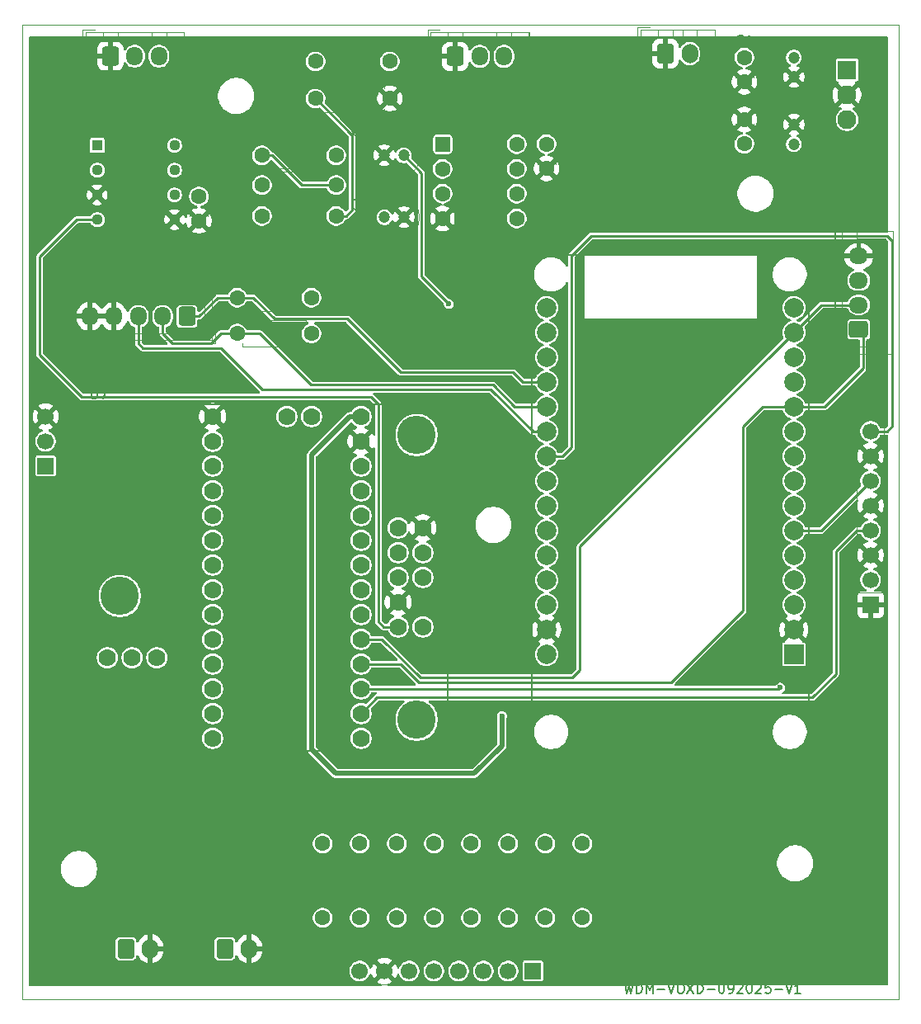
<source format=gbr>
%TF.GenerationSoftware,KiCad,Pcbnew,9.0.4*%
%TF.CreationDate,2025-09-25T15:45:26-04:00*%
%TF.ProjectId,Vocal Delay Pedal,566f6361-6c20-4446-956c-617920506564,1*%
%TF.SameCoordinates,Original*%
%TF.FileFunction,Copper,L2,Bot*%
%TF.FilePolarity,Positive*%
%FSLAX46Y46*%
G04 Gerber Fmt 4.6, Leading zero omitted, Abs format (unit mm)*
G04 Created by KiCad (PCBNEW 9.0.4) date 2025-09-25 15:45:26*
%MOMM*%
%LPD*%
G01*
G04 APERTURE LIST*
G04 Aperture macros list*
%AMRoundRect*
0 Rectangle with rounded corners*
0 $1 Rounding radius*
0 $2 $3 $4 $5 $6 $7 $8 $9 X,Y pos of 4 corners*
0 Add a 4 corners polygon primitive as box body*
4,1,4,$2,$3,$4,$5,$6,$7,$8,$9,$2,$3,0*
0 Add four circle primitives for the rounded corners*
1,1,$1+$1,$2,$3*
1,1,$1+$1,$4,$5*
1,1,$1+$1,$6,$7*
1,1,$1+$1,$8,$9*
0 Add four rect primitives between the rounded corners*
20,1,$1+$1,$2,$3,$4,$5,0*
20,1,$1+$1,$4,$5,$6,$7,0*
20,1,$1+$1,$6,$7,$8,$9,0*
20,1,$1+$1,$8,$9,$2,$3,0*%
G04 Aperture macros list end*
%TA.AperFunction,ComponentPad*%
%ADD10RoundRect,0.250000X-0.600000X-0.750000X0.600000X-0.750000X0.600000X0.750000X-0.600000X0.750000X0*%
%TD*%
%TA.AperFunction,ComponentPad*%
%ADD11O,1.700000X2.000000*%
%TD*%
%TA.AperFunction,ComponentPad*%
%ADD12C,1.600000*%
%TD*%
%TA.AperFunction,ComponentPad*%
%ADD13R,1.700000X1.700000*%
%TD*%
%TA.AperFunction,ComponentPad*%
%ADD14C,1.700000*%
%TD*%
%TA.AperFunction,ComponentPad*%
%ADD15C,1.200000*%
%TD*%
%TA.AperFunction,ComponentPad*%
%ADD16RoundRect,0.250000X0.725000X-0.600000X0.725000X0.600000X-0.725000X0.600000X-0.725000X-0.600000X0*%
%TD*%
%TA.AperFunction,ComponentPad*%
%ADD17O,1.950000X1.700000*%
%TD*%
%TA.AperFunction,ComponentPad*%
%ADD18C,1.778000*%
%TD*%
%TA.AperFunction,ComponentPad*%
%ADD19C,3.937000*%
%TD*%
%TA.AperFunction,ComponentPad*%
%ADD20R,1.130000X1.130000*%
%TD*%
%TA.AperFunction,ComponentPad*%
%ADD21C,1.130000*%
%TD*%
%TA.AperFunction,ComponentPad*%
%ADD22RoundRect,0.250000X-0.550000X-0.550000X0.550000X-0.550000X0.550000X0.550000X-0.550000X0.550000X0*%
%TD*%
%TA.AperFunction,ComponentPad*%
%ADD23RoundRect,0.250000X0.600000X0.725000X-0.600000X0.725000X-0.600000X-0.725000X0.600000X-0.725000X0*%
%TD*%
%TA.AperFunction,ComponentPad*%
%ADD24O,1.700000X1.950000*%
%TD*%
%TA.AperFunction,ComponentPad*%
%ADD25RoundRect,0.250000X-0.600000X-0.725000X0.600000X-0.725000X0.600000X0.725000X-0.600000X0.725000X0*%
%TD*%
%TA.AperFunction,ComponentPad*%
%ADD26R,1.935000X1.935000*%
%TD*%
%TA.AperFunction,ComponentPad*%
%ADD27C,1.935000*%
%TD*%
%TA.AperFunction,ComponentPad*%
%ADD28R,2.000000X2.000000*%
%TD*%
%TA.AperFunction,ComponentPad*%
%ADD29C,2.000000*%
%TD*%
%TA.AperFunction,ViaPad*%
%ADD30C,0.600000*%
%TD*%
%TA.AperFunction,Conductor*%
%ADD31C,0.250000*%
%TD*%
%TA.AperFunction,Conductor*%
%ADD32C,0.500000*%
%TD*%
%ADD33C,0.080000*%
%ADD34C,0.200000*%
%ADD35C,0.100000*%
%ADD36C,0.150000*%
%ADD37C,0.254000*%
%ADD38C,0.120000*%
%ADD39C,0.127000*%
%TA.AperFunction,Profile*%
%ADD40C,0.050000*%
%TD*%
G04 APERTURE END LIST*
D10*
%TO.P,J7,1,Pin_1*%
%TO.N,Net-(J7-Pin_1)*%
X70477000Y-150807000D03*
D11*
%TO.P,J7,2,Pin_2*%
%TO.N,GND*%
X72977000Y-150807000D03*
%TD*%
D12*
%TO.P,R15,1*%
%TO.N,LED6*%
X98290000Y-140012000D03*
%TO.P,R15,2*%
%TO.N,Net-(J5-Pin_6)*%
X98290000Y-147632000D03*
%TD*%
D13*
%TO.P,J4,1,Pin_1*%
%TO.N,GND*%
X146931000Y-115501000D03*
D14*
%TO.P,J4,2,Pin_2*%
%TO.N,SIO4*%
X146931000Y-112961000D03*
%TO.P,J4,3,Pin_3*%
%TO.N,GND*%
X146931000Y-110421000D03*
%TO.P,J4,4,Pin_4*%
%TO.N,SIO3*%
X146931000Y-107881000D03*
%TO.P,J4,5,Pin_5*%
%TO.N,GND*%
X146931000Y-105341000D03*
%TO.P,J4,6,Pin_6*%
%TO.N,SIO2*%
X146931000Y-102801000D03*
%TO.P,J4,7,Pin_7*%
%TO.N,GND*%
X146931000Y-100261000D03*
%TO.P,J4,8,Pin_8*%
%TO.N,SIO1*%
X146931000Y-97721000D03*
%TD*%
D15*
%TO.P,C4,1*%
%TO.N,+9V*%
X139057000Y-59367000D03*
%TO.P,C4,2*%
%TO.N,GND*%
X139057000Y-61367000D03*
%TD*%
D12*
%TO.P,C9,1*%
%TO.N,GND*%
X133977000Y-65717000D03*
%TO.P,C9,2*%
%TO.N,+5V*%
X133977000Y-68217000D03*
%TD*%
%TO.P,R2,1*%
%TO.N,/VGND*%
X89948000Y-63575000D03*
%TO.P,R2,2*%
%TO.N,GND*%
X97568000Y-63575000D03*
%TD*%
D10*
%TO.P,J2,1,Pin_1*%
%TO.N,GND*%
X125869000Y-58969000D03*
D11*
%TO.P,J2,2,Pin_2*%
%TO.N,+9V*%
X128369000Y-58969000D03*
%TD*%
D12*
%TO.P,R10,1*%
%TO.N,LED1*%
X117340000Y-140012000D03*
%TO.P,R10,2*%
%TO.N,Net-(J5-Pin_1)*%
X117340000Y-147632000D03*
%TD*%
%TO.P,R5,1*%
%TO.N,Net-(U2A--)*%
X84447000Y-69400000D03*
%TO.P,R5,2*%
%TO.N,LINE_IN_L*%
X92067000Y-69400000D03*
%TD*%
%TO.P,R8,1*%
%TO.N,+3.3V*%
X90670000Y-147632000D03*
%TO.P,R8,2*%
%TO.N,SCL*%
X90670000Y-140012000D03*
%TD*%
%TO.P,R13,1*%
%TO.N,LED4*%
X105910000Y-140012000D03*
%TO.P,R13,2*%
%TO.N,Net-(J5-Pin_4)*%
X105910000Y-147632000D03*
%TD*%
D16*
%TO.P,J6,1,Pin_1*%
%TO.N,SDA*%
X145717000Y-87247000D03*
D17*
%TO.P,J6,2,Pin_2*%
%TO.N,SCL*%
X145717000Y-84747000D03*
%TO.P,J6,3,Pin_3*%
%TO.N,+3.3V*%
X145717000Y-82247000D03*
%TO.P,J6,4,Pin_4*%
%TO.N,GND*%
X145717000Y-79747000D03*
%TD*%
D13*
%TO.P,J9,1,Pin_1*%
%TO.N,Net-(J9-Pin_1)*%
X62222000Y-101277000D03*
D14*
%TO.P,J9,2,Pin_2*%
%TO.N,Net-(J9-Pin_2)*%
X62222000Y-98737000D03*
%TO.P,J9,3,Pin_3*%
%TO.N,GND*%
X62222000Y-96197000D03*
%TD*%
D12*
%TO.P,R3,1*%
%TO.N,/VGND*%
X92067000Y-75623000D03*
%TO.P,R3,2*%
%TO.N,Net-(U2A-+)*%
X84447000Y-75623000D03*
%TD*%
D18*
%TO.P,U7,0,0*%
%TO.N,Net-(J9-Pin_2)*%
X79367000Y-98737000D03*
%TO.P,U7,1,1*%
%TO.N,Net-(J9-Pin_1)*%
X79367000Y-101277000D03*
%TO.P,U7,2,2*%
%TO.N,unconnected-(U7-Pad2)*%
X79367000Y-103817000D03*
%TO.P,U7,3,3*%
%TO.N,unconnected-(U7-Pad3)*%
X79367000Y-106357000D03*
%TO.P,U7,3V,3V*%
%TO.N,unconnected-(U7-Pad3V)*%
X94607000Y-101277000D03*
%TO.P,U7,4,4*%
%TO.N,Net-(J7-Pin_1)*%
X79367000Y-108897000D03*
%TO.P,U7,5,5*%
%TO.N,Net-(J8-Pin_1)*%
X79367000Y-111437000D03*
%TO.P,U7,5V,5V*%
%TO.N,+5V*%
X94607000Y-96197000D03*
%TO.P,U7,6,MEMCS*%
%TO.N,unconnected-(U7-MEMCS-Pad6)*%
X79367000Y-113977000D03*
%TO.P,U7,7,OUT1A*%
%TO.N,LED5*%
X79367000Y-116517000D03*
%TO.P,U7,8,IN1*%
%TO.N,LED6*%
X79367000Y-119057000D03*
%TO.P,U7,9,9*%
%TO.N,unconnected-(U7-Pad9)*%
X79367000Y-121597000D03*
%TO.P,U7,10,SDCS*%
%TO.N,unconnected-(U7-SDCS-Pad10)*%
X79367000Y-124137000D03*
%TO.P,U7,11,MOSI*%
%TO.N,unconnected-(U7-MOSI-Pad11)*%
X79367000Y-126677000D03*
%TO.P,U7,12,MISO*%
%TO.N,unconnected-(U7-MISO-Pad12)*%
X79367000Y-129217000D03*
%TO.P,U7,13,SCK*%
%TO.N,unconnected-(U7-SCK-Pad13)*%
X94607000Y-129217000D03*
%TO.P,U7,14,14*%
%TO.N,SIO3*%
X94607000Y-126677000D03*
%TO.P,U7,15,VOL15_A1*%
%TO.N,SIO4*%
X94607000Y-124137000D03*
%TO.P,U7,16,16*%
%TO.N,SDA*%
X94607000Y-121597000D03*
%TO.P,U7,17,17*%
%TO.N,SCL*%
X94607000Y-119057000D03*
%TO.P,U7,18,SDA*%
%TO.N,unconnected-(U7-SDA-Pad18)*%
X94607000Y-116517000D03*
%TO.P,U7,19,SCL*%
%TO.N,unconnected-(U7-SCL-Pad19)*%
X94607000Y-113977000D03*
%TO.P,U7,20,LRCLK1*%
%TO.N,unconnected-(U7-LRCLK1-Pad20)*%
X94607000Y-111437000D03*
%TO.P,U7,21,BCLK1*%
%TO.N,unconnected-(U7-BCLK1-Pad21)*%
X94607000Y-108897000D03*
%TO.P,U7,22,22*%
%TO.N,unconnected-(U7-Pad22)*%
X94607000Y-106357000D03*
%TO.P,U7,23,MCLK1*%
%TO.N,unconnected-(U7-MCLK1-Pad23)*%
X94607000Y-103817000D03*
%TO.P,U7,G,G*%
%TO.N,GND*%
X94607000Y-98737000D03*
%TO.P,U7,GND,GND*%
X79367000Y-96197000D03*
%TO.P,U7,GND_MIC,MIC_GND*%
%TO.N,unconnected-(U7-MIC_GND-PadGND_MIC)*%
X86987000Y-96197000D03*
%TO.P,U7,INGND1,INGND1*%
%TO.N,GND*%
X100957000Y-107627000D03*
%TO.P,U7,INGND2,INGND2*%
%TO.N,unconnected-(U7-PadINGND2)*%
X100957000Y-110167000D03*
%TO.P,U7,INL,INL*%
%TO.N,LINE_IN_L*%
X98417000Y-107627000D03*
%TO.P,U7,INR,INR*%
%TO.N,unconnected-(U7-PadINR)*%
X98417000Y-110167000D03*
%TO.P,U7,MIC,MIC*%
%TO.N,unconnected-(U7-PadMIC)*%
X89527000Y-96197000D03*
%TO.P,U7,OUTGND,OUTGND*%
%TO.N,GND*%
X98417000Y-115247000D03*
%TO.P,U7,OUTL,OUTL*%
%TO.N,LINE_OUT_L*%
X98417000Y-117787000D03*
%TO.P,U7,OUTR,OUTR*%
%TO.N,unconnected-(U7-PadOUTR)*%
X98417000Y-112707000D03*
D19*
%TO.P,U7,S1*%
%TO.N,N/C*%
X100322000Y-98102000D03*
%TO.P,U7,S2*%
X100322000Y-127312000D03*
%TO.P,U7,S3*%
X69842000Y-114612000D03*
D18*
%TO.P,U7,UNUSED1*%
X100957000Y-112707000D03*
%TO.P,U7,UNUSED2*%
X100957000Y-117787000D03*
%TO.P,U7,VOL,VOL*%
%TO.N,unconnected-(U7-PadVOL)*%
X71112000Y-120962000D03*
%TO.P,U7,VOL_3.3V,VOL_3.3V*%
%TO.N,unconnected-(U7-PadVOL_3.3V)*%
X68572000Y-120962000D03*
%TO.P,U7,VOL_GND,VOL_GND*%
%TO.N,unconnected-(U7-PadVOL_GND)*%
X73652000Y-120962000D03*
%TD*%
D20*
%TO.P,U1,1,-VO*%
%TO.N,Net-(J1-Pin_2)*%
X67523000Y-68384000D03*
D21*
%TO.P,U1,2,-SENSE*%
X67523000Y-70924000D03*
%TO.P,U1,3,GND*%
%TO.N,GND*%
X67523000Y-73464000D03*
%TO.P,U1,4,V_IN*%
%TO.N,LINE_OUT_L*%
X67523000Y-76004000D03*
%TO.P,U1,5,V-*%
%TO.N,GND*%
X75463000Y-76004000D03*
%TO.P,U1,6,V+*%
%TO.N,+9V*%
X75463000Y-73464000D03*
%TO.P,U1,7,+SENSE*%
%TO.N,Net-(J1-Pin_3)*%
X75463000Y-70924000D03*
%TO.P,U1,8,+VO*%
X75463000Y-68384000D03*
%TD*%
D12*
%TO.P,R6,1*%
%TO.N,+3.3V*%
X89527000Y-84005000D03*
%TO.P,R6,2*%
%TO.N,Net-(J10-Pin_1)*%
X81907000Y-84005000D03*
%TD*%
%TO.P,R4,1*%
%TO.N,Net-(J3-Pin_2)*%
X84447000Y-72448000D03*
%TO.P,R4,2*%
%TO.N,Net-(U2A--)*%
X92067000Y-72448000D03*
%TD*%
%TO.P,C1,1*%
%TO.N,+9V*%
X133977000Y-59367000D03*
%TO.P,C1,2*%
%TO.N,GND*%
X133977000Y-61867000D03*
%TD*%
D22*
%TO.P,U2,1*%
%TO.N,LINE_IN_L*%
X102994000Y-68257000D03*
D12*
%TO.P,U2,2,-*%
%TO.N,Net-(U2A--)*%
X102994000Y-70797000D03*
%TO.P,U2,3,+*%
%TO.N,Net-(U2A-+)*%
X102994000Y-73337000D03*
%TO.P,U2,4,V-*%
%TO.N,GND*%
X102994000Y-75877000D03*
%TO.P,U2,5,+*%
%TO.N,unconnected-(U2B-+-Pad5)*%
X110614000Y-75877000D03*
%TO.P,U2,6,-*%
%TO.N,unconnected-(U2B---Pad6)*%
X110614000Y-73337000D03*
%TO.P,U2,7*%
%TO.N,unconnected-(U2-Pad7)*%
X110614000Y-70797000D03*
%TO.P,U2,8,V+*%
%TO.N,+9V*%
X110614000Y-68257000D03*
%TD*%
D23*
%TO.P,J10,1,Pin_1*%
%TO.N,Net-(J10-Pin_1)*%
X76747000Y-85927000D03*
D24*
%TO.P,J10,2,Pin_2*%
%TO.N,Net-(J10-Pin_2)*%
X74247000Y-85927000D03*
%TO.P,J10,3,Pin_3*%
%TO.N,Net-(J10-Pin_3)*%
X71747000Y-85927000D03*
%TO.P,J10,4,Pin_4*%
%TO.N,GND*%
X69247000Y-85927000D03*
%TO.P,J10,5,Pin_5*%
X66747000Y-85927000D03*
%TD*%
D12*
%TO.P,R14,1*%
%TO.N,LED5*%
X102100000Y-140012000D03*
%TO.P,R14,2*%
%TO.N,Net-(J5-Pin_5)*%
X102100000Y-147632000D03*
%TD*%
D25*
%TO.P,J1,1,Pin_1*%
%TO.N,GND*%
X68866000Y-59223000D03*
D24*
%TO.P,J1,2,Pin_2*%
%TO.N,Net-(J1-Pin_2)*%
X71366000Y-59223000D03*
%TO.P,J1,3,Pin_3*%
%TO.N,Net-(J1-Pin_3)*%
X73866000Y-59223000D03*
%TD*%
D26*
%TO.P,U3,1,IN*%
%TO.N,+9V*%
X144518000Y-60637000D03*
D27*
%TO.P,U3,2,GND*%
%TO.N,GND*%
X144518000Y-63177000D03*
%TO.P,U3,3,OUT*%
%TO.N,+5V*%
X144518000Y-65717000D03*
%TD*%
D12*
%TO.P,R1,1*%
%TO.N,Net-(J3-Pin_3)*%
X97568000Y-59765000D03*
%TO.P,R1,2*%
%TO.N,/VGND*%
X89948000Y-59765000D03*
%TD*%
%TO.P,R7,1*%
%TO.N,+3.3V*%
X89527000Y-87677000D03*
%TO.P,R7,2*%
%TO.N,Net-(J10-Pin_2)*%
X81907000Y-87677000D03*
%TD*%
D25*
%TO.P,J3,1,Pin_1*%
%TO.N,GND*%
X104299000Y-59240000D03*
D24*
%TO.P,J3,2,Pin_2*%
%TO.N,Net-(J3-Pin_2)*%
X106799000Y-59240000D03*
%TO.P,J3,3,Pin_3*%
%TO.N,Net-(J3-Pin_3)*%
X109299000Y-59240000D03*
%TD*%
D12*
%TO.P,C3,1*%
%TO.N,+9V*%
X113657000Y-68257000D03*
%TO.P,C3,2*%
%TO.N,GND*%
X113657000Y-70757000D03*
%TD*%
D10*
%TO.P,J8,1,Pin_1*%
%TO.N,Net-(J8-Pin_1)*%
X80637000Y-150807000D03*
D11*
%TO.P,J8,2,Pin_2*%
%TO.N,GND*%
X83137000Y-150807000D03*
%TD*%
D15*
%TO.P,C2,1*%
%TO.N,/VGND*%
X97004000Y-75750000D03*
%TO.P,C2,2*%
%TO.N,GND*%
X99004000Y-75750000D03*
%TD*%
D12*
%TO.P,R11,1*%
%TO.N,LED2*%
X113530000Y-140012000D03*
%TO.P,R11,2*%
%TO.N,Net-(J5-Pin_2)*%
X113530000Y-147632000D03*
%TD*%
D15*
%TO.P,C6,1*%
%TO.N,LINE_IN_L*%
X99004000Y-69400000D03*
%TO.P,C6,2*%
%TO.N,GND*%
X97004000Y-69400000D03*
%TD*%
D28*
%TO.P,U4,1,3V3*%
%TO.N,+3.3V*%
X139057000Y-120602000D03*
D29*
%TO.P,U4,2,GND*%
%TO.N,GND*%
X139057000Y-118062000D03*
%TO.P,U4,3,D15*%
%TO.N,unconnected-(U4-D15-Pad3)*%
X139057000Y-115522000D03*
%TO.P,U4,4,D2*%
%TO.N,unconnected-(U4-D2-Pad4)*%
X139057000Y-112982000D03*
%TO.P,U4,5,D4*%
%TO.N,unconnected-(U4-D4-Pad5)*%
X139057000Y-110442000D03*
%TO.P,U4,6,RX2*%
%TO.N,SIO2*%
X139057000Y-107902000D03*
%TO.P,U4,7,TX2*%
%TO.N,unconnected-(U4-TX2-Pad7)*%
X139057000Y-105362000D03*
%TO.P,U4,8,D5*%
%TO.N,unconnected-(U4-D5-Pad8)*%
X139057000Y-102822000D03*
%TO.P,U4,9,D18*%
%TO.N,unconnected-(U4-D18-Pad9)*%
X139057000Y-100282000D03*
%TO.P,U4,10,D19*%
%TO.N,unconnected-(U4-D19-Pad10)*%
X139057000Y-97742000D03*
%TO.P,U4,11,D21*%
%TO.N,SDA*%
X139057000Y-95202000D03*
%TO.P,U4,12,RX0*%
%TO.N,unconnected-(U4-RX0-Pad12)*%
X139057000Y-92662000D03*
%TO.P,U4,13,TX0*%
%TO.N,unconnected-(U4-TX0-Pad13)*%
X139057000Y-90122000D03*
%TO.P,U4,14,D22*%
%TO.N,SCL*%
X139057000Y-87582000D03*
%TO.P,U4,15,D23*%
%TO.N,unconnected-(U4-D23-Pad15)*%
X139057000Y-85042000D03*
%TO.P,U4,16,EN*%
%TO.N,unconnected-(U4-EN-Pad16)*%
X113657000Y-85042000D03*
%TO.P,U4,17,VP*%
%TO.N,unconnected-(U4-VP-Pad17)*%
X113657000Y-87582000D03*
%TO.P,U4,18,VN*%
%TO.N,unconnected-(U4-VN-Pad18)*%
X113657000Y-90122000D03*
%TO.P,U4,19,D34*%
%TO.N,Net-(J10-Pin_1)*%
X113657000Y-92662000D03*
%TO.P,U4,20,D35*%
%TO.N,Net-(J10-Pin_2)*%
X113657000Y-95202000D03*
%TO.P,U4,21,D32*%
%TO.N,Net-(J10-Pin_3)*%
X113657000Y-97742000D03*
%TO.P,U4,22,D33*%
%TO.N,SIO1*%
X113657000Y-100282000D03*
%TO.P,U4,23,D25*%
%TO.N,LED3*%
X113657000Y-102822000D03*
%TO.P,U4,24,D26*%
%TO.N,LED2*%
X113657000Y-105362000D03*
%TO.P,U4,25,D27*%
%TO.N,LED1*%
X113657000Y-107902000D03*
%TO.P,U4,26,D14*%
%TO.N,LED4*%
X113657000Y-110442000D03*
%TO.P,U4,27,D12*%
%TO.N,unconnected-(U4-D12-Pad27)*%
X113657000Y-112982000D03*
%TO.P,U4,28,D13*%
%TO.N,unconnected-(U4-D13-Pad28)*%
X113657000Y-115522000D03*
%TO.P,U4,29,GND*%
%TO.N,GND*%
X113657000Y-118062000D03*
%TO.P,U4,30,VIN*%
%TO.N,+5V*%
X113657000Y-120602000D03*
%TD*%
D15*
%TO.P,C5,1*%
%TO.N,+5V*%
X139057000Y-68257000D03*
%TO.P,C5,2*%
%TO.N,GND*%
X139057000Y-66257000D03*
%TD*%
D12*
%TO.P,R9,1*%
%TO.N,+3.3V*%
X94480000Y-147632000D03*
%TO.P,R9,2*%
%TO.N,SDA*%
X94480000Y-140012000D03*
%TD*%
D13*
%TO.P,J5,1,Pin_1*%
%TO.N,Net-(J5-Pin_1)*%
X112260000Y-153093000D03*
D14*
%TO.P,J5,2,Pin_2*%
%TO.N,Net-(J5-Pin_2)*%
X109720000Y-153093000D03*
%TO.P,J5,3,Pin_3*%
%TO.N,Net-(J5-Pin_3)*%
X107180000Y-153093000D03*
%TO.P,J5,4,Pin_4*%
%TO.N,Net-(J5-Pin_4)*%
X104640000Y-153093000D03*
%TO.P,J5,5,Pin_5*%
%TO.N,Net-(J5-Pin_5)*%
X102100000Y-153093000D03*
%TO.P,J5,6,Pin_6*%
%TO.N,Net-(J5-Pin_6)*%
X99560000Y-153093000D03*
%TO.P,J5,7,Pin_7*%
%TO.N,GND*%
X97020000Y-153093000D03*
%TO.P,J5,8,Pin_8*%
%TO.N,+3.3V*%
X94480000Y-153093000D03*
%TD*%
D12*
%TO.P,R12,1*%
%TO.N,LED3*%
X109720000Y-140012000D03*
%TO.P,R12,2*%
%TO.N,Net-(J5-Pin_3)*%
X109720000Y-147632000D03*
%TD*%
%TO.P,C7,1*%
%TO.N,+9V*%
X77970000Y-73611000D03*
%TO.P,C7,2*%
%TO.N,GND*%
X77970000Y-76111000D03*
%TD*%
D30*
%TO.N,GND*%
X122547000Y-63685000D03*
X141851000Y-57589000D03*
X148455000Y-57589000D03*
X141978000Y-63939000D03*
X142105000Y-69273000D03*
X131945000Y-57589000D03*
X136517000Y-63812000D03*
X122547000Y-69400000D03*
X136009000Y-69400000D03*
X132072000Y-63812000D03*
X122547000Y-57589000D03*
X148455000Y-63939000D03*
X136263000Y-57589000D03*
X131056000Y-69400000D03*
X148455000Y-69400000D03*
%TO.N,+5V*%
X109085000Y-126931000D03*
%TO.N,SIO4*%
X137660000Y-124010000D03*
%TO.N,LINE_IN_L*%
X103624000Y-84640000D03*
%TD*%
D31*
%TO.N,/VGND*%
X93718000Y-74988000D02*
X93083000Y-75623000D01*
X89948000Y-63575000D02*
X93718000Y-67345000D01*
X93083000Y-75623000D02*
X92067000Y-75623000D01*
X93718000Y-67345000D02*
X93718000Y-74988000D01*
D32*
%TO.N,+5V*%
X106227500Y-132836500D02*
X92003500Y-132836500D01*
X109085000Y-126931000D02*
X109085000Y-129979000D01*
X89527000Y-130360000D02*
X89527000Y-100134000D01*
X92003500Y-132836500D02*
X89527000Y-130360000D01*
X89527000Y-100134000D02*
X93464000Y-96197000D01*
X109085000Y-129979000D02*
X106227500Y-132836500D01*
X93464000Y-96197000D02*
X94607000Y-96197000D01*
D31*
%TO.N,SDA*%
X133850000Y-116136000D02*
X133850000Y-97213000D01*
X139078000Y-95181000D02*
X139057000Y-95202000D01*
X94607000Y-121597000D02*
X98668190Y-121597000D01*
X133850000Y-97213000D02*
X135861000Y-95202000D01*
X126484000Y-123502000D02*
X133850000Y-116136000D01*
X146152000Y-91261000D02*
X142232000Y-95181000D01*
X142232000Y-95181000D02*
X139078000Y-95181000D01*
X98668190Y-121597000D02*
X100573190Y-123502000D01*
X100573190Y-123502000D02*
X126484000Y-123502000D01*
X135861000Y-95202000D02*
X139057000Y-95202000D01*
X146152000Y-87247000D02*
X146152000Y-91261000D01*
%TO.N,SCL*%
X100703000Y-122994000D02*
X96766000Y-119057000D01*
X96766000Y-119057000D02*
X94607000Y-119057000D01*
X117086000Y-122218096D02*
X116310096Y-122994000D01*
X146152000Y-84747000D02*
X141892000Y-84747000D01*
X139057000Y-87582000D02*
X117086000Y-109553000D01*
X141892000Y-84747000D02*
X139057000Y-87582000D01*
X116310096Y-122994000D02*
X100703000Y-122994000D01*
X117086000Y-109553000D02*
X117086000Y-122218096D01*
%TO.N,SIO1*%
X149191000Y-97177000D02*
X149191000Y-78177000D01*
X118239000Y-77655000D02*
X116217000Y-79677000D01*
X148669000Y-77655000D02*
X118239000Y-77655000D01*
X146931000Y-97721000D02*
X148647000Y-97721000D01*
X115322000Y-100282000D02*
X113657000Y-100282000D01*
X148647000Y-97721000D02*
X149191000Y-97177000D01*
X116217000Y-79677000D02*
X116217000Y-99387000D01*
X116217000Y-99387000D02*
X115322000Y-100282000D01*
X149191000Y-78177000D02*
X148669000Y-77655000D01*
%TO.N,SIO4*%
X137533000Y-124137000D02*
X94607000Y-124137000D01*
X137660000Y-124010000D02*
X137533000Y-124137000D01*
X94861000Y-123883000D02*
X94607000Y-124137000D01*
%TO.N,SIO3*%
X143375000Y-122613000D02*
X143375000Y-110040000D01*
X145534000Y-107881000D02*
X146931000Y-107881000D01*
X140970500Y-125017500D02*
X143375000Y-122613000D01*
X94607000Y-126677000D02*
X96266500Y-125017500D01*
X96266500Y-125017500D02*
X140970500Y-125017500D01*
X143375000Y-110040000D02*
X145534000Y-107881000D01*
%TO.N,SIO2*%
X141830000Y-107902000D02*
X139057000Y-107902000D01*
X146931000Y-102801000D02*
X141830000Y-107902000D01*
%TO.N,LINE_IN_L*%
X100830000Y-71226000D02*
X100830000Y-81846000D01*
X99004000Y-69400000D02*
X100830000Y-71226000D01*
X100830000Y-81846000D02*
X103624000Y-84640000D01*
%TO.N,LINE_OUT_L*%
X96932484Y-117787000D02*
X98417000Y-117787000D01*
X67523000Y-76004000D02*
X65390000Y-76004000D01*
X96385000Y-117239516D02*
X96932484Y-117787000D01*
X96385000Y-94927000D02*
X96385000Y-117239516D01*
X95623000Y-94165000D02*
X96385000Y-94927000D01*
X61587000Y-79807000D02*
X61587000Y-89847000D01*
X61587000Y-89847000D02*
X65905000Y-94165000D01*
X65390000Y-76004000D02*
X61587000Y-79807000D01*
X65905000Y-94165000D02*
X95623000Y-94165000D01*
%TO.N,Net-(J10-Pin_1)*%
X81907000Y-84005000D02*
X83545000Y-84005000D01*
X111202000Y-92662000D02*
X113657000Y-92662000D01*
X83545000Y-84005000D02*
X85717000Y-86177000D01*
X79889000Y-84005000D02*
X81907000Y-84005000D01*
X98717000Y-91677000D02*
X110217000Y-91677000D01*
X76747000Y-85927000D02*
X77967000Y-85927000D01*
X77967000Y-85927000D02*
X79889000Y-84005000D01*
X85717000Y-86177000D02*
X93217000Y-86177000D01*
X93217000Y-86177000D02*
X98717000Y-91677000D01*
X110217000Y-91677000D02*
X111202000Y-92662000D01*
%TO.N,Net-(J10-Pin_2)*%
X108129810Y-92952000D02*
X110379810Y-95202000D01*
X84217000Y-87677000D02*
X89492000Y-92952000D01*
X81907000Y-87677000D02*
X84217000Y-87677000D01*
X75217000Y-88677000D02*
X79217000Y-88677000D01*
X110379810Y-95202000D02*
X113657000Y-95202000D01*
X79217000Y-88677000D02*
X80217000Y-87677000D01*
X74247000Y-85927000D02*
X74247000Y-87707000D01*
X80217000Y-87677000D02*
X81907000Y-87677000D01*
X89492000Y-92952000D02*
X108129810Y-92952000D01*
X74247000Y-87707000D02*
X75217000Y-88677000D01*
%TO.N,Net-(J10-Pin_3)*%
X80221000Y-89177000D02*
X72217000Y-89177000D01*
X84447000Y-93403000D02*
X80221000Y-89177000D01*
X107943000Y-93403000D02*
X84447000Y-93403000D01*
X113657000Y-97742000D02*
X112282000Y-97742000D01*
X112282000Y-97742000D02*
X107943000Y-93403000D01*
X72217000Y-89177000D02*
X71747000Y-88707000D01*
X71747000Y-88707000D02*
X71747000Y-85927000D01*
%TO.N,Net-(U2A--)*%
X85463000Y-69400000D02*
X88511000Y-72448000D01*
X88511000Y-72448000D02*
X92067000Y-72448000D01*
X84447000Y-69400000D02*
X85463000Y-69400000D01*
%TD*%
%TA.AperFunction,Conductor*%
%TO.N,GND*%
G36*
X148676039Y-57196685D02*
G01*
X148721794Y-57249489D01*
X148733000Y-57301000D01*
X148733000Y-77205500D01*
X148713315Y-77272539D01*
X148660511Y-77318294D01*
X148609000Y-77329500D01*
X118196147Y-77329500D01*
X118113361Y-77351682D01*
X118113358Y-77351683D01*
X118076250Y-77373107D01*
X118076250Y-77373108D01*
X118039138Y-77394535D01*
X118039135Y-77394537D01*
X115956537Y-79477135D01*
X115956533Y-79477141D01*
X115913682Y-79551359D01*
X115909718Y-79566157D01*
X115891500Y-79634147D01*
X115891500Y-80704429D01*
X115871815Y-80771468D01*
X115819011Y-80817223D01*
X115749853Y-80827167D01*
X115686297Y-80798142D01*
X115660113Y-80766429D01*
X115624317Y-80704429D01*
X115585611Y-80637388D01*
X115585608Y-80637385D01*
X115585607Y-80637382D01*
X115445918Y-80455338D01*
X115445911Y-80455330D01*
X115283670Y-80293089D01*
X115283661Y-80293081D01*
X115101617Y-80153392D01*
X114902890Y-80038657D01*
X114902876Y-80038650D01*
X114690887Y-79950842D01*
X114657242Y-79941827D01*
X114469238Y-79891452D01*
X114431215Y-79886446D01*
X114241741Y-79861500D01*
X114241734Y-79861500D01*
X114012266Y-79861500D01*
X114012258Y-79861500D01*
X113795715Y-79890009D01*
X113784762Y-79891452D01*
X113732304Y-79905508D01*
X113563112Y-79950842D01*
X113351123Y-80038650D01*
X113351109Y-80038657D01*
X113152382Y-80153392D01*
X112970338Y-80293081D01*
X112808081Y-80455338D01*
X112668392Y-80637382D01*
X112553657Y-80836109D01*
X112553650Y-80836123D01*
X112465842Y-81048112D01*
X112406453Y-81269759D01*
X112406451Y-81269770D01*
X112376500Y-81497258D01*
X112376500Y-81726741D01*
X112397844Y-81888853D01*
X112406452Y-81954238D01*
X112431003Y-82045864D01*
X112465842Y-82175887D01*
X112553650Y-82387876D01*
X112553657Y-82387890D01*
X112668392Y-82586617D01*
X112808081Y-82768661D01*
X112808089Y-82768670D01*
X112970330Y-82930911D01*
X112970338Y-82930918D01*
X113152382Y-83070607D01*
X113152385Y-83070608D01*
X113152388Y-83070611D01*
X113351112Y-83185344D01*
X113351117Y-83185346D01*
X113351123Y-83185349D01*
X113442480Y-83223190D01*
X113563113Y-83273158D01*
X113784762Y-83332548D01*
X114012266Y-83362500D01*
X114012273Y-83362500D01*
X114241727Y-83362500D01*
X114241734Y-83362500D01*
X114469238Y-83332548D01*
X114690887Y-83273158D01*
X114902888Y-83185344D01*
X115101612Y-83070611D01*
X115283661Y-82930919D01*
X115283665Y-82930914D01*
X115283670Y-82930911D01*
X115445911Y-82768670D01*
X115445914Y-82768665D01*
X115445919Y-82768661D01*
X115585611Y-82586612D01*
X115660113Y-82457569D01*
X115710680Y-82409354D01*
X115779287Y-82396131D01*
X115844152Y-82422099D01*
X115884680Y-82479014D01*
X115891500Y-82519570D01*
X115891500Y-99200811D01*
X115871815Y-99267850D01*
X115855181Y-99288492D01*
X115223492Y-99920181D01*
X115196564Y-99934884D01*
X115170746Y-99951477D01*
X115164545Y-99952368D01*
X115162169Y-99953666D01*
X115135811Y-99956500D01*
X114903611Y-99956500D01*
X114836572Y-99936815D01*
X114790817Y-99884011D01*
X114785680Y-99870818D01*
X114769548Y-99821170D01*
X114729607Y-99742782D01*
X114683760Y-99652801D01*
X114572690Y-99499927D01*
X114439073Y-99366310D01*
X114286199Y-99255240D01*
X114245683Y-99234596D01*
X114117836Y-99169454D01*
X114018257Y-99137099D01*
X113996195Y-99129930D01*
X113938521Y-99090493D01*
X113911323Y-99026134D01*
X113923238Y-98957288D01*
X113970482Y-98905812D01*
X113996194Y-98894069D01*
X114117832Y-98854547D01*
X114286199Y-98768760D01*
X114439073Y-98657690D01*
X114572690Y-98524073D01*
X114683760Y-98371199D01*
X114769547Y-98202832D01*
X114827940Y-98023118D01*
X114837963Y-97959836D01*
X114857500Y-97836486D01*
X114857500Y-97647513D01*
X114827940Y-97460881D01*
X114786112Y-97332150D01*
X114769547Y-97281168D01*
X114769545Y-97281165D01*
X114769545Y-97281163D01*
X114712977Y-97170143D01*
X114683760Y-97112801D01*
X114572690Y-96959927D01*
X114439073Y-96826310D01*
X114286199Y-96715240D01*
X114277622Y-96710870D01*
X114117836Y-96629454D01*
X114018257Y-96597099D01*
X113996195Y-96589930D01*
X113938521Y-96550493D01*
X113911323Y-96486134D01*
X113923238Y-96417288D01*
X113970482Y-96365812D01*
X113996194Y-96354069D01*
X114117832Y-96314547D01*
X114286199Y-96228760D01*
X114439073Y-96117690D01*
X114572690Y-95984073D01*
X114683760Y-95831199D01*
X114769547Y-95662832D01*
X114827940Y-95483118D01*
X114834538Y-95441462D01*
X114857500Y-95296486D01*
X114857500Y-95107513D01*
X114827940Y-94920881D01*
X114785679Y-94790818D01*
X114769547Y-94741168D01*
X114769545Y-94741165D01*
X114769545Y-94741163D01*
X114683759Y-94572800D01*
X114572690Y-94419927D01*
X114439073Y-94286310D01*
X114286199Y-94175240D01*
X114117836Y-94089454D01*
X114043472Y-94065291D01*
X113996195Y-94049930D01*
X113938521Y-94010493D01*
X113911323Y-93946134D01*
X113923238Y-93877288D01*
X113970482Y-93825812D01*
X113996194Y-93814069D01*
X114117832Y-93774547D01*
X114286199Y-93688760D01*
X114439073Y-93577690D01*
X114572690Y-93444073D01*
X114683760Y-93291199D01*
X114769547Y-93122832D01*
X114827940Y-92943118D01*
X114830470Y-92927142D01*
X114857500Y-92756486D01*
X114857500Y-92567513D01*
X114827940Y-92380881D01*
X114785679Y-92250818D01*
X114769547Y-92201168D01*
X114769545Y-92201165D01*
X114769545Y-92201163D01*
X114683759Y-92032800D01*
X114676047Y-92022185D01*
X114572690Y-91879927D01*
X114439073Y-91746310D01*
X114286199Y-91635240D01*
X114117836Y-91549454D01*
X114043472Y-91525291D01*
X113996195Y-91509930D01*
X113938521Y-91470493D01*
X113911323Y-91406134D01*
X113923238Y-91337288D01*
X113970482Y-91285812D01*
X113996194Y-91274069D01*
X114117832Y-91234547D01*
X114286199Y-91148760D01*
X114439073Y-91037690D01*
X114572690Y-90904073D01*
X114683760Y-90751199D01*
X114769547Y-90582832D01*
X114827940Y-90403118D01*
X114857500Y-90216486D01*
X114857500Y-90027513D01*
X114827940Y-89840881D01*
X114797920Y-89748492D01*
X114769547Y-89661168D01*
X114769545Y-89661165D01*
X114769545Y-89661163D01*
X114698732Y-89522185D01*
X114683760Y-89492801D01*
X114572690Y-89339927D01*
X114439073Y-89206310D01*
X114286199Y-89095240D01*
X114117836Y-89009454D01*
X114043472Y-88985291D01*
X113996195Y-88969930D01*
X113938521Y-88930493D01*
X113911323Y-88866134D01*
X113923238Y-88797288D01*
X113970482Y-88745812D01*
X113996194Y-88734069D01*
X114117832Y-88694547D01*
X114119593Y-88693650D01*
X114124014Y-88691396D01*
X114286199Y-88608760D01*
X114439073Y-88497690D01*
X114572690Y-88364073D01*
X114683760Y-88211199D01*
X114769547Y-88042832D01*
X114827940Y-87863118D01*
X114832767Y-87832639D01*
X114857500Y-87676486D01*
X114857500Y-87487513D01*
X114827940Y-87300881D01*
X114774717Y-87137080D01*
X114769547Y-87121168D01*
X114769545Y-87121165D01*
X114769545Y-87121163D01*
X114704945Y-86994380D01*
X114683760Y-86952801D01*
X114572690Y-86799927D01*
X114439073Y-86666310D01*
X114286199Y-86555240D01*
X114253971Y-86538819D01*
X114117836Y-86469454D01*
X114043472Y-86445291D01*
X113996195Y-86429930D01*
X113938521Y-86390493D01*
X113911323Y-86326134D01*
X113923238Y-86257288D01*
X113970482Y-86205812D01*
X113996194Y-86194069D01*
X114117832Y-86154547D01*
X114286199Y-86068760D01*
X114439073Y-85957690D01*
X114572690Y-85824073D01*
X114683760Y-85671199D01*
X114769547Y-85502832D01*
X114827940Y-85323118D01*
X114834170Y-85283782D01*
X114857500Y-85136486D01*
X114857500Y-84947513D01*
X114827940Y-84760881D01*
X114769545Y-84581163D01*
X114717446Y-84478914D01*
X114683760Y-84412801D01*
X114572690Y-84259927D01*
X114439073Y-84126310D01*
X114286199Y-84015240D01*
X114117836Y-83929454D01*
X113938118Y-83871059D01*
X113751486Y-83841500D01*
X113751481Y-83841500D01*
X113562519Y-83841500D01*
X113562514Y-83841500D01*
X113375881Y-83871059D01*
X113196163Y-83929454D01*
X113027800Y-84015240D01*
X112942325Y-84077342D01*
X112874927Y-84126310D01*
X112874925Y-84126312D01*
X112874924Y-84126312D01*
X112741312Y-84259924D01*
X112741312Y-84259925D01*
X112741310Y-84259927D01*
X112714499Y-84296829D01*
X112630240Y-84412800D01*
X112544454Y-84581163D01*
X112486059Y-84760881D01*
X112456500Y-84947513D01*
X112456500Y-85136486D01*
X112486059Y-85323118D01*
X112544454Y-85502836D01*
X112630240Y-85671199D01*
X112741310Y-85824073D01*
X112874927Y-85957690D01*
X113027801Y-86068760D01*
X113107347Y-86109290D01*
X113196163Y-86154545D01*
X113196165Y-86154545D01*
X113196168Y-86154547D01*
X113265271Y-86177000D01*
X113317803Y-86194069D01*
X113375478Y-86233507D01*
X113402676Y-86297866D01*
X113390761Y-86366712D01*
X113343516Y-86418188D01*
X113317803Y-86429931D01*
X113196163Y-86469454D01*
X113027800Y-86555240D01*
X112976195Y-86592734D01*
X112874927Y-86666310D01*
X112874925Y-86666312D01*
X112874924Y-86666312D01*
X112741312Y-86799924D01*
X112741312Y-86799925D01*
X112741310Y-86799927D01*
X112694119Y-86864880D01*
X112630240Y-86952800D01*
X112544454Y-87121163D01*
X112486059Y-87300881D01*
X112456500Y-87487513D01*
X112456500Y-87676486D01*
X112486059Y-87863118D01*
X112544454Y-88042836D01*
X112608815Y-88169150D01*
X112630240Y-88211199D01*
X112741310Y-88364073D01*
X112874927Y-88497690D01*
X113027801Y-88608760D01*
X113069381Y-88629946D01*
X113196163Y-88694545D01*
X113196165Y-88694545D01*
X113196168Y-88694547D01*
X113243275Y-88709853D01*
X113317803Y-88734069D01*
X113375478Y-88773507D01*
X113402676Y-88837866D01*
X113390761Y-88906712D01*
X113343516Y-88958188D01*
X113317803Y-88969931D01*
X113196163Y-89009454D01*
X113027800Y-89095240D01*
X112940579Y-89158610D01*
X112874927Y-89206310D01*
X112874925Y-89206312D01*
X112874924Y-89206312D01*
X112741312Y-89339924D01*
X112741312Y-89339925D01*
X112741310Y-89339927D01*
X112714476Y-89376861D01*
X112630240Y-89492800D01*
X112544454Y-89661163D01*
X112486059Y-89840881D01*
X112456500Y-90027513D01*
X112456500Y-90216486D01*
X112486059Y-90403118D01*
X112544454Y-90582836D01*
X112630240Y-90751199D01*
X112741310Y-90904073D01*
X112874927Y-91037690D01*
X113027801Y-91148760D01*
X113054752Y-91162492D01*
X113196163Y-91234545D01*
X113196165Y-91234545D01*
X113196168Y-91234547D01*
X113285734Y-91263649D01*
X113317803Y-91274069D01*
X113375478Y-91313507D01*
X113402676Y-91377866D01*
X113390761Y-91446712D01*
X113343516Y-91498188D01*
X113317803Y-91509931D01*
X113196163Y-91549454D01*
X113027800Y-91635240D01*
X112940579Y-91698610D01*
X112874927Y-91746310D01*
X112874925Y-91746312D01*
X112874924Y-91746312D01*
X112741312Y-91879924D01*
X112741312Y-91879925D01*
X112741310Y-91879927D01*
X112699506Y-91937465D01*
X112630240Y-92032800D01*
X112544451Y-92201170D01*
X112528320Y-92250818D01*
X112488882Y-92308494D01*
X112424524Y-92335692D01*
X112410389Y-92336500D01*
X111388189Y-92336500D01*
X111321150Y-92316815D01*
X111300508Y-92300181D01*
X110416864Y-91416537D01*
X110416862Y-91416535D01*
X110365081Y-91386639D01*
X110342640Y-91373682D01*
X110301246Y-91362591D01*
X110259853Y-91351500D01*
X110259852Y-91351500D01*
X98903188Y-91351500D01*
X98836149Y-91331815D01*
X98815507Y-91315181D01*
X96130272Y-88629946D01*
X93416862Y-85916535D01*
X93379750Y-85895108D01*
X93342640Y-85873682D01*
X93301246Y-85862591D01*
X93259853Y-85851500D01*
X93259852Y-85851500D01*
X85903189Y-85851500D01*
X85836150Y-85831815D01*
X85815508Y-85815181D01*
X84103870Y-84103543D01*
X88526499Y-84103543D01*
X88564947Y-84296829D01*
X88564950Y-84296839D01*
X88640364Y-84478907D01*
X88640371Y-84478920D01*
X88749860Y-84642781D01*
X88749863Y-84642785D01*
X88889214Y-84782136D01*
X88889218Y-84782139D01*
X89053079Y-84891628D01*
X89053092Y-84891635D01*
X89188010Y-84947519D01*
X89235165Y-84967051D01*
X89235169Y-84967051D01*
X89235170Y-84967052D01*
X89428456Y-85005500D01*
X89428459Y-85005500D01*
X89625543Y-85005500D01*
X89755582Y-84979632D01*
X89818835Y-84967051D01*
X90000914Y-84891632D01*
X90164782Y-84782139D01*
X90304139Y-84642782D01*
X90413632Y-84478914D01*
X90489051Y-84296835D01*
X90513563Y-84173608D01*
X90527500Y-84103543D01*
X90527500Y-83906456D01*
X90489052Y-83713170D01*
X90489051Y-83713166D01*
X90489051Y-83713165D01*
X90466953Y-83659815D01*
X90413635Y-83531092D01*
X90413628Y-83531079D01*
X90304139Y-83367218D01*
X90304136Y-83367214D01*
X90164785Y-83227863D01*
X90164781Y-83227860D01*
X90000920Y-83118371D01*
X90000907Y-83118364D01*
X89818839Y-83042950D01*
X89818829Y-83042947D01*
X89625543Y-83004500D01*
X89625541Y-83004500D01*
X89428459Y-83004500D01*
X89428457Y-83004500D01*
X89235170Y-83042947D01*
X89235160Y-83042950D01*
X89053092Y-83118364D01*
X89053079Y-83118371D01*
X88889218Y-83227860D01*
X88889214Y-83227863D01*
X88749863Y-83367214D01*
X88749860Y-83367218D01*
X88640371Y-83531079D01*
X88640364Y-83531092D01*
X88564950Y-83713160D01*
X88564947Y-83713170D01*
X88526500Y-83906456D01*
X88526500Y-83906459D01*
X88526500Y-84103541D01*
X88526500Y-84103543D01*
X88526499Y-84103543D01*
X84103870Y-84103543D01*
X83744864Y-83744537D01*
X83744862Y-83744535D01*
X83690528Y-83713165D01*
X83670640Y-83701682D01*
X83629246Y-83690591D01*
X83587853Y-83679500D01*
X83587852Y-83679500D01*
X82937961Y-83679500D01*
X82870922Y-83659815D01*
X82825167Y-83607011D01*
X82823400Y-83602952D01*
X82793635Y-83531092D01*
X82793628Y-83531079D01*
X82684139Y-83367218D01*
X82684136Y-83367214D01*
X82544785Y-83227863D01*
X82544781Y-83227860D01*
X82380920Y-83118371D01*
X82380907Y-83118364D01*
X82198839Y-83042950D01*
X82198829Y-83042947D01*
X82005543Y-83004500D01*
X82005541Y-83004500D01*
X81808459Y-83004500D01*
X81808457Y-83004500D01*
X81615170Y-83042947D01*
X81615160Y-83042950D01*
X81433092Y-83118364D01*
X81433079Y-83118371D01*
X81269218Y-83227860D01*
X81269214Y-83227863D01*
X81129863Y-83367214D01*
X81129860Y-83367218D01*
X81020371Y-83531079D01*
X81020364Y-83531092D01*
X80990600Y-83602952D01*
X80946760Y-83657356D01*
X80880466Y-83679421D01*
X80876039Y-83679500D01*
X79846147Y-83679500D01*
X79763359Y-83701682D01*
X79745105Y-83712222D01*
X79743473Y-83713165D01*
X79727329Y-83722485D01*
X79689138Y-83744534D01*
X79689136Y-83744536D01*
X78009181Y-85424492D01*
X77947858Y-85457977D01*
X77878166Y-85452993D01*
X77822233Y-85411121D01*
X77797816Y-85345657D01*
X77797500Y-85336811D01*
X77797500Y-85147730D01*
X77794646Y-85117300D01*
X77794646Y-85117298D01*
X77749793Y-84989119D01*
X77749792Y-84989117D01*
X77669150Y-84879850D01*
X77559882Y-84799207D01*
X77559880Y-84799206D01*
X77431700Y-84754353D01*
X77401270Y-84751500D01*
X77401266Y-84751500D01*
X76092734Y-84751500D01*
X76092730Y-84751500D01*
X76062300Y-84754353D01*
X76062298Y-84754353D01*
X75934119Y-84799206D01*
X75934117Y-84799207D01*
X75824850Y-84879850D01*
X75744207Y-84989117D01*
X75744206Y-84989119D01*
X75699353Y-85117298D01*
X75699353Y-85117300D01*
X75696500Y-85147730D01*
X75696500Y-86706269D01*
X75699353Y-86736699D01*
X75699353Y-86736701D01*
X75744206Y-86864880D01*
X75744207Y-86864882D01*
X75824850Y-86974150D01*
X75934118Y-87054793D01*
X75967172Y-87066359D01*
X76062299Y-87099646D01*
X76092730Y-87102500D01*
X76092734Y-87102500D01*
X77401270Y-87102500D01*
X77431699Y-87099646D01*
X77431701Y-87099646D01*
X77503134Y-87074650D01*
X77559882Y-87054793D01*
X77669150Y-86974150D01*
X77749793Y-86864882D01*
X77772523Y-86799924D01*
X77794646Y-86736701D01*
X77794646Y-86736699D01*
X77797500Y-86706269D01*
X77797500Y-86376500D01*
X77817185Y-86309461D01*
X77869989Y-86263706D01*
X77921500Y-86252500D01*
X78009851Y-86252500D01*
X78009853Y-86252500D01*
X78092639Y-86230318D01*
X78166862Y-86187465D01*
X79987508Y-84366819D01*
X80048831Y-84333334D01*
X80075189Y-84330500D01*
X80876039Y-84330500D01*
X80943078Y-84350185D01*
X80988833Y-84402989D01*
X80990600Y-84407048D01*
X81020364Y-84478907D01*
X81020371Y-84478920D01*
X81129860Y-84642781D01*
X81129863Y-84642785D01*
X81269214Y-84782136D01*
X81269218Y-84782139D01*
X81433079Y-84891628D01*
X81433092Y-84891635D01*
X81568010Y-84947519D01*
X81615165Y-84967051D01*
X81615169Y-84967051D01*
X81615170Y-84967052D01*
X81808456Y-85005500D01*
X81808459Y-85005500D01*
X82005543Y-85005500D01*
X82135582Y-84979632D01*
X82198835Y-84967051D01*
X82380914Y-84891632D01*
X82544782Y-84782139D01*
X82684139Y-84642782D01*
X82793632Y-84478914D01*
X82809508Y-84440587D01*
X82823400Y-84407048D01*
X82867240Y-84352644D01*
X82933534Y-84330579D01*
X82937961Y-84330500D01*
X83358811Y-84330500D01*
X83425850Y-84350185D01*
X83446492Y-84366819D01*
X85517138Y-86437465D01*
X85591361Y-86480318D01*
X85674147Y-86502500D01*
X89124672Y-86502500D01*
X89191711Y-86522185D01*
X89237466Y-86574989D01*
X89247410Y-86644147D01*
X89218385Y-86707703D01*
X89172124Y-86741061D01*
X89053092Y-86790364D01*
X89053079Y-86790371D01*
X88889218Y-86899860D01*
X88889214Y-86899863D01*
X88749863Y-87039214D01*
X88749860Y-87039218D01*
X88640371Y-87203079D01*
X88640364Y-87203092D01*
X88564950Y-87385160D01*
X88564947Y-87385170D01*
X88526500Y-87578456D01*
X88526500Y-87578459D01*
X88526500Y-87775541D01*
X88526500Y-87775543D01*
X88526499Y-87775543D01*
X88564947Y-87968829D01*
X88564950Y-87968839D01*
X88640364Y-88150907D01*
X88640371Y-88150920D01*
X88749860Y-88314781D01*
X88749863Y-88314785D01*
X88889214Y-88454136D01*
X88889218Y-88454139D01*
X89053079Y-88563628D01*
X89053092Y-88563635D01*
X89162035Y-88608760D01*
X89235165Y-88639051D01*
X89235169Y-88639051D01*
X89235170Y-88639052D01*
X89428456Y-88677500D01*
X89428459Y-88677500D01*
X89625543Y-88677500D01*
X89782407Y-88646297D01*
X89818835Y-88639051D01*
X90000914Y-88563632D01*
X90164782Y-88454139D01*
X90304139Y-88314782D01*
X90413632Y-88150914D01*
X90489051Y-87968835D01*
X90516142Y-87832640D01*
X90527500Y-87775543D01*
X90527500Y-87578456D01*
X90489052Y-87385170D01*
X90489051Y-87385169D01*
X90489051Y-87385165D01*
X90466953Y-87331815D01*
X90413635Y-87203092D01*
X90413628Y-87203079D01*
X90304139Y-87039218D01*
X90304136Y-87039214D01*
X90164785Y-86899863D01*
X90164781Y-86899860D01*
X90000920Y-86790371D01*
X90000907Y-86790364D01*
X89881876Y-86741061D01*
X89827472Y-86697221D01*
X89805407Y-86630926D01*
X89822686Y-86563227D01*
X89873823Y-86515616D01*
X89929328Y-86502500D01*
X93030811Y-86502500D01*
X93097850Y-86522185D01*
X93118492Y-86538819D01*
X98452194Y-91872520D01*
X98452204Y-91872531D01*
X98456534Y-91876861D01*
X98456535Y-91876862D01*
X98517138Y-91937465D01*
X98517140Y-91937466D01*
X98517141Y-91937467D01*
X98591358Y-91980316D01*
X98591359Y-91980317D01*
X98591361Y-91980317D01*
X98591362Y-91980318D01*
X98674147Y-92002501D01*
X98674149Y-92002501D01*
X98767449Y-92002501D01*
X98767465Y-92002500D01*
X110030811Y-92002500D01*
X110097850Y-92022185D01*
X110118492Y-92038819D01*
X110941534Y-92861861D01*
X110941535Y-92861862D01*
X111002138Y-92922465D01*
X111002140Y-92922466D01*
X111002144Y-92922469D01*
X111037910Y-92943118D01*
X111076362Y-92965318D01*
X111159147Y-92987500D01*
X111244853Y-92987500D01*
X112410389Y-92987500D01*
X112477428Y-93007185D01*
X112523183Y-93059989D01*
X112528320Y-93073182D01*
X112544451Y-93122829D01*
X112544453Y-93122832D01*
X112630240Y-93291199D01*
X112741310Y-93444073D01*
X112874927Y-93577690D01*
X113027801Y-93688760D01*
X113105795Y-93728500D01*
X113196163Y-93774545D01*
X113196165Y-93774545D01*
X113196168Y-93774547D01*
X113284294Y-93803181D01*
X113317803Y-93814069D01*
X113375478Y-93853507D01*
X113402676Y-93917866D01*
X113390761Y-93986712D01*
X113343516Y-94038188D01*
X113317803Y-94049931D01*
X113196163Y-94089454D01*
X113027800Y-94175240D01*
X112940579Y-94238610D01*
X112874927Y-94286310D01*
X112874925Y-94286312D01*
X112874924Y-94286312D01*
X112741312Y-94419924D01*
X112741312Y-94419925D01*
X112741310Y-94419927D01*
X112706152Y-94468318D01*
X112630240Y-94572800D01*
X112544453Y-94741167D01*
X112528320Y-94790818D01*
X112488882Y-94848494D01*
X112424524Y-94875692D01*
X112410389Y-94876500D01*
X110565998Y-94876500D01*
X110498959Y-94856815D01*
X110478317Y-94840181D01*
X109412683Y-93774547D01*
X108329672Y-92691535D01*
X108292560Y-92670108D01*
X108255450Y-92648682D01*
X108214056Y-92637591D01*
X108172663Y-92626500D01*
X108172662Y-92626500D01*
X89678188Y-92626500D01*
X89611149Y-92606815D01*
X89590507Y-92590181D01*
X84416864Y-87416537D01*
X84416863Y-87416536D01*
X84416862Y-87416535D01*
X84362528Y-87385165D01*
X84342640Y-87373682D01*
X84301246Y-87362591D01*
X84259853Y-87351500D01*
X84259852Y-87351500D01*
X82937961Y-87351500D01*
X82870922Y-87331815D01*
X82825167Y-87279011D01*
X82823400Y-87274952D01*
X82793635Y-87203092D01*
X82793628Y-87203079D01*
X82684139Y-87039218D01*
X82684136Y-87039214D01*
X82544785Y-86899863D01*
X82544781Y-86899860D01*
X82380920Y-86790371D01*
X82380907Y-86790364D01*
X82198839Y-86714950D01*
X82198829Y-86714947D01*
X82005543Y-86676500D01*
X82005541Y-86676500D01*
X81808459Y-86676500D01*
X81808457Y-86676500D01*
X81615170Y-86714947D01*
X81615160Y-86714950D01*
X81433092Y-86790364D01*
X81433079Y-86790371D01*
X81269218Y-86899860D01*
X81269214Y-86899863D01*
X81129863Y-87039214D01*
X81129860Y-87039218D01*
X81020371Y-87203079D01*
X81020364Y-87203092D01*
X80990600Y-87274952D01*
X80946760Y-87329356D01*
X80880466Y-87351421D01*
X80876039Y-87351500D01*
X80267465Y-87351500D01*
X80267449Y-87351499D01*
X80259853Y-87351499D01*
X80174148Y-87351499D01*
X80132755Y-87362590D01*
X80091360Y-87373682D01*
X80091355Y-87373685D01*
X80017144Y-87416530D01*
X80017136Y-87416536D01*
X79118492Y-88315181D01*
X79057169Y-88348666D01*
X79030811Y-88351500D01*
X75403189Y-88351500D01*
X75336150Y-88331815D01*
X75315508Y-88315181D01*
X74608819Y-87608492D01*
X74575334Y-87547169D01*
X74572500Y-87520811D01*
X74572500Y-87137080D01*
X74592185Y-87070041D01*
X74644989Y-87024286D01*
X74649048Y-87022519D01*
X74688974Y-87005981D01*
X74744598Y-86982941D01*
X74916655Y-86867977D01*
X75062977Y-86721655D01*
X75177941Y-86549598D01*
X75257130Y-86358420D01*
X75297500Y-86155465D01*
X75297500Y-85698535D01*
X75257130Y-85495580D01*
X75177941Y-85304402D01*
X75062977Y-85132345D01*
X75062975Y-85132342D01*
X74916657Y-84986024D01*
X74775382Y-84891628D01*
X74744598Y-84871059D01*
X74694882Y-84850466D01*
X74553420Y-84791870D01*
X74553412Y-84791868D01*
X74350469Y-84751500D01*
X74350465Y-84751500D01*
X74143535Y-84751500D01*
X74143530Y-84751500D01*
X73940587Y-84791868D01*
X73940579Y-84791870D01*
X73749403Y-84871058D01*
X73577342Y-84986024D01*
X73431024Y-85132342D01*
X73316058Y-85304403D01*
X73236870Y-85495579D01*
X73236868Y-85495587D01*
X73196500Y-85698530D01*
X73196500Y-86155469D01*
X73236868Y-86358412D01*
X73236870Y-86358420D01*
X73292678Y-86493153D01*
X73316059Y-86549598D01*
X73370400Y-86630926D01*
X73431024Y-86721657D01*
X73577342Y-86867975D01*
X73577345Y-86867977D01*
X73749402Y-86982941D01*
X73805026Y-87005981D01*
X73844952Y-87022519D01*
X73899356Y-87066359D01*
X73921421Y-87132653D01*
X73921500Y-87137080D01*
X73921500Y-87664147D01*
X73921500Y-87749853D01*
X73932591Y-87791246D01*
X73943682Y-87832640D01*
X73961279Y-87863118D01*
X73986535Y-87906862D01*
X73986537Y-87906864D01*
X74719492Y-88639819D01*
X74752977Y-88701142D01*
X74747993Y-88770834D01*
X74706121Y-88826767D01*
X74640657Y-88851184D01*
X74631811Y-88851500D01*
X72403189Y-88851500D01*
X72336150Y-88831815D01*
X72315508Y-88815181D01*
X72108819Y-88608492D01*
X72075334Y-88547169D01*
X72072500Y-88520811D01*
X72072500Y-87137080D01*
X72092185Y-87070041D01*
X72144989Y-87024286D01*
X72149048Y-87022519D01*
X72188974Y-87005981D01*
X72244598Y-86982941D01*
X72416655Y-86867977D01*
X72562977Y-86721655D01*
X72677941Y-86549598D01*
X72757130Y-86358420D01*
X72797500Y-86155465D01*
X72797500Y-85698535D01*
X72757130Y-85495580D01*
X72677941Y-85304402D01*
X72562977Y-85132345D01*
X72562975Y-85132342D01*
X72416657Y-84986024D01*
X72275382Y-84891628D01*
X72244598Y-84871059D01*
X72194882Y-84850466D01*
X72053420Y-84791870D01*
X72053412Y-84791868D01*
X71850469Y-84751500D01*
X71850465Y-84751500D01*
X71643535Y-84751500D01*
X71643530Y-84751500D01*
X71440587Y-84791868D01*
X71440579Y-84791870D01*
X71249403Y-84871058D01*
X71077342Y-84986024D01*
X70931024Y-85132342D01*
X70816057Y-85304404D01*
X70770251Y-85414990D01*
X70726409Y-85469394D01*
X70660115Y-85491458D01*
X70592416Y-85474178D01*
X70544806Y-85423041D01*
X70537759Y-85405855D01*
X70498095Y-85283782D01*
X70401620Y-85094442D01*
X70276727Y-84922540D01*
X70276723Y-84922535D01*
X70126464Y-84772276D01*
X70126459Y-84772272D01*
X69954557Y-84647379D01*
X69765215Y-84550903D01*
X69563124Y-84485241D01*
X69497000Y-84474768D01*
X69497000Y-85522854D01*
X69430343Y-85484370D01*
X69309535Y-85452000D01*
X69184465Y-85452000D01*
X69063657Y-85484370D01*
X68997000Y-85522854D01*
X68997000Y-84474768D01*
X68996999Y-84474768D01*
X68930875Y-84485241D01*
X68728784Y-84550903D01*
X68539442Y-84647379D01*
X68367540Y-84772272D01*
X68367535Y-84772276D01*
X68217276Y-84922535D01*
X68217272Y-84922540D01*
X68097318Y-85087644D01*
X68041988Y-85130310D01*
X67972375Y-85136289D01*
X67910580Y-85103684D01*
X67896682Y-85087644D01*
X67776727Y-84922540D01*
X67776723Y-84922535D01*
X67626464Y-84772276D01*
X67626459Y-84772272D01*
X67454557Y-84647379D01*
X67265215Y-84550903D01*
X67063124Y-84485241D01*
X66997000Y-84474768D01*
X66997000Y-85522854D01*
X66930343Y-85484370D01*
X66809535Y-85452000D01*
X66684465Y-85452000D01*
X66563657Y-85484370D01*
X66497000Y-85522854D01*
X66497000Y-84474768D01*
X66496999Y-84474768D01*
X66430875Y-84485241D01*
X66228784Y-84550903D01*
X66039442Y-84647379D01*
X65867540Y-84772272D01*
X65867535Y-84772276D01*
X65717276Y-84922535D01*
X65717272Y-84922540D01*
X65592379Y-85094442D01*
X65495904Y-85283782D01*
X65430242Y-85485869D01*
X65430242Y-85485872D01*
X65399970Y-85677000D01*
X66342854Y-85677000D01*
X66304370Y-85743657D01*
X66272000Y-85864465D01*
X66272000Y-85989535D01*
X66304370Y-86110343D01*
X66342854Y-86177000D01*
X65399970Y-86177000D01*
X65430242Y-86368127D01*
X65430242Y-86368130D01*
X65495904Y-86570217D01*
X65592379Y-86759557D01*
X65717272Y-86931459D01*
X65717276Y-86931464D01*
X65867535Y-87081723D01*
X65867540Y-87081727D01*
X66039442Y-87206620D01*
X66228782Y-87303095D01*
X66430871Y-87368757D01*
X66497000Y-87379231D01*
X66497000Y-86331145D01*
X66563657Y-86369630D01*
X66684465Y-86402000D01*
X66809535Y-86402000D01*
X66930343Y-86369630D01*
X66997000Y-86331145D01*
X66997000Y-87379230D01*
X67063126Y-87368757D01*
X67063129Y-87368757D01*
X67265217Y-87303095D01*
X67454557Y-87206620D01*
X67626459Y-87081727D01*
X67626464Y-87081723D01*
X67776727Y-86931460D01*
X67896682Y-86766355D01*
X67952011Y-86723689D01*
X68021625Y-86717710D01*
X68083420Y-86750315D01*
X68097318Y-86766355D01*
X68217272Y-86931460D01*
X68367535Y-87081723D01*
X68367540Y-87081727D01*
X68539442Y-87206620D01*
X68728782Y-87303095D01*
X68930871Y-87368757D01*
X68997000Y-87379231D01*
X68997000Y-86331145D01*
X69063657Y-86369630D01*
X69184465Y-86402000D01*
X69309535Y-86402000D01*
X69430343Y-86369630D01*
X69497000Y-86331145D01*
X69497000Y-87379230D01*
X69563126Y-87368757D01*
X69563129Y-87368757D01*
X69765217Y-87303095D01*
X69954557Y-87206620D01*
X70126459Y-87081727D01*
X70126464Y-87081723D01*
X70276723Y-86931464D01*
X70276727Y-86931459D01*
X70401620Y-86759557D01*
X70498095Y-86570217D01*
X70537759Y-86448144D01*
X70577196Y-86390469D01*
X70641555Y-86363270D01*
X70710401Y-86375184D01*
X70761877Y-86422428D01*
X70770251Y-86439009D01*
X70816057Y-86549596D01*
X70931024Y-86721657D01*
X71077342Y-86867975D01*
X71077345Y-86867977D01*
X71249402Y-86982941D01*
X71305026Y-87005981D01*
X71344952Y-87022519D01*
X71399356Y-87066359D01*
X71421421Y-87132653D01*
X71421500Y-87137080D01*
X71421500Y-88749852D01*
X71443682Y-88832640D01*
X71454389Y-88851184D01*
X71486535Y-88906862D01*
X71956534Y-89376861D01*
X71956535Y-89376862D01*
X72017138Y-89437465D01*
X72017140Y-89437466D01*
X72017144Y-89437469D01*
X72091355Y-89480314D01*
X72091362Y-89480318D01*
X72174147Y-89502500D01*
X72259853Y-89502500D01*
X80034811Y-89502500D01*
X80101850Y-89522185D01*
X80122492Y-89538819D01*
X84186533Y-93602859D01*
X84186535Y-93602862D01*
X84196845Y-93613172D01*
X84211494Y-93627822D01*
X84219706Y-93642863D01*
X84244976Y-93689142D01*
X84244975Y-93689143D01*
X84244977Y-93689146D01*
X84243302Y-93712555D01*
X84239992Y-93758834D01*
X84239990Y-93758836D01*
X84239990Y-93758838D01*
X84216176Y-93790646D01*
X84198120Y-93814767D01*
X84198118Y-93814767D01*
X84198117Y-93814770D01*
X84161608Y-93828385D01*
X84132656Y-93839184D01*
X84123810Y-93839500D01*
X66091189Y-93839500D01*
X66024150Y-93819815D01*
X66003508Y-93803181D01*
X61948819Y-89748492D01*
X61915334Y-89687169D01*
X61912500Y-89660811D01*
X61912500Y-79993189D01*
X61932185Y-79926150D01*
X61948819Y-79905508D01*
X65488508Y-76365819D01*
X65549831Y-76332334D01*
X65576189Y-76329500D01*
X66753554Y-76329500D01*
X66820593Y-76349185D01*
X66856656Y-76384609D01*
X66928398Y-76491980D01*
X67035016Y-76598598D01*
X67035023Y-76598604D01*
X67160398Y-76682376D01*
X67160397Y-76682376D01*
X67180737Y-76690801D01*
X67299712Y-76740082D01*
X67299716Y-76740082D01*
X67299717Y-76740083D01*
X67447602Y-76769500D01*
X67447605Y-76769500D01*
X67598397Y-76769500D01*
X67718519Y-76745606D01*
X67736486Y-76742031D01*
X67746288Y-76740082D01*
X67885600Y-76682377D01*
X67885600Y-76682376D01*
X67885602Y-76682376D01*
X67948289Y-76640490D01*
X68010978Y-76598603D01*
X68117603Y-76491978D01*
X68189344Y-76384609D01*
X68201376Y-76366602D01*
X68201377Y-76366600D01*
X68259082Y-76227288D01*
X68278597Y-76129179D01*
X68288500Y-76079397D01*
X68288500Y-75928604D01*
X68286233Y-75917208D01*
X68286233Y-75917206D01*
X68282632Y-75899102D01*
X74398000Y-75899102D01*
X74398000Y-76108897D01*
X74438925Y-76314641D01*
X74438927Y-76314649D01*
X74519207Y-76508464D01*
X74553563Y-76559882D01*
X75098000Y-76015445D01*
X75098000Y-76052053D01*
X75122874Y-76144885D01*
X75170927Y-76228116D01*
X75238884Y-76296073D01*
X75322115Y-76344126D01*
X75414947Y-76369000D01*
X75451553Y-76369000D01*
X74907116Y-76913434D01*
X74907117Y-76913435D01*
X74958528Y-76947788D01*
X74958534Y-76947791D01*
X75152350Y-77028072D01*
X75152358Y-77028074D01*
X75358102Y-77068999D01*
X75358106Y-77069000D01*
X75567894Y-77069000D01*
X75567897Y-77068999D01*
X75773641Y-77028074D01*
X75773650Y-77028072D01*
X75967465Y-76947791D01*
X75967473Y-76947787D01*
X76018881Y-76913435D01*
X76018882Y-76913434D01*
X75474448Y-76369000D01*
X75511053Y-76369000D01*
X75603885Y-76344126D01*
X75687116Y-76296073D01*
X75755073Y-76228116D01*
X75803126Y-76144885D01*
X75828000Y-76052053D01*
X75828000Y-76015448D01*
X76372434Y-76559882D01*
X76372435Y-76559881D01*
X76406787Y-76508473D01*
X76406788Y-76508470D01*
X76462755Y-76373353D01*
X76506596Y-76318950D01*
X76572890Y-76296884D01*
X76640589Y-76314163D01*
X76688200Y-76365299D01*
X76699789Y-76401401D01*
X76702009Y-76415415D01*
X76702009Y-76415417D01*
X76765244Y-76610031D01*
X76858141Y-76792350D01*
X76858147Y-76792359D01*
X76890523Y-76836921D01*
X76890524Y-76836922D01*
X77570000Y-76157446D01*
X77570000Y-76163661D01*
X77597259Y-76265394D01*
X77649920Y-76356606D01*
X77724394Y-76431080D01*
X77815606Y-76483741D01*
X77917339Y-76511000D01*
X77923553Y-76511000D01*
X77244076Y-77190474D01*
X77288650Y-77222859D01*
X77470968Y-77315755D01*
X77665582Y-77378990D01*
X77867683Y-77411000D01*
X78072317Y-77411000D01*
X78274417Y-77378990D01*
X78469031Y-77315755D01*
X78651349Y-77222859D01*
X78695921Y-77190474D01*
X78016447Y-76511000D01*
X78022661Y-76511000D01*
X78124394Y-76483741D01*
X78215606Y-76431080D01*
X78290080Y-76356606D01*
X78342741Y-76265394D01*
X78370000Y-76163661D01*
X78370000Y-76157447D01*
X79049474Y-76836921D01*
X79081859Y-76792349D01*
X79135899Y-76686289D01*
X98421261Y-76686289D01*
X98421262Y-76686290D01*
X98427471Y-76690801D01*
X98581742Y-76769408D01*
X98746415Y-76822914D01*
X98917429Y-76850000D01*
X99090571Y-76850000D01*
X99261584Y-76822914D01*
X99426257Y-76769408D01*
X99580525Y-76690803D01*
X99586736Y-76686289D01*
X99586737Y-76686289D01*
X99004001Y-76103553D01*
X99004000Y-76103553D01*
X98421261Y-76686289D01*
X79135899Y-76686289D01*
X79174755Y-76610031D01*
X79237990Y-76415417D01*
X79270000Y-76213317D01*
X79270000Y-76008682D01*
X79237990Y-75806582D01*
X79210359Y-75721543D01*
X83446499Y-75721543D01*
X83484947Y-75914829D01*
X83484950Y-75914839D01*
X83560364Y-76096907D01*
X83560371Y-76096920D01*
X83669860Y-76260781D01*
X83669863Y-76260785D01*
X83809214Y-76400136D01*
X83809218Y-76400139D01*
X83973079Y-76509628D01*
X83973092Y-76509635D01*
X84094401Y-76559882D01*
X84155165Y-76585051D01*
X84155169Y-76585051D01*
X84155170Y-76585052D01*
X84348456Y-76623500D01*
X84348459Y-76623500D01*
X84545543Y-76623500D01*
X84675582Y-76597632D01*
X84738835Y-76585051D01*
X84896523Y-76519735D01*
X84920907Y-76509635D01*
X84920907Y-76509634D01*
X84920914Y-76509632D01*
X85084782Y-76400139D01*
X85224139Y-76260782D01*
X85333632Y-76096914D01*
X85409051Y-75914835D01*
X85424619Y-75836571D01*
X85447500Y-75721543D01*
X85447500Y-75524456D01*
X85409052Y-75331170D01*
X85409051Y-75331169D01*
X85409051Y-75331165D01*
X85407632Y-75327740D01*
X85333635Y-75149092D01*
X85333628Y-75149079D01*
X85224139Y-74985218D01*
X85224136Y-74985214D01*
X85084785Y-74845863D01*
X85084781Y-74845860D01*
X84920920Y-74736371D01*
X84920907Y-74736364D01*
X84738839Y-74660950D01*
X84738829Y-74660947D01*
X84545543Y-74622500D01*
X84545541Y-74622500D01*
X84348459Y-74622500D01*
X84348457Y-74622500D01*
X84155170Y-74660947D01*
X84155160Y-74660950D01*
X83973092Y-74736364D01*
X83973079Y-74736371D01*
X83809218Y-74845860D01*
X83809214Y-74845863D01*
X83669863Y-74985214D01*
X83669860Y-74985218D01*
X83560371Y-75149079D01*
X83560364Y-75149092D01*
X83484950Y-75331160D01*
X83484947Y-75331170D01*
X83446500Y-75524456D01*
X83446500Y-75524459D01*
X83446500Y-75721541D01*
X83446500Y-75721543D01*
X83446499Y-75721543D01*
X79210359Y-75721543D01*
X79174755Y-75611968D01*
X79155746Y-75574662D01*
X79155745Y-75574660D01*
X79081861Y-75429652D01*
X79049474Y-75385077D01*
X79049474Y-75385076D01*
X78370000Y-76064551D01*
X78370000Y-76058339D01*
X78342741Y-75956606D01*
X78290080Y-75865394D01*
X78215606Y-75790920D01*
X78124394Y-75738259D01*
X78022661Y-75711000D01*
X78016446Y-75711000D01*
X78695922Y-75031524D01*
X78695921Y-75031523D01*
X78651359Y-74999147D01*
X78651350Y-74999141D01*
X78469031Y-74906244D01*
X78274417Y-74843009D01*
X78197681Y-74830856D01*
X78134546Y-74800927D01*
X78097615Y-74741615D01*
X78098613Y-74671753D01*
X78137223Y-74613520D01*
X78192888Y-74586766D01*
X78231304Y-74579124D01*
X78261835Y-74573051D01*
X78402655Y-74514721D01*
X78443907Y-74497635D01*
X78443907Y-74497634D01*
X78443914Y-74497632D01*
X78607782Y-74388139D01*
X78747139Y-74248782D01*
X78856632Y-74084914D01*
X78932051Y-73902835D01*
X78950334Y-73810920D01*
X78970500Y-73709543D01*
X78970500Y-73512456D01*
X78932052Y-73319170D01*
X78932051Y-73319169D01*
X78932051Y-73319165D01*
X78898621Y-73238457D01*
X78856635Y-73137092D01*
X78856628Y-73137079D01*
X78747139Y-72973218D01*
X78747136Y-72973214D01*
X78607785Y-72833863D01*
X78607781Y-72833860D01*
X78443920Y-72724371D01*
X78443907Y-72724364D01*
X78261839Y-72648950D01*
X78261829Y-72648947D01*
X78068543Y-72610500D01*
X78068541Y-72610500D01*
X77871459Y-72610500D01*
X77871457Y-72610500D01*
X77678170Y-72648947D01*
X77678160Y-72648950D01*
X77496092Y-72724364D01*
X77496079Y-72724371D01*
X77332218Y-72833860D01*
X77332214Y-72833863D01*
X77192863Y-72973214D01*
X77192860Y-72973218D01*
X77083371Y-73137079D01*
X77083364Y-73137092D01*
X77007950Y-73319160D01*
X77007947Y-73319170D01*
X76969500Y-73512456D01*
X76969500Y-73512459D01*
X76969500Y-73709541D01*
X76969500Y-73709543D01*
X76969499Y-73709543D01*
X77007947Y-73902829D01*
X77007950Y-73902839D01*
X77083364Y-74084907D01*
X77083371Y-74084920D01*
X77192860Y-74248781D01*
X77192863Y-74248785D01*
X77332214Y-74388136D01*
X77332218Y-74388139D01*
X77496079Y-74497628D01*
X77496092Y-74497635D01*
X77633562Y-74554576D01*
X77678165Y-74573051D01*
X77678169Y-74573051D01*
X77678170Y-74573052D01*
X77747112Y-74586766D01*
X77809023Y-74619151D01*
X77843597Y-74679867D01*
X77839857Y-74749636D01*
X77798990Y-74806308D01*
X77742318Y-74830856D01*
X77665582Y-74843009D01*
X77470968Y-74906244D01*
X77288644Y-74999143D01*
X77244077Y-75031523D01*
X77244077Y-75031524D01*
X77923554Y-75711000D01*
X77917339Y-75711000D01*
X77815606Y-75738259D01*
X77724394Y-75790920D01*
X77649920Y-75865394D01*
X77597259Y-75956606D01*
X77570000Y-76058339D01*
X77570000Y-76064553D01*
X76890524Y-75385077D01*
X76890523Y-75385077D01*
X76858143Y-75429644D01*
X76765244Y-75611969D01*
X76729503Y-75721967D01*
X76690064Y-75779642D01*
X76625706Y-75806840D01*
X76556859Y-75794925D01*
X76505384Y-75747680D01*
X76489954Y-75707837D01*
X76487072Y-75693351D01*
X76487072Y-75693350D01*
X76406791Y-75499534D01*
X76406788Y-75499528D01*
X76372435Y-75448117D01*
X76372434Y-75448116D01*
X75828000Y-75992551D01*
X75828000Y-75955947D01*
X75803126Y-75863115D01*
X75755073Y-75779884D01*
X75687116Y-75711927D01*
X75603885Y-75663874D01*
X75511053Y-75639000D01*
X75474447Y-75639000D01*
X76018882Y-75094563D01*
X75967464Y-75060207D01*
X75773649Y-74979927D01*
X75773641Y-74979925D01*
X75567897Y-74939000D01*
X75358102Y-74939000D01*
X75152358Y-74979925D01*
X75152350Y-74979927D01*
X74958535Y-75060207D01*
X74958532Y-75060209D01*
X74907117Y-75094564D01*
X75451554Y-75639000D01*
X75414947Y-75639000D01*
X75322115Y-75663874D01*
X75238884Y-75711927D01*
X75170927Y-75779884D01*
X75122874Y-75863115D01*
X75098000Y-75955947D01*
X75098000Y-75992553D01*
X74553564Y-75448117D01*
X74519209Y-75499532D01*
X74519207Y-75499535D01*
X74438927Y-75693350D01*
X74438925Y-75693358D01*
X74398000Y-75899102D01*
X68282632Y-75899102D01*
X68270193Y-75836571D01*
X68259082Y-75780712D01*
X68201377Y-75641400D01*
X68201376Y-75641397D01*
X68117604Y-75516023D01*
X68117598Y-75516016D01*
X68010983Y-75409401D01*
X68010976Y-75409395D01*
X67885601Y-75325623D01*
X67885602Y-75325623D01*
X67746288Y-75267918D01*
X67746282Y-75267916D01*
X67718509Y-75262392D01*
X67598397Y-75238500D01*
X67598395Y-75238500D01*
X67447605Y-75238500D01*
X67447603Y-75238500D01*
X67299717Y-75267916D01*
X67299711Y-75267918D01*
X67160397Y-75325623D01*
X67035023Y-75409395D01*
X67035016Y-75409401D01*
X66928398Y-75516019D01*
X66856656Y-75623391D01*
X66803044Y-75668196D01*
X66753554Y-75678500D01*
X65347147Y-75678500D01*
X65264359Y-75700682D01*
X65190138Y-75743535D01*
X65190135Y-75743537D01*
X61326537Y-79607135D01*
X61326533Y-79607141D01*
X61283681Y-79681361D01*
X61283682Y-79681362D01*
X61261500Y-79764147D01*
X61261500Y-89889852D01*
X61283682Y-89972640D01*
X61305108Y-90009750D01*
X61326535Y-90046862D01*
X65705138Y-94425465D01*
X65779361Y-94468318D01*
X65862147Y-94490500D01*
X95436811Y-94490500D01*
X95503850Y-94510185D01*
X95524492Y-94526819D01*
X96023181Y-95025507D01*
X96056666Y-95086830D01*
X96059500Y-95113188D01*
X96059500Y-98011658D01*
X96039815Y-98078697D01*
X95987011Y-98124452D01*
X95917853Y-98134396D01*
X95854297Y-98105371D01*
X95825016Y-98067954D01*
X95794982Y-98009011D01*
X95750191Y-97947360D01*
X95089962Y-98607589D01*
X95072925Y-98544007D01*
X95007099Y-98429993D01*
X94914007Y-98336901D01*
X94799993Y-98271075D01*
X94736407Y-98254037D01*
X95396638Y-97593807D01*
X95396638Y-97593806D01*
X95334995Y-97549021D01*
X95334993Y-97549020D01*
X95140191Y-97449762D01*
X95140188Y-97449761D01*
X95063388Y-97424808D01*
X95005713Y-97385371D01*
X94978514Y-97321012D01*
X94990428Y-97252166D01*
X95037673Y-97200690D01*
X95045412Y-97196392D01*
X95057270Y-97190350D01*
X95178022Y-97128824D01*
X95316762Y-97028024D01*
X95438024Y-96906762D01*
X95538824Y-96768022D01*
X95616679Y-96615223D01*
X95669673Y-96452125D01*
X95696500Y-96282746D01*
X95696500Y-96111254D01*
X95669673Y-95941875D01*
X95616679Y-95778777D01*
X95538824Y-95625978D01*
X95493663Y-95563819D01*
X95438029Y-95487244D01*
X95438025Y-95487239D01*
X95316760Y-95365974D01*
X95316755Y-95365970D01*
X95178025Y-95265178D01*
X95178024Y-95265177D01*
X95178022Y-95265176D01*
X95025223Y-95187321D01*
X94862125Y-95134327D01*
X94862123Y-95134326D01*
X94862122Y-95134326D01*
X94728659Y-95113188D01*
X94692746Y-95107500D01*
X94521254Y-95107500D01*
X94489379Y-95112548D01*
X94351877Y-95134326D01*
X94188774Y-95187322D01*
X94035974Y-95265178D01*
X93897244Y-95365970D01*
X93897239Y-95365974D01*
X93775974Y-95487239D01*
X93775970Y-95487244D01*
X93675176Y-95625976D01*
X93648263Y-95678796D01*
X93600289Y-95729591D01*
X93537779Y-95746500D01*
X93404691Y-95746500D01*
X93314325Y-95770713D01*
X93314324Y-95770712D01*
X93290115Y-95777200D01*
X93290106Y-95777204D01*
X93187392Y-95836505D01*
X93187384Y-95836511D01*
X89166513Y-99857383D01*
X89166509Y-99857389D01*
X89107201Y-99960112D01*
X89107200Y-99960117D01*
X89076500Y-100074691D01*
X89076500Y-130419308D01*
X89100712Y-130509672D01*
X89107200Y-130533885D01*
X89107200Y-130533886D01*
X89107201Y-130533887D01*
X89166511Y-130636614D01*
X91726886Y-133196989D01*
X91829613Y-133256299D01*
X91853821Y-133262784D01*
X91853824Y-133262786D01*
X91853825Y-133262786D01*
X91883947Y-133270857D01*
X91944191Y-133287000D01*
X91944193Y-133287000D01*
X106286808Y-133287000D01*
X106286809Y-133287000D01*
X106377173Y-133262786D01*
X106401387Y-133256299D01*
X106504114Y-133196989D01*
X109445489Y-130255614D01*
X109504799Y-130152887D01*
X109511285Y-130128675D01*
X109511286Y-130128675D01*
X109511286Y-130128671D01*
X109535500Y-130038309D01*
X109535500Y-128447258D01*
X112376500Y-128447258D01*
X112376500Y-128676741D01*
X112401446Y-128866215D01*
X112406452Y-128904238D01*
X112417707Y-128946241D01*
X112465842Y-129125887D01*
X112553650Y-129337876D01*
X112553656Y-129337888D01*
X112636281Y-129481000D01*
X112668392Y-129536617D01*
X112808081Y-129718661D01*
X112808089Y-129718670D01*
X112970330Y-129880911D01*
X112970338Y-129880918D01*
X113152382Y-130020607D01*
X113152385Y-130020608D01*
X113152388Y-130020611D01*
X113351112Y-130135344D01*
X113351117Y-130135346D01*
X113351123Y-130135349D01*
X113393464Y-130152887D01*
X113563113Y-130223158D01*
X113784762Y-130282548D01*
X114012266Y-130312500D01*
X114012273Y-130312500D01*
X114241727Y-130312500D01*
X114241734Y-130312500D01*
X114469238Y-130282548D01*
X114690887Y-130223158D01*
X114902888Y-130135344D01*
X115101612Y-130020611D01*
X115283661Y-129880919D01*
X115283665Y-129880914D01*
X115283670Y-129880911D01*
X115445911Y-129718670D01*
X115445914Y-129718665D01*
X115445919Y-129718661D01*
X115585611Y-129536612D01*
X115700344Y-129337888D01*
X115788158Y-129125887D01*
X115847548Y-128904238D01*
X115877500Y-128676734D01*
X115877500Y-128447266D01*
X115877499Y-128447258D01*
X136886500Y-128447258D01*
X136886500Y-128676741D01*
X136911446Y-128866215D01*
X136916452Y-128904238D01*
X136927707Y-128946241D01*
X136975842Y-129125887D01*
X137063650Y-129337876D01*
X137063656Y-129337888D01*
X137146281Y-129481000D01*
X137178392Y-129536617D01*
X137318081Y-129718661D01*
X137318089Y-129718670D01*
X137480330Y-129880911D01*
X137480338Y-129880918D01*
X137662382Y-130020607D01*
X137662385Y-130020608D01*
X137662388Y-130020611D01*
X137861112Y-130135344D01*
X137861117Y-130135346D01*
X137861123Y-130135349D01*
X137903464Y-130152887D01*
X138073113Y-130223158D01*
X138294762Y-130282548D01*
X138522266Y-130312500D01*
X138522273Y-130312500D01*
X138751727Y-130312500D01*
X138751734Y-130312500D01*
X138979238Y-130282548D01*
X139200887Y-130223158D01*
X139412888Y-130135344D01*
X139611612Y-130020611D01*
X139793661Y-129880919D01*
X139793665Y-129880914D01*
X139793670Y-129880911D01*
X139955911Y-129718670D01*
X139955914Y-129718665D01*
X139955919Y-129718661D01*
X140095611Y-129536612D01*
X140210344Y-129337888D01*
X140298158Y-129125887D01*
X140357548Y-128904238D01*
X140387500Y-128676734D01*
X140387500Y-128447266D01*
X140357548Y-128219762D01*
X140298158Y-127998113D01*
X140210344Y-127786112D01*
X140095611Y-127587388D01*
X140095608Y-127587385D01*
X140095607Y-127587382D01*
X139955918Y-127405338D01*
X139955911Y-127405330D01*
X139793670Y-127243089D01*
X139793661Y-127243081D01*
X139611617Y-127103392D01*
X139412890Y-126988657D01*
X139412876Y-126988650D01*
X139200887Y-126900842D01*
X139152739Y-126887941D01*
X138979238Y-126841452D01*
X138941215Y-126836446D01*
X138751741Y-126811500D01*
X138751734Y-126811500D01*
X138522266Y-126811500D01*
X138522258Y-126811500D01*
X138305715Y-126840009D01*
X138294762Y-126841452D01*
X138206476Y-126865108D01*
X138073112Y-126900842D01*
X137861123Y-126988650D01*
X137861109Y-126988657D01*
X137662382Y-127103392D01*
X137480338Y-127243081D01*
X137318081Y-127405338D01*
X137178392Y-127587382D01*
X137063657Y-127786109D01*
X137063650Y-127786123D01*
X136975842Y-127998112D01*
X136916453Y-128219759D01*
X136916451Y-128219770D01*
X136886500Y-128447258D01*
X115877499Y-128447258D01*
X115847548Y-128219762D01*
X115788158Y-127998113D01*
X115700344Y-127786112D01*
X115585611Y-127587388D01*
X115585608Y-127587385D01*
X115585607Y-127587382D01*
X115445918Y-127405338D01*
X115445911Y-127405330D01*
X115283670Y-127243089D01*
X115283661Y-127243081D01*
X115101617Y-127103392D01*
X114902890Y-126988657D01*
X114902876Y-126988650D01*
X114690887Y-126900842D01*
X114642739Y-126887941D01*
X114469238Y-126841452D01*
X114431215Y-126836446D01*
X114241741Y-126811500D01*
X114241734Y-126811500D01*
X114012266Y-126811500D01*
X114012258Y-126811500D01*
X113795715Y-126840009D01*
X113784762Y-126841452D01*
X113696476Y-126865108D01*
X113563112Y-126900842D01*
X113351123Y-126988650D01*
X113351109Y-126988657D01*
X113152382Y-127103392D01*
X112970338Y-127243081D01*
X112808081Y-127405338D01*
X112668392Y-127587382D01*
X112553657Y-127786109D01*
X112553650Y-127786123D01*
X112465842Y-127998112D01*
X112406453Y-128219759D01*
X112406451Y-128219770D01*
X112376500Y-128447258D01*
X109535500Y-128447258D01*
X109535500Y-127184936D01*
X109549618Y-127132246D01*
X109548282Y-127131693D01*
X109551388Y-127124192D01*
X109551392Y-127124186D01*
X109585500Y-126996892D01*
X109585500Y-126865108D01*
X109551392Y-126737814D01*
X109485500Y-126623686D01*
X109392314Y-126530500D01*
X109335250Y-126497554D01*
X109278187Y-126464608D01*
X109214539Y-126447554D01*
X109150892Y-126430500D01*
X109019108Y-126430500D01*
X108891812Y-126464608D01*
X108777686Y-126530500D01*
X108777683Y-126530502D01*
X108684502Y-126623683D01*
X108684500Y-126623686D01*
X108618608Y-126737812D01*
X108590838Y-126841453D01*
X108584500Y-126865108D01*
X108584500Y-126996892D01*
X108610848Y-127095225D01*
X108618608Y-127124186D01*
X108621718Y-127131693D01*
X108620381Y-127132246D01*
X108634500Y-127184936D01*
X108634500Y-129741035D01*
X108614815Y-129808074D01*
X108598181Y-129828716D01*
X106077216Y-132349681D01*
X106015893Y-132383166D01*
X105989535Y-132386000D01*
X92241465Y-132386000D01*
X92174426Y-132366315D01*
X92153784Y-132349681D01*
X90013819Y-130209716D01*
X89980334Y-130148393D01*
X89977500Y-130122035D01*
X89977500Y-129131254D01*
X93517500Y-129131254D01*
X93517500Y-129302745D01*
X93544326Y-129472122D01*
X93544327Y-129472125D01*
X93597321Y-129635223D01*
X93639839Y-129718670D01*
X93675178Y-129788025D01*
X93775970Y-129926755D01*
X93775974Y-129926760D01*
X93897239Y-130048025D01*
X93897244Y-130048029D01*
X93999106Y-130122035D01*
X94035978Y-130148824D01*
X94188777Y-130226679D01*
X94351875Y-130279673D01*
X94521254Y-130306500D01*
X94521255Y-130306500D01*
X94692745Y-130306500D01*
X94692746Y-130306500D01*
X94862125Y-130279673D01*
X95025223Y-130226679D01*
X95178022Y-130148824D01*
X95316762Y-130048024D01*
X95438024Y-129926762D01*
X95538824Y-129788022D01*
X95616679Y-129635223D01*
X95669673Y-129472125D01*
X95696500Y-129302746D01*
X95696500Y-129131254D01*
X95669673Y-128961875D01*
X95616679Y-128798777D01*
X95538824Y-128645978D01*
X95525945Y-128628251D01*
X95438029Y-128507244D01*
X95438025Y-128507239D01*
X95316760Y-128385974D01*
X95316755Y-128385970D01*
X95178025Y-128285178D01*
X95178024Y-128285177D01*
X95178022Y-128285176D01*
X95025223Y-128207321D01*
X94862125Y-128154327D01*
X94862123Y-128154326D01*
X94862122Y-128154326D01*
X94732009Y-128133718D01*
X94692746Y-128127500D01*
X94521254Y-128127500D01*
X94489379Y-128132548D01*
X94351877Y-128154326D01*
X94188774Y-128207322D01*
X94035974Y-128285178D01*
X93897244Y-128385970D01*
X93897239Y-128385974D01*
X93775974Y-128507239D01*
X93775970Y-128507244D01*
X93675178Y-128645974D01*
X93597322Y-128798774D01*
X93544326Y-128961877D01*
X93517500Y-129131254D01*
X89977500Y-129131254D01*
X89977500Y-116431254D01*
X93517500Y-116431254D01*
X93517500Y-116602746D01*
X93522537Y-116634547D01*
X93544326Y-116772122D01*
X93544327Y-116772125D01*
X93597321Y-116935223D01*
X93670928Y-117079685D01*
X93675178Y-117088025D01*
X93775970Y-117226755D01*
X93775974Y-117226760D01*
X93897239Y-117348025D01*
X93897244Y-117348029D01*
X94003436Y-117425181D01*
X94035978Y-117448824D01*
X94188777Y-117526679D01*
X94351875Y-117579673D01*
X94521254Y-117606500D01*
X94521255Y-117606500D01*
X94692745Y-117606500D01*
X94692746Y-117606500D01*
X94862125Y-117579673D01*
X95025223Y-117526679D01*
X95178022Y-117448824D01*
X95316762Y-117348024D01*
X95438024Y-117226762D01*
X95538824Y-117088022D01*
X95616679Y-116935223D01*
X95669673Y-116772125D01*
X95696500Y-116602746D01*
X95696500Y-116431254D01*
X95669673Y-116261875D01*
X95616679Y-116098777D01*
X95538824Y-115945978D01*
X95506218Y-115901099D01*
X95438029Y-115807244D01*
X95438025Y-115807239D01*
X95316760Y-115685974D01*
X95316755Y-115685970D01*
X95178025Y-115585178D01*
X95178024Y-115585177D01*
X95178022Y-115585176D01*
X95025223Y-115507321D01*
X94862125Y-115454327D01*
X94862123Y-115454326D01*
X94862122Y-115454326D01*
X94732009Y-115433718D01*
X94692746Y-115427500D01*
X94521254Y-115427500D01*
X94489379Y-115432548D01*
X94351877Y-115454326D01*
X94188774Y-115507322D01*
X94035974Y-115585178D01*
X93897244Y-115685970D01*
X93897239Y-115685974D01*
X93775974Y-115807239D01*
X93775970Y-115807244D01*
X93675178Y-115945974D01*
X93597322Y-116098774D01*
X93544326Y-116261877D01*
X93532608Y-116335864D01*
X93517500Y-116431254D01*
X89977500Y-116431254D01*
X89977500Y-113891254D01*
X93517500Y-113891254D01*
X93517500Y-114062745D01*
X93544326Y-114232122D01*
X93544327Y-114232125D01*
X93597321Y-114395223D01*
X93672933Y-114543620D01*
X93675178Y-114548025D01*
X93775970Y-114686755D01*
X93775974Y-114686760D01*
X93897239Y-114808025D01*
X93897244Y-114808029D01*
X94013923Y-114892800D01*
X94035978Y-114908824D01*
X94188777Y-114986679D01*
X94351875Y-115039673D01*
X94521254Y-115066500D01*
X94521255Y-115066500D01*
X94692745Y-115066500D01*
X94692746Y-115066500D01*
X94862125Y-115039673D01*
X95025223Y-114986679D01*
X95178022Y-114908824D01*
X95316762Y-114808024D01*
X95438024Y-114686762D01*
X95538824Y-114548022D01*
X95616679Y-114395223D01*
X95669673Y-114232125D01*
X95696500Y-114062746D01*
X95696500Y-113891254D01*
X95669673Y-113721875D01*
X95616679Y-113558777D01*
X95538824Y-113405978D01*
X95525945Y-113388251D01*
X95438029Y-113267244D01*
X95438025Y-113267239D01*
X95316760Y-113145974D01*
X95316755Y-113145970D01*
X95178025Y-113045178D01*
X95178024Y-113045177D01*
X95178022Y-113045176D01*
X95025223Y-112967321D01*
X94862125Y-112914327D01*
X94862123Y-112914326D01*
X94862122Y-112914326D01*
X94732009Y-112893718D01*
X94692746Y-112887500D01*
X94521254Y-112887500D01*
X94489379Y-112892548D01*
X94351877Y-112914326D01*
X94188774Y-112967322D01*
X94035974Y-113045178D01*
X93897244Y-113145970D01*
X93897239Y-113145974D01*
X93775974Y-113267239D01*
X93775970Y-113267244D01*
X93675178Y-113405974D01*
X93597322Y-113558774D01*
X93544326Y-113721877D01*
X93517500Y-113891254D01*
X89977500Y-113891254D01*
X89977500Y-111351254D01*
X93517500Y-111351254D01*
X93517500Y-111522745D01*
X93544326Y-111692122D01*
X93544327Y-111692125D01*
X93597321Y-111855223D01*
X93669684Y-111997244D01*
X93675178Y-112008025D01*
X93775970Y-112146755D01*
X93775974Y-112146760D01*
X93897239Y-112268025D01*
X93897244Y-112268029D01*
X94013923Y-112352800D01*
X94035978Y-112368824D01*
X94188777Y-112446679D01*
X94351875Y-112499673D01*
X94521254Y-112526500D01*
X94521255Y-112526500D01*
X94692745Y-112526500D01*
X94692746Y-112526500D01*
X94862125Y-112499673D01*
X95025223Y-112446679D01*
X95178022Y-112368824D01*
X95316762Y-112268024D01*
X95438024Y-112146762D01*
X95538824Y-112008022D01*
X95616679Y-111855223D01*
X95669673Y-111692125D01*
X95696500Y-111522746D01*
X95696500Y-111351254D01*
X95669673Y-111181875D01*
X95616679Y-111018777D01*
X95538824Y-110865978D01*
X95472401Y-110774554D01*
X95438029Y-110727244D01*
X95438025Y-110727239D01*
X95316760Y-110605974D01*
X95316755Y-110605970D01*
X95178025Y-110505178D01*
X95178024Y-110505177D01*
X95178022Y-110505176D01*
X95025223Y-110427321D01*
X94862125Y-110374327D01*
X94862123Y-110374326D01*
X94862122Y-110374326D01*
X94732009Y-110353718D01*
X94692746Y-110347500D01*
X94521254Y-110347500D01*
X94489379Y-110352548D01*
X94351877Y-110374326D01*
X94188774Y-110427322D01*
X94035974Y-110505178D01*
X93897244Y-110605970D01*
X93897239Y-110605974D01*
X93775974Y-110727239D01*
X93775970Y-110727244D01*
X93675178Y-110865974D01*
X93597322Y-111018774D01*
X93544326Y-111181877D01*
X93517500Y-111351254D01*
X89977500Y-111351254D01*
X89977500Y-108811254D01*
X93517500Y-108811254D01*
X93517500Y-108982745D01*
X93544326Y-109152122D01*
X93544327Y-109152125D01*
X93597321Y-109315223D01*
X93669684Y-109457244D01*
X93675178Y-109468025D01*
X93775970Y-109606755D01*
X93775974Y-109606760D01*
X93897239Y-109728025D01*
X93897244Y-109728029D01*
X93925802Y-109748777D01*
X94035978Y-109828824D01*
X94188777Y-109906679D01*
X94351875Y-109959673D01*
X94521254Y-109986500D01*
X94521255Y-109986500D01*
X94692745Y-109986500D01*
X94692746Y-109986500D01*
X94862125Y-109959673D01*
X95025223Y-109906679D01*
X95178022Y-109828824D01*
X95316762Y-109728024D01*
X95438024Y-109606762D01*
X95538824Y-109468022D01*
X95616679Y-109315223D01*
X95669673Y-109152125D01*
X95696500Y-108982746D01*
X95696500Y-108811254D01*
X95669673Y-108641875D01*
X95616679Y-108478777D01*
X95538824Y-108325978D01*
X95504685Y-108278989D01*
X95438029Y-108187244D01*
X95438025Y-108187239D01*
X95316760Y-108065974D01*
X95316755Y-108065970D01*
X95178025Y-107965178D01*
X95178024Y-107965177D01*
X95178022Y-107965176D01*
X95025223Y-107887321D01*
X94862125Y-107834327D01*
X94862123Y-107834326D01*
X94862122Y-107834326D01*
X94732009Y-107813718D01*
X94692746Y-107807500D01*
X94521254Y-107807500D01*
X94489379Y-107812548D01*
X94351877Y-107834326D01*
X94188774Y-107887322D01*
X94035974Y-107965178D01*
X93897244Y-108065970D01*
X93897239Y-108065974D01*
X93775974Y-108187239D01*
X93775970Y-108187244D01*
X93675178Y-108325974D01*
X93597322Y-108478774D01*
X93544326Y-108641877D01*
X93517500Y-108811254D01*
X89977500Y-108811254D01*
X89977500Y-106271254D01*
X93517500Y-106271254D01*
X93517500Y-106442745D01*
X93544326Y-106612122D01*
X93544327Y-106612125D01*
X93597321Y-106775223D01*
X93669684Y-106917244D01*
X93675178Y-106928025D01*
X93775970Y-107066755D01*
X93775974Y-107066760D01*
X93897239Y-107188025D01*
X93897244Y-107188029D01*
X94013923Y-107272800D01*
X94035978Y-107288824D01*
X94188777Y-107366679D01*
X94351875Y-107419673D01*
X94521254Y-107446500D01*
X94521255Y-107446500D01*
X94692745Y-107446500D01*
X94692746Y-107446500D01*
X94862125Y-107419673D01*
X95025223Y-107366679D01*
X95178022Y-107288824D01*
X95316762Y-107188024D01*
X95438024Y-107066762D01*
X95538824Y-106928022D01*
X95616679Y-106775223D01*
X95669673Y-106612125D01*
X95696500Y-106442746D01*
X95696500Y-106271254D01*
X95669673Y-106101875D01*
X95616679Y-105938777D01*
X95538824Y-105785978D01*
X95472401Y-105694554D01*
X95438029Y-105647244D01*
X95438025Y-105647239D01*
X95316760Y-105525974D01*
X95316755Y-105525970D01*
X95178025Y-105425178D01*
X95178024Y-105425177D01*
X95178022Y-105425176D01*
X95025223Y-105347321D01*
X94862125Y-105294327D01*
X94862123Y-105294326D01*
X94862122Y-105294326D01*
X94732009Y-105273718D01*
X94692746Y-105267500D01*
X94521254Y-105267500D01*
X94489379Y-105272548D01*
X94351877Y-105294326D01*
X94188774Y-105347322D01*
X94035974Y-105425178D01*
X93897244Y-105525970D01*
X93897239Y-105525974D01*
X93775974Y-105647239D01*
X93775970Y-105647244D01*
X93675178Y-105785974D01*
X93597322Y-105938774D01*
X93544326Y-106101877D01*
X93517500Y-106271254D01*
X89977500Y-106271254D01*
X89977500Y-103731254D01*
X93517500Y-103731254D01*
X93517500Y-103902745D01*
X93544326Y-104072122D01*
X93544327Y-104072125D01*
X93597321Y-104235223D01*
X93648282Y-104335240D01*
X93675178Y-104388025D01*
X93775970Y-104526755D01*
X93775974Y-104526760D01*
X93897239Y-104648025D01*
X93897244Y-104648029D01*
X94007675Y-104728261D01*
X94035978Y-104748824D01*
X94188777Y-104826679D01*
X94351875Y-104879673D01*
X94521254Y-104906500D01*
X94521255Y-104906500D01*
X94692745Y-104906500D01*
X94692746Y-104906500D01*
X94862125Y-104879673D01*
X95025223Y-104826679D01*
X95178022Y-104748824D01*
X95316762Y-104648024D01*
X95438024Y-104526762D01*
X95538824Y-104388022D01*
X95616679Y-104235223D01*
X95669673Y-104072125D01*
X95696500Y-103902746D01*
X95696500Y-103731254D01*
X95669673Y-103561875D01*
X95616679Y-103398777D01*
X95538824Y-103245978D01*
X95507576Y-103202969D01*
X95438029Y-103107244D01*
X95438025Y-103107239D01*
X95316760Y-102985974D01*
X95316755Y-102985970D01*
X95178025Y-102885178D01*
X95178024Y-102885177D01*
X95178022Y-102885176D01*
X95025223Y-102807321D01*
X94862125Y-102754327D01*
X94862123Y-102754326D01*
X94862122Y-102754326D01*
X94732009Y-102733718D01*
X94692746Y-102727500D01*
X94521254Y-102727500D01*
X94489379Y-102732548D01*
X94351877Y-102754326D01*
X94188774Y-102807322D01*
X94035974Y-102885178D01*
X93897244Y-102985970D01*
X93897239Y-102985974D01*
X93775974Y-103107239D01*
X93775970Y-103107244D01*
X93675178Y-103245974D01*
X93597322Y-103398774D01*
X93544326Y-103561877D01*
X93517500Y-103731254D01*
X89977500Y-103731254D01*
X89977500Y-100371965D01*
X89997185Y-100304926D01*
X90013819Y-100284284D01*
X90882395Y-99415708D01*
X93511459Y-96786643D01*
X93572780Y-96753160D01*
X93642472Y-96758144D01*
X93698405Y-96800016D01*
X93699406Y-96801372D01*
X93766975Y-96894373D01*
X93775976Y-96906762D01*
X93897239Y-97028025D01*
X93897244Y-97028029D01*
X94035973Y-97128821D01*
X94035975Y-97128822D01*
X94035978Y-97128824D01*
X94156730Y-97190350D01*
X94168588Y-97196392D01*
X94219384Y-97244367D01*
X94236179Y-97312188D01*
X94213642Y-97378322D01*
X94158927Y-97421774D01*
X94150611Y-97424808D01*
X94073811Y-97449761D01*
X94073808Y-97449762D01*
X93879001Y-97549023D01*
X93817360Y-97593806D01*
X93817360Y-97593807D01*
X94477590Y-98254037D01*
X94414007Y-98271075D01*
X94299993Y-98336901D01*
X94206901Y-98429993D01*
X94141075Y-98544007D01*
X94124037Y-98607590D01*
X93463807Y-97947360D01*
X93463806Y-97947360D01*
X93419023Y-98009001D01*
X93319762Y-98203808D01*
X93319761Y-98203811D01*
X93252202Y-98411740D01*
X93218000Y-98627683D01*
X93218000Y-98846316D01*
X93252202Y-99062259D01*
X93319761Y-99270188D01*
X93319762Y-99270191D01*
X93419020Y-99464993D01*
X93419021Y-99464995D01*
X93463806Y-99526638D01*
X93463807Y-99526638D01*
X94124037Y-98866408D01*
X94141075Y-98929993D01*
X94206901Y-99044007D01*
X94299993Y-99137099D01*
X94414007Y-99202925D01*
X94477590Y-99219962D01*
X93817360Y-99880191D01*
X93879008Y-99924980D01*
X94073808Y-100024237D01*
X94073814Y-100024239D01*
X94150610Y-100049191D01*
X94208286Y-100088628D01*
X94235485Y-100152986D01*
X94223571Y-100221832D01*
X94176327Y-100273309D01*
X94168588Y-100277606D01*
X94035979Y-100345174D01*
X94035978Y-100345175D01*
X93897244Y-100445970D01*
X93897239Y-100445974D01*
X93775974Y-100567239D01*
X93775970Y-100567244D01*
X93675178Y-100705974D01*
X93597322Y-100858774D01*
X93544326Y-101021877D01*
X93517500Y-101191254D01*
X93517500Y-101362745D01*
X93544326Y-101532122D01*
X93544327Y-101532125D01*
X93597321Y-101695223D01*
X93648282Y-101795240D01*
X93675178Y-101848025D01*
X93775970Y-101986755D01*
X93775974Y-101986760D01*
X93897239Y-102108025D01*
X93897244Y-102108029D01*
X94013923Y-102192800D01*
X94035978Y-102208824D01*
X94188777Y-102286679D01*
X94351875Y-102339673D01*
X94521254Y-102366500D01*
X94521255Y-102366500D01*
X94692745Y-102366500D01*
X94692746Y-102366500D01*
X94862125Y-102339673D01*
X95025223Y-102286679D01*
X95178022Y-102208824D01*
X95316762Y-102108024D01*
X95438024Y-101986762D01*
X95538824Y-101848022D01*
X95616679Y-101695223D01*
X95669673Y-101532125D01*
X95696500Y-101362746D01*
X95696500Y-101191254D01*
X95669673Y-101021875D01*
X95616679Y-100858777D01*
X95538824Y-100705978D01*
X95506218Y-100661099D01*
X95438029Y-100567244D01*
X95438025Y-100567239D01*
X95316760Y-100445974D01*
X95316755Y-100445970D01*
X95178025Y-100345178D01*
X95178024Y-100345177D01*
X95178022Y-100345176D01*
X95058515Y-100284284D01*
X95045411Y-100277607D01*
X94994615Y-100229632D01*
X94977820Y-100161811D01*
X95000358Y-100095676D01*
X95055073Y-100052225D01*
X95063389Y-100049190D01*
X95140193Y-100024235D01*
X95334995Y-99924978D01*
X95396638Y-99880191D01*
X95396639Y-99880191D01*
X94736409Y-99219962D01*
X94799993Y-99202925D01*
X94914007Y-99137099D01*
X95007099Y-99044007D01*
X95072925Y-98929993D01*
X95089962Y-98866409D01*
X95750191Y-99526639D01*
X95750191Y-99526638D01*
X95794978Y-99464995D01*
X95825015Y-99406046D01*
X95872990Y-99355250D01*
X95940811Y-99338455D01*
X96006946Y-99360992D01*
X96050397Y-99415708D01*
X96059500Y-99462341D01*
X96059500Y-117282368D01*
X96081682Y-117365156D01*
X96103108Y-117402266D01*
X96124535Y-117439378D01*
X96672018Y-117986861D01*
X96672019Y-117986862D01*
X96732622Y-118047465D01*
X96732624Y-118047466D01*
X96732628Y-118047469D01*
X96757799Y-118062001D01*
X96806846Y-118090318D01*
X96889631Y-118112500D01*
X96975337Y-118112500D01*
X97287102Y-118112500D01*
X97354141Y-118132185D01*
X97399896Y-118184989D01*
X97405031Y-118198177D01*
X97407320Y-118205222D01*
X97407321Y-118205223D01*
X97479684Y-118347244D01*
X97485178Y-118358025D01*
X97585970Y-118496755D01*
X97585974Y-118496760D01*
X97707239Y-118618025D01*
X97707244Y-118618029D01*
X97735802Y-118638777D01*
X97845978Y-118718824D01*
X97998777Y-118796679D01*
X98161875Y-118849673D01*
X98331254Y-118876500D01*
X98331255Y-118876500D01*
X98502745Y-118876500D01*
X98502746Y-118876500D01*
X98672125Y-118849673D01*
X98835223Y-118796679D01*
X98988022Y-118718824D01*
X99126762Y-118618024D01*
X99248024Y-118496762D01*
X99348824Y-118358022D01*
X99426679Y-118205223D01*
X99479673Y-118042125D01*
X99506500Y-117872746D01*
X99506500Y-117701254D01*
X99867500Y-117701254D01*
X99867500Y-117872745D01*
X99894326Y-118042122D01*
X99894327Y-118042125D01*
X99947321Y-118205223D01*
X100019684Y-118347244D01*
X100025178Y-118358025D01*
X100125970Y-118496755D01*
X100125974Y-118496760D01*
X100247239Y-118618025D01*
X100247244Y-118618029D01*
X100275802Y-118638777D01*
X100385978Y-118718824D01*
X100538777Y-118796679D01*
X100701875Y-118849673D01*
X100871254Y-118876500D01*
X100871255Y-118876500D01*
X101042745Y-118876500D01*
X101042746Y-118876500D01*
X101212125Y-118849673D01*
X101375223Y-118796679D01*
X101528022Y-118718824D01*
X101666762Y-118618024D01*
X101788024Y-118496762D01*
X101888824Y-118358022D01*
X101966679Y-118205223D01*
X102019673Y-118042125D01*
X102046500Y-117872746D01*
X102046500Y-117701254D01*
X102019673Y-117531875D01*
X101966679Y-117368777D01*
X101888824Y-117215978D01*
X101872052Y-117192893D01*
X101788029Y-117077244D01*
X101788025Y-117077239D01*
X101666760Y-116955974D01*
X101666755Y-116955970D01*
X101528025Y-116855178D01*
X101528024Y-116855177D01*
X101528022Y-116855176D01*
X101375223Y-116777321D01*
X101212125Y-116724327D01*
X101212123Y-116724326D01*
X101212122Y-116724326D01*
X101082009Y-116703718D01*
X101042746Y-116697500D01*
X100871254Y-116697500D01*
X100839379Y-116702548D01*
X100701877Y-116724326D01*
X100538774Y-116777322D01*
X100385974Y-116855178D01*
X100247244Y-116955970D01*
X100247239Y-116955974D01*
X100125974Y-117077239D01*
X100125970Y-117077244D01*
X100025178Y-117215974D01*
X99947322Y-117368774D01*
X99894326Y-117531877D01*
X99867500Y-117701254D01*
X99506500Y-117701254D01*
X99479673Y-117531875D01*
X99426679Y-117368777D01*
X99348824Y-117215978D01*
X99332052Y-117192893D01*
X99248029Y-117077244D01*
X99248025Y-117077239D01*
X99126760Y-116955974D01*
X99126755Y-116955970D01*
X98988025Y-116855178D01*
X98988024Y-116855177D01*
X98988022Y-116855176D01*
X98907248Y-116814019D01*
X98855411Y-116787607D01*
X98804615Y-116739632D01*
X98787820Y-116671811D01*
X98810358Y-116605676D01*
X98865073Y-116562225D01*
X98873389Y-116559190D01*
X98950193Y-116534235D01*
X99144995Y-116434978D01*
X99206638Y-116390191D01*
X99206639Y-116390191D01*
X98546409Y-115729962D01*
X98609993Y-115712925D01*
X98724007Y-115647099D01*
X98817099Y-115554007D01*
X98882925Y-115439993D01*
X98899962Y-115376410D01*
X99560191Y-116036639D01*
X99560191Y-116036638D01*
X99604978Y-115974995D01*
X99704237Y-115780191D01*
X99704238Y-115780188D01*
X99771797Y-115572259D01*
X99806000Y-115356316D01*
X99806000Y-115137683D01*
X99771797Y-114921740D01*
X99704238Y-114713811D01*
X99704237Y-114713808D01*
X99604980Y-114519008D01*
X99560191Y-114457360D01*
X98899962Y-115117589D01*
X98882925Y-115054007D01*
X98817099Y-114939993D01*
X98724007Y-114846901D01*
X98609993Y-114781075D01*
X98546407Y-114764037D01*
X99206638Y-114103807D01*
X99206638Y-114103806D01*
X99144995Y-114059021D01*
X99144993Y-114059020D01*
X98950191Y-113959762D01*
X98950188Y-113959761D01*
X98873388Y-113934808D01*
X98815713Y-113895371D01*
X98788514Y-113831012D01*
X98800428Y-113762166D01*
X98847673Y-113710690D01*
X98855412Y-113706392D01*
X98988022Y-113638824D01*
X99126762Y-113538024D01*
X99248024Y-113416762D01*
X99348824Y-113278022D01*
X99426679Y-113125223D01*
X99479673Y-112962125D01*
X99506500Y-112792746D01*
X99506500Y-112621254D01*
X99867500Y-112621254D01*
X99867500Y-112792745D01*
X99894326Y-112962122D01*
X99894327Y-112962125D01*
X99947321Y-113125223D01*
X100019684Y-113267244D01*
X100025178Y-113278025D01*
X100125970Y-113416755D01*
X100125974Y-113416760D01*
X100247239Y-113538025D01*
X100247244Y-113538029D01*
X100275802Y-113558777D01*
X100385978Y-113638824D01*
X100538777Y-113716679D01*
X100701875Y-113769673D01*
X100871254Y-113796500D01*
X100871255Y-113796500D01*
X101042745Y-113796500D01*
X101042746Y-113796500D01*
X101212125Y-113769673D01*
X101375223Y-113716679D01*
X101528022Y-113638824D01*
X101666762Y-113538024D01*
X101788024Y-113416762D01*
X101888824Y-113278022D01*
X101966679Y-113125223D01*
X102019673Y-112962125D01*
X102046500Y-112792746D01*
X102046500Y-112621254D01*
X102019673Y-112451875D01*
X101966679Y-112288777D01*
X101888824Y-112135978D01*
X101838209Y-112066312D01*
X101788029Y-111997244D01*
X101788025Y-111997239D01*
X101666760Y-111875974D01*
X101666755Y-111875970D01*
X101528025Y-111775178D01*
X101528024Y-111775177D01*
X101528022Y-111775176D01*
X101375223Y-111697321D01*
X101212125Y-111644327D01*
X101212123Y-111644326D01*
X101212122Y-111644326D01*
X101082009Y-111623718D01*
X101042746Y-111617500D01*
X100871254Y-111617500D01*
X100839379Y-111622548D01*
X100701877Y-111644326D01*
X100538774Y-111697322D01*
X100385974Y-111775178D01*
X100247244Y-111875970D01*
X100247239Y-111875974D01*
X100125974Y-111997239D01*
X100125970Y-111997244D01*
X100025178Y-112135974D01*
X99947322Y-112288774D01*
X99894326Y-112451877D01*
X99867500Y-112621254D01*
X99506500Y-112621254D01*
X99479673Y-112451875D01*
X99426679Y-112288777D01*
X99348824Y-112135978D01*
X99298209Y-112066312D01*
X99248029Y-111997244D01*
X99248025Y-111997239D01*
X99126760Y-111875974D01*
X99126755Y-111875970D01*
X98988025Y-111775178D01*
X98988024Y-111775177D01*
X98988022Y-111775176D01*
X98835223Y-111697321D01*
X98672125Y-111644327D01*
X98672123Y-111644326D01*
X98672122Y-111644326D01*
X98542009Y-111623718D01*
X98502746Y-111617500D01*
X98331254Y-111617500D01*
X98299379Y-111622548D01*
X98161877Y-111644326D01*
X97998774Y-111697322D01*
X97845974Y-111775178D01*
X97707244Y-111875970D01*
X97707239Y-111875974D01*
X97585974Y-111997239D01*
X97585970Y-111997244D01*
X97485178Y-112135974D01*
X97407322Y-112288774D01*
X97354326Y-112451877D01*
X97327500Y-112621254D01*
X97327500Y-112792745D01*
X97354326Y-112962122D01*
X97354327Y-112962125D01*
X97407321Y-113125223D01*
X97479684Y-113267244D01*
X97485178Y-113278025D01*
X97585970Y-113416755D01*
X97585974Y-113416760D01*
X97707239Y-113538025D01*
X97707244Y-113538029D01*
X97845973Y-113638821D01*
X97845975Y-113638822D01*
X97845978Y-113638824D01*
X97978588Y-113706392D01*
X98029384Y-113754367D01*
X98046179Y-113822188D01*
X98023642Y-113888322D01*
X97968927Y-113931774D01*
X97960611Y-113934808D01*
X97883811Y-113959761D01*
X97883808Y-113959762D01*
X97689001Y-114059023D01*
X97627360Y-114103806D01*
X97627360Y-114103807D01*
X98287590Y-114764037D01*
X98224007Y-114781075D01*
X98109993Y-114846901D01*
X98016901Y-114939993D01*
X97951075Y-115054007D01*
X97934037Y-115117590D01*
X97273807Y-114457360D01*
X97273806Y-114457360D01*
X97229023Y-114519001D01*
X97129762Y-114713808D01*
X97129761Y-114713811D01*
X97062202Y-114921740D01*
X97028000Y-115137683D01*
X97028000Y-115356316D01*
X97062202Y-115572259D01*
X97129761Y-115780188D01*
X97129762Y-115780191D01*
X97229020Y-115974993D01*
X97229021Y-115974995D01*
X97273806Y-116036638D01*
X97273807Y-116036638D01*
X97934037Y-115376408D01*
X97951075Y-115439993D01*
X98016901Y-115554007D01*
X98109993Y-115647099D01*
X98224007Y-115712925D01*
X98287590Y-115729962D01*
X97627360Y-116390191D01*
X97689008Y-116434980D01*
X97883808Y-116534237D01*
X97883814Y-116534239D01*
X97960610Y-116559191D01*
X98018286Y-116598628D01*
X98045485Y-116662986D01*
X98033571Y-116731832D01*
X97986327Y-116783309D01*
X97978588Y-116787606D01*
X97845979Y-116855174D01*
X97845978Y-116855175D01*
X97707244Y-116955970D01*
X97707239Y-116955974D01*
X97585974Y-117077239D01*
X97585970Y-117077244D01*
X97485178Y-117215974D01*
X97407320Y-117368777D01*
X97405031Y-117375823D01*
X97391082Y-117396220D01*
X97380815Y-117418703D01*
X97371703Y-117424558D01*
X97365591Y-117433497D01*
X97342828Y-117443115D01*
X97322037Y-117456477D01*
X97305621Y-117458837D01*
X97301232Y-117460692D01*
X97287102Y-117461500D01*
X97118673Y-117461500D01*
X97051634Y-117441815D01*
X97030992Y-117425181D01*
X96746819Y-117141008D01*
X96713334Y-117079685D01*
X96710500Y-117053327D01*
X96710500Y-110081254D01*
X97327500Y-110081254D01*
X97327500Y-110252745D01*
X97354326Y-110422122D01*
X97354327Y-110422125D01*
X97407321Y-110585223D01*
X97480073Y-110728007D01*
X97485178Y-110738025D01*
X97585970Y-110876755D01*
X97585974Y-110876760D01*
X97707239Y-110998025D01*
X97707244Y-110998029D01*
X97735802Y-111018777D01*
X97845978Y-111098824D01*
X97998777Y-111176679D01*
X98161875Y-111229673D01*
X98331254Y-111256500D01*
X98331255Y-111256500D01*
X98502745Y-111256500D01*
X98502746Y-111256500D01*
X98672125Y-111229673D01*
X98835223Y-111176679D01*
X98988022Y-111098824D01*
X99126762Y-110998024D01*
X99248024Y-110876762D01*
X99348824Y-110738022D01*
X99426679Y-110585223D01*
X99479673Y-110422125D01*
X99506500Y-110252746D01*
X99506500Y-110081254D01*
X99479673Y-109911875D01*
X99426679Y-109748777D01*
X99348824Y-109595978D01*
X99298209Y-109526312D01*
X99248029Y-109457244D01*
X99248025Y-109457239D01*
X99126760Y-109335974D01*
X99126755Y-109335970D01*
X98988025Y-109235178D01*
X98988024Y-109235177D01*
X98988022Y-109235176D01*
X98835223Y-109157321D01*
X98672125Y-109104327D01*
X98672123Y-109104326D01*
X98672122Y-109104326D01*
X98542009Y-109083718D01*
X98502746Y-109077500D01*
X98331254Y-109077500D01*
X98299379Y-109082548D01*
X98161877Y-109104326D01*
X97998774Y-109157322D01*
X97845974Y-109235178D01*
X97707244Y-109335970D01*
X97707239Y-109335974D01*
X97585974Y-109457239D01*
X97585970Y-109457244D01*
X97485178Y-109595974D01*
X97407322Y-109748774D01*
X97354326Y-109911877D01*
X97327500Y-110081254D01*
X96710500Y-110081254D01*
X96710500Y-107541254D01*
X97327500Y-107541254D01*
X97327500Y-107712745D01*
X97354326Y-107882122D01*
X97354327Y-107882125D01*
X97407321Y-108045223D01*
X97479684Y-108187244D01*
X97485178Y-108198025D01*
X97585970Y-108336755D01*
X97585974Y-108336760D01*
X97707239Y-108458025D01*
X97707244Y-108458029D01*
X97735802Y-108478777D01*
X97845978Y-108558824D01*
X97998777Y-108636679D01*
X98161875Y-108689673D01*
X98331254Y-108716500D01*
X98331255Y-108716500D01*
X98502745Y-108716500D01*
X98502746Y-108716500D01*
X98672125Y-108689673D01*
X98835223Y-108636679D01*
X98988022Y-108558824D01*
X99126762Y-108458024D01*
X99248024Y-108336762D01*
X99348824Y-108198022D01*
X99416392Y-108065411D01*
X99464366Y-108014615D01*
X99532187Y-107997820D01*
X99598322Y-108020357D01*
X99641774Y-108075072D01*
X99644808Y-108083388D01*
X99669761Y-108160188D01*
X99669762Y-108160191D01*
X99769020Y-108354993D01*
X99769021Y-108354995D01*
X99813806Y-108416638D01*
X99813807Y-108416638D01*
X100474037Y-107756408D01*
X100491075Y-107819993D01*
X100556901Y-107934007D01*
X100649993Y-108027099D01*
X100764007Y-108092925D01*
X100827590Y-108109962D01*
X100167360Y-108770191D01*
X100229008Y-108814980D01*
X100423808Y-108914237D01*
X100423814Y-108914239D01*
X100500610Y-108939191D01*
X100558286Y-108978628D01*
X100585485Y-109042986D01*
X100573571Y-109111832D01*
X100526327Y-109163309D01*
X100518588Y-109167606D01*
X100385979Y-109235174D01*
X100385978Y-109235175D01*
X100247244Y-109335970D01*
X100247239Y-109335974D01*
X100125974Y-109457239D01*
X100125970Y-109457244D01*
X100025178Y-109595974D01*
X99947322Y-109748774D01*
X99894326Y-109911877D01*
X99867500Y-110081254D01*
X99867500Y-110252745D01*
X99894326Y-110422122D01*
X99894327Y-110422125D01*
X99947321Y-110585223D01*
X100020073Y-110728007D01*
X100025178Y-110738025D01*
X100125970Y-110876755D01*
X100125974Y-110876760D01*
X100247239Y-110998025D01*
X100247244Y-110998029D01*
X100275802Y-111018777D01*
X100385978Y-111098824D01*
X100538777Y-111176679D01*
X100701875Y-111229673D01*
X100871254Y-111256500D01*
X100871255Y-111256500D01*
X101042745Y-111256500D01*
X101042746Y-111256500D01*
X101212125Y-111229673D01*
X101375223Y-111176679D01*
X101528022Y-111098824D01*
X101666762Y-110998024D01*
X101788024Y-110876762D01*
X101888824Y-110738022D01*
X101966679Y-110585223D01*
X102019673Y-110422125D01*
X102046500Y-110252746D01*
X102046500Y-110081254D01*
X102019673Y-109911875D01*
X101966679Y-109748777D01*
X101888824Y-109595978D01*
X101838209Y-109526312D01*
X101788029Y-109457244D01*
X101788025Y-109457239D01*
X101666760Y-109335974D01*
X101666755Y-109335970D01*
X101528025Y-109235178D01*
X101528024Y-109235177D01*
X101528022Y-109235176D01*
X101431772Y-109186134D01*
X101395411Y-109167607D01*
X101344615Y-109119632D01*
X101327820Y-109051811D01*
X101350358Y-108985676D01*
X101405073Y-108942225D01*
X101413389Y-108939190D01*
X101490193Y-108914235D01*
X101684995Y-108814978D01*
X101746638Y-108770191D01*
X101746639Y-108770191D01*
X101086409Y-108109962D01*
X101149993Y-108092925D01*
X101264007Y-108027099D01*
X101357099Y-107934007D01*
X101422925Y-107819993D01*
X101439962Y-107756410D01*
X102100191Y-108416639D01*
X102100191Y-108416638D01*
X102144978Y-108354995D01*
X102244237Y-108160191D01*
X102244238Y-108160188D01*
X102311797Y-107952259D01*
X102346000Y-107736316D01*
X102346000Y-107517683D01*
X102311797Y-107301740D01*
X102287829Y-107227971D01*
X102276697Y-107193711D01*
X106353500Y-107193711D01*
X106353500Y-107436288D01*
X106377801Y-107620882D01*
X106385162Y-107676789D01*
X106394797Y-107712746D01*
X106447947Y-107911104D01*
X106540773Y-108135205D01*
X106540777Y-108135214D01*
X106562974Y-108173661D01*
X106662064Y-108345289D01*
X106662066Y-108345292D01*
X106662067Y-108345293D01*
X106809733Y-108537736D01*
X106809739Y-108537743D01*
X106981256Y-108709260D01*
X106981262Y-108709265D01*
X107173711Y-108856936D01*
X107383788Y-108978224D01*
X107607900Y-109071054D01*
X107842211Y-109133838D01*
X108020585Y-109157321D01*
X108082711Y-109165500D01*
X108082712Y-109165500D01*
X108325289Y-109165500D01*
X108387407Y-109157322D01*
X108565789Y-109133838D01*
X108800100Y-109071054D01*
X109024212Y-108978224D01*
X109234289Y-108856936D01*
X109426738Y-108709265D01*
X109598265Y-108537738D01*
X109745936Y-108345289D01*
X109867224Y-108135212D01*
X109960054Y-107911100D01*
X110022838Y-107676789D01*
X110054500Y-107436288D01*
X110054500Y-107193712D01*
X110053825Y-107188588D01*
X110036367Y-107055974D01*
X110022838Y-106953211D01*
X109960054Y-106718900D01*
X109867224Y-106494788D01*
X109745936Y-106284711D01*
X109685018Y-106205321D01*
X109598266Y-106092263D01*
X109598260Y-106092256D01*
X109426743Y-105920739D01*
X109426736Y-105920733D01*
X109234293Y-105773067D01*
X109234292Y-105773066D01*
X109234289Y-105773064D01*
X109062661Y-105673974D01*
X109024214Y-105651777D01*
X109024205Y-105651773D01*
X108800104Y-105558947D01*
X108565785Y-105496161D01*
X108325289Y-105464500D01*
X108325288Y-105464500D01*
X108082712Y-105464500D01*
X108082711Y-105464500D01*
X107842214Y-105496161D01*
X107607895Y-105558947D01*
X107383794Y-105651773D01*
X107383785Y-105651777D01*
X107173706Y-105773067D01*
X106981263Y-105920733D01*
X106981256Y-105920739D01*
X106809739Y-106092256D01*
X106809733Y-106092263D01*
X106662067Y-106284706D01*
X106540777Y-106494785D01*
X106540773Y-106494794D01*
X106447947Y-106718895D01*
X106385161Y-106953214D01*
X106353500Y-107193711D01*
X102276697Y-107193711D01*
X102244238Y-107093811D01*
X102244237Y-107093808D01*
X102144980Y-106899008D01*
X102100191Y-106837360D01*
X101439962Y-107497589D01*
X101422925Y-107434007D01*
X101357099Y-107319993D01*
X101264007Y-107226901D01*
X101149993Y-107161075D01*
X101086407Y-107144037D01*
X101746638Y-106483807D01*
X101746638Y-106483806D01*
X101684995Y-106439021D01*
X101684993Y-106439020D01*
X101490191Y-106339762D01*
X101490188Y-106339761D01*
X101282259Y-106272202D01*
X101066316Y-106238000D01*
X100847684Y-106238000D01*
X100631740Y-106272202D01*
X100423811Y-106339761D01*
X100423808Y-106339762D01*
X100229001Y-106439023D01*
X100167360Y-106483806D01*
X100167360Y-106483807D01*
X100827590Y-107144037D01*
X100764007Y-107161075D01*
X100649993Y-107226901D01*
X100556901Y-107319993D01*
X100491075Y-107434007D01*
X100474037Y-107497590D01*
X99813807Y-106837360D01*
X99813806Y-106837360D01*
X99769023Y-106899001D01*
X99669762Y-107093808D01*
X99669761Y-107093811D01*
X99644808Y-107170611D01*
X99605370Y-107228287D01*
X99541012Y-107255485D01*
X99472165Y-107243570D01*
X99420690Y-107196326D01*
X99416392Y-107188588D01*
X99407232Y-107170611D01*
X99348824Y-107055978D01*
X99348822Y-107055975D01*
X99348821Y-107055973D01*
X99248029Y-106917244D01*
X99248025Y-106917239D01*
X99126760Y-106795974D01*
X99126755Y-106795970D01*
X98988025Y-106695178D01*
X98988024Y-106695177D01*
X98988022Y-106695176D01*
X98835223Y-106617321D01*
X98672125Y-106564327D01*
X98672123Y-106564326D01*
X98672122Y-106564326D01*
X98542009Y-106543718D01*
X98502746Y-106537500D01*
X98331254Y-106537500D01*
X98299379Y-106542548D01*
X98161877Y-106564326D01*
X97998774Y-106617322D01*
X97845974Y-106695178D01*
X97707244Y-106795970D01*
X97707239Y-106795974D01*
X97585974Y-106917239D01*
X97585970Y-106917244D01*
X97485178Y-107055974D01*
X97407322Y-107208774D01*
X97354326Y-107371877D01*
X97327500Y-107541254D01*
X96710500Y-107541254D01*
X96710500Y-97959842D01*
X98153000Y-97959842D01*
X98153000Y-98244157D01*
X98153001Y-98244174D01*
X98189850Y-98524075D01*
X98190112Y-98526059D01*
X98258159Y-98780013D01*
X98263704Y-98800705D01*
X98372504Y-99063373D01*
X98372512Y-99063390D01*
X98514668Y-99309609D01*
X98514679Y-99309626D01*
X98687758Y-99535188D01*
X98687764Y-99535195D01*
X98888804Y-99736235D01*
X98888811Y-99736241D01*
X99114373Y-99909320D01*
X99114378Y-99909323D01*
X99114383Y-99909327D01*
X99114390Y-99909331D01*
X99360609Y-100051487D01*
X99360614Y-100051489D01*
X99360617Y-100051491D01*
X99360621Y-100051492D01*
X99360626Y-100051495D01*
X99623294Y-100160295D01*
X99623296Y-100160295D01*
X99623302Y-100160298D01*
X99897941Y-100233888D01*
X100179836Y-100271000D01*
X100179843Y-100271000D01*
X100464157Y-100271000D01*
X100464164Y-100271000D01*
X100746059Y-100233888D01*
X101020698Y-100160298D01*
X101283383Y-100051491D01*
X101529617Y-99909327D01*
X101755190Y-99736240D01*
X101956240Y-99535190D01*
X102129327Y-99309617D01*
X102271491Y-99063383D01*
X102380298Y-98800698D01*
X102453888Y-98526059D01*
X102491000Y-98244164D01*
X102491000Y-97959836D01*
X102453888Y-97677941D01*
X102380298Y-97403302D01*
X102378594Y-97399189D01*
X102271495Y-97140626D01*
X102271487Y-97140609D01*
X102129331Y-96894390D01*
X102129327Y-96894383D01*
X102129323Y-96894378D01*
X102129320Y-96894373D01*
X101956241Y-96668811D01*
X101956235Y-96668804D01*
X101755195Y-96467764D01*
X101755188Y-96467758D01*
X101529626Y-96294679D01*
X101529609Y-96294668D01*
X101283390Y-96152512D01*
X101283373Y-96152504D01*
X101020705Y-96043704D01*
X100872555Y-96004007D01*
X100746059Y-95970112D01*
X100746058Y-95970111D01*
X100746055Y-95970111D01*
X100464174Y-95933001D01*
X100464169Y-95933000D01*
X100464164Y-95933000D01*
X100179836Y-95933000D01*
X100179830Y-95933000D01*
X100179825Y-95933001D01*
X99897944Y-95970111D01*
X99623294Y-96043704D01*
X99360626Y-96152504D01*
X99360609Y-96152512D01*
X99114390Y-96294668D01*
X99114373Y-96294679D01*
X98888811Y-96467758D01*
X98888804Y-96467764D01*
X98687764Y-96668804D01*
X98687758Y-96668811D01*
X98514679Y-96894373D01*
X98514668Y-96894390D01*
X98372512Y-97140609D01*
X98372504Y-97140626D01*
X98263704Y-97403294D01*
X98190111Y-97677944D01*
X98153001Y-97959825D01*
X98153000Y-97959842D01*
X96710500Y-97959842D01*
X96710500Y-94979855D01*
X96710501Y-94979842D01*
X96710501Y-94884148D01*
X96710501Y-94884147D01*
X96688318Y-94801361D01*
X96670107Y-94769819D01*
X96653565Y-94741167D01*
X96645467Y-94727141D01*
X96645466Y-94727140D01*
X96645465Y-94727138D01*
X96584862Y-94666535D01*
X96584861Y-94666534D01*
X96580531Y-94662204D01*
X96580520Y-94662194D01*
X95858508Y-93940181D01*
X95825023Y-93878858D01*
X95830007Y-93809166D01*
X95871879Y-93753233D01*
X95937343Y-93728816D01*
X95946189Y-93728500D01*
X107756811Y-93728500D01*
X107823850Y-93748185D01*
X107844492Y-93764819D01*
X109951414Y-95871740D01*
X112021533Y-97941859D01*
X112021535Y-97941862D01*
X112082138Y-98002465D01*
X112125362Y-98027420D01*
X112156362Y-98045318D01*
X112239147Y-98067501D01*
X112239149Y-98067501D01*
X112332449Y-98067501D01*
X112332465Y-98067500D01*
X112410389Y-98067500D01*
X112477428Y-98087185D01*
X112523183Y-98139989D01*
X112528320Y-98153182D01*
X112544451Y-98202829D01*
X112579224Y-98271075D01*
X112630240Y-98371199D01*
X112741310Y-98524073D01*
X112874927Y-98657690D01*
X113027801Y-98768760D01*
X113090483Y-98800698D01*
X113196163Y-98854545D01*
X113196165Y-98854545D01*
X113196168Y-98854547D01*
X113285734Y-98883649D01*
X113317803Y-98894069D01*
X113375478Y-98933507D01*
X113402676Y-98997866D01*
X113390761Y-99066712D01*
X113343516Y-99118188D01*
X113317803Y-99129931D01*
X113196163Y-99169454D01*
X113027800Y-99255240D01*
X112955153Y-99308022D01*
X112874927Y-99366310D01*
X112874925Y-99366312D01*
X112874924Y-99366312D01*
X112741312Y-99499924D01*
X112741312Y-99499925D01*
X112741310Y-99499927D01*
X112715690Y-99535190D01*
X112630240Y-99652800D01*
X112544454Y-99821163D01*
X112486059Y-100000881D01*
X112456500Y-100187513D01*
X112456500Y-100376486D01*
X112486059Y-100563118D01*
X112544454Y-100742836D01*
X112630240Y-100911199D01*
X112741310Y-101064073D01*
X112874927Y-101197690D01*
X113027801Y-101308760D01*
X113107347Y-101349290D01*
X113196163Y-101394545D01*
X113196165Y-101394545D01*
X113196168Y-101394547D01*
X113261030Y-101415622D01*
X113317803Y-101434069D01*
X113375478Y-101473507D01*
X113402676Y-101537866D01*
X113390761Y-101606712D01*
X113343516Y-101658188D01*
X113317803Y-101669931D01*
X113196163Y-101709454D01*
X113027800Y-101795240D01*
X112955153Y-101848022D01*
X112874927Y-101906310D01*
X112874925Y-101906312D01*
X112874924Y-101906312D01*
X112741312Y-102039924D01*
X112741312Y-102039925D01*
X112741310Y-102039927D01*
X112693610Y-102105579D01*
X112630240Y-102192800D01*
X112544454Y-102361163D01*
X112486059Y-102540881D01*
X112456500Y-102727513D01*
X112456500Y-102916486D01*
X112486059Y-103103118D01*
X112544454Y-103282836D01*
X112630240Y-103451199D01*
X112741310Y-103604073D01*
X112874927Y-103737690D01*
X113027801Y-103848760D01*
X113107347Y-103889290D01*
X113196163Y-103934545D01*
X113196165Y-103934545D01*
X113196168Y-103934547D01*
X113285734Y-103963649D01*
X113317803Y-103974069D01*
X113375478Y-104013507D01*
X113402676Y-104077866D01*
X113390761Y-104146712D01*
X113343516Y-104198188D01*
X113317803Y-104209931D01*
X113196163Y-104249454D01*
X113027800Y-104335240D01*
X112955153Y-104388022D01*
X112874927Y-104446310D01*
X112874925Y-104446312D01*
X112874924Y-104446312D01*
X112741312Y-104579924D01*
X112741312Y-104579925D01*
X112741310Y-104579927D01*
X112702424Y-104633449D01*
X112630240Y-104732800D01*
X112544454Y-104901163D01*
X112486059Y-105080881D01*
X112456500Y-105267513D01*
X112456500Y-105456486D01*
X112486059Y-105643118D01*
X112544454Y-105822836D01*
X112630240Y-105991199D01*
X112741310Y-106144073D01*
X112874927Y-106277690D01*
X113027801Y-106388760D01*
X113107347Y-106429290D01*
X113196163Y-106474545D01*
X113196165Y-106474545D01*
X113196168Y-106474547D01*
X113261030Y-106495622D01*
X113317803Y-106514069D01*
X113375478Y-106553507D01*
X113402676Y-106617866D01*
X113390761Y-106686712D01*
X113343516Y-106738188D01*
X113317803Y-106749931D01*
X113196163Y-106789454D01*
X113027800Y-106875240D01*
X112955153Y-106928022D01*
X112874927Y-106986310D01*
X112874925Y-106986312D01*
X112874924Y-106986312D01*
X112741312Y-107119924D01*
X112741312Y-107119925D01*
X112741310Y-107119927D01*
X112711414Y-107161075D01*
X112630240Y-107272800D01*
X112544454Y-107441163D01*
X112486059Y-107620881D01*
X112456500Y-107807513D01*
X112456500Y-107996486D01*
X112486059Y-108183118D01*
X112544454Y-108362836D01*
X112630240Y-108531199D01*
X112741310Y-108684073D01*
X112874927Y-108817690D01*
X113027801Y-108928760D01*
X113054228Y-108942225D01*
X113196163Y-109014545D01*
X113196165Y-109014545D01*
X113196168Y-109014547D01*
X113283694Y-109042986D01*
X113317803Y-109054069D01*
X113375478Y-109093507D01*
X113402676Y-109157866D01*
X113390761Y-109226712D01*
X113343516Y-109278188D01*
X113317803Y-109289931D01*
X113196163Y-109329454D01*
X113027800Y-109415240D01*
X112955153Y-109468022D01*
X112874927Y-109526310D01*
X112874925Y-109526312D01*
X112874924Y-109526312D01*
X112741312Y-109659924D01*
X112741312Y-109659925D01*
X112741310Y-109659927D01*
X112702431Y-109713439D01*
X112630240Y-109812800D01*
X112544454Y-109981163D01*
X112486059Y-110160881D01*
X112456500Y-110347513D01*
X112456500Y-110536486D01*
X112486059Y-110723118D01*
X112544454Y-110902836D01*
X112630240Y-111071199D01*
X112741310Y-111224073D01*
X112874927Y-111357690D01*
X113027801Y-111468760D01*
X113107347Y-111509290D01*
X113196163Y-111554545D01*
X113196165Y-111554545D01*
X113196168Y-111554547D01*
X113261030Y-111575622D01*
X113317803Y-111594069D01*
X113375478Y-111633507D01*
X113402676Y-111697866D01*
X113390761Y-111766712D01*
X113343516Y-111818188D01*
X113317803Y-111829931D01*
X113196163Y-111869454D01*
X113027800Y-111955240D01*
X112955153Y-112008022D01*
X112874927Y-112066310D01*
X112874925Y-112066312D01*
X112874924Y-112066312D01*
X112741312Y-112199924D01*
X112741312Y-112199925D01*
X112741310Y-112199927D01*
X112693610Y-112265579D01*
X112630240Y-112352800D01*
X112544454Y-112521163D01*
X112486059Y-112700881D01*
X112456500Y-112887513D01*
X112456500Y-113076486D01*
X112486059Y-113263118D01*
X112544454Y-113442836D01*
X112630240Y-113611199D01*
X112741310Y-113764073D01*
X112874927Y-113897690D01*
X113027801Y-114008760D01*
X113033179Y-114011500D01*
X113196163Y-114094545D01*
X113196165Y-114094545D01*
X113196168Y-114094547D01*
X113285734Y-114123649D01*
X113317803Y-114134069D01*
X113375478Y-114173507D01*
X113402676Y-114237866D01*
X113390761Y-114306712D01*
X113343516Y-114358188D01*
X113317803Y-114369931D01*
X113196163Y-114409454D01*
X113027800Y-114495240D01*
X112995087Y-114519008D01*
X112874927Y-114606310D01*
X112874925Y-114606312D01*
X112874924Y-114606312D01*
X112741312Y-114739924D01*
X112741312Y-114739925D01*
X112741310Y-114739927D01*
X112730959Y-114754174D01*
X112630240Y-114892800D01*
X112544454Y-115061163D01*
X112486059Y-115240881D01*
X112456500Y-115427513D01*
X112456500Y-115616486D01*
X112486059Y-115803118D01*
X112544454Y-115982836D01*
X112630240Y-116151199D01*
X112741310Y-116304073D01*
X112874927Y-116437690D01*
X112874930Y-116437692D01*
X112985727Y-116518191D01*
X113028393Y-116573521D01*
X113034372Y-116643134D01*
X113001766Y-116704929D01*
X112969138Y-116728993D01*
X112870833Y-116779083D01*
X112787894Y-116839340D01*
X113519425Y-117570871D01*
X113460147Y-117586755D01*
X113343853Y-117653898D01*
X113248898Y-117748853D01*
X113181755Y-117865147D01*
X113165871Y-117924425D01*
X112434340Y-117192894D01*
X112374084Y-117275830D01*
X112266897Y-117486197D01*
X112193934Y-117710752D01*
X112157000Y-117943947D01*
X112157000Y-118180052D01*
X112193934Y-118413247D01*
X112266897Y-118637802D01*
X112374087Y-118848174D01*
X112434338Y-118931104D01*
X112434340Y-118931105D01*
X113165871Y-118199574D01*
X113181755Y-118258853D01*
X113248898Y-118375147D01*
X113343853Y-118470102D01*
X113460147Y-118537245D01*
X113519425Y-118553128D01*
X112787893Y-119284658D01*
X112870828Y-119344914D01*
X112969136Y-119395005D01*
X113019932Y-119442980D01*
X113036727Y-119510801D01*
X113014190Y-119576936D01*
X112985727Y-119605807D01*
X112874933Y-119686305D01*
X112874924Y-119686312D01*
X112741312Y-119819924D01*
X112741312Y-119819925D01*
X112741310Y-119819927D01*
X112703113Y-119872500D01*
X112630240Y-119972800D01*
X112544454Y-120141163D01*
X112486059Y-120320881D01*
X112456500Y-120507513D01*
X112456500Y-120696486D01*
X112486059Y-120883118D01*
X112544454Y-121062836D01*
X112607120Y-121185823D01*
X112630240Y-121231199D01*
X112741310Y-121384073D01*
X112874927Y-121517690D01*
X113027801Y-121628760D01*
X113107347Y-121669290D01*
X113196163Y-121714545D01*
X113196165Y-121714545D01*
X113196168Y-121714547D01*
X113292497Y-121745846D01*
X113375881Y-121772940D01*
X113562514Y-121802500D01*
X113562519Y-121802500D01*
X113751486Y-121802500D01*
X113938118Y-121772940D01*
X114117832Y-121714547D01*
X114286199Y-121628760D01*
X114439073Y-121517690D01*
X114572690Y-121384073D01*
X114683760Y-121231199D01*
X114769547Y-121062832D01*
X114827940Y-120883118D01*
X114829027Y-120876254D01*
X114857500Y-120696486D01*
X114857500Y-120507513D01*
X114827940Y-120320881D01*
X114769545Y-120141163D01*
X114691924Y-119988824D01*
X114683760Y-119972801D01*
X114572690Y-119819927D01*
X114439073Y-119686310D01*
X114328271Y-119605807D01*
X114285607Y-119550477D01*
X114279628Y-119480864D01*
X114312234Y-119419069D01*
X114344863Y-119395005D01*
X114443163Y-119344918D01*
X114443169Y-119344914D01*
X114526104Y-119284658D01*
X114526105Y-119284658D01*
X113794574Y-118553128D01*
X113853853Y-118537245D01*
X113970147Y-118470102D01*
X114065102Y-118375147D01*
X114132245Y-118258853D01*
X114148128Y-118199575D01*
X114879658Y-118931105D01*
X114879658Y-118931104D01*
X114939914Y-118848169D01*
X114939918Y-118848163D01*
X115047102Y-118637802D01*
X115120065Y-118413247D01*
X115157000Y-118180052D01*
X115157000Y-117943947D01*
X115120065Y-117710752D01*
X115047102Y-117486197D01*
X114939914Y-117275828D01*
X114879658Y-117192894D01*
X114879658Y-117192893D01*
X114148128Y-117924424D01*
X114132245Y-117865147D01*
X114065102Y-117748853D01*
X113970147Y-117653898D01*
X113853853Y-117586755D01*
X113794574Y-117570871D01*
X114526105Y-116839340D01*
X114526104Y-116839338D01*
X114443170Y-116779084D01*
X114443169Y-116779083D01*
X114344863Y-116728993D01*
X114294067Y-116681019D01*
X114277272Y-116613198D01*
X114299810Y-116547063D01*
X114328273Y-116518191D01*
X114439073Y-116437690D01*
X114572690Y-116304073D01*
X114683760Y-116151199D01*
X114769547Y-115982832D01*
X114827940Y-115803118D01*
X114842225Y-115712925D01*
X114857500Y-115616486D01*
X114857500Y-115427513D01*
X114827940Y-115240881D01*
X114769545Y-115061163D01*
X114691924Y-114908824D01*
X114683760Y-114892801D01*
X114572690Y-114739927D01*
X114439073Y-114606310D01*
X114286199Y-114495240D01*
X114117836Y-114409454D01*
X114043472Y-114385291D01*
X113996195Y-114369930D01*
X113938521Y-114330493D01*
X113911323Y-114266134D01*
X113923238Y-114197288D01*
X113970482Y-114145812D01*
X113996194Y-114134069D01*
X114117832Y-114094547D01*
X114286199Y-114008760D01*
X114439073Y-113897690D01*
X114572690Y-113764073D01*
X114683760Y-113611199D01*
X114769547Y-113442832D01*
X114827940Y-113263118D01*
X114841294Y-113178804D01*
X114857500Y-113076486D01*
X114857500Y-112887513D01*
X114827940Y-112700881D01*
X114800846Y-112617497D01*
X114769547Y-112521168D01*
X114769545Y-112521165D01*
X114769545Y-112521163D01*
X114691924Y-112368824D01*
X114683760Y-112352801D01*
X114572690Y-112199927D01*
X114439073Y-112066310D01*
X114286199Y-111955240D01*
X114277622Y-111950870D01*
X114117836Y-111869454D01*
X114043472Y-111845291D01*
X113996195Y-111829930D01*
X113938521Y-111790493D01*
X113911323Y-111726134D01*
X113923238Y-111657288D01*
X113970482Y-111605812D01*
X113996194Y-111594069D01*
X114117832Y-111554547D01*
X114286199Y-111468760D01*
X114439073Y-111357690D01*
X114572690Y-111224073D01*
X114683760Y-111071199D01*
X114769547Y-110902832D01*
X114827940Y-110723118D01*
X114857500Y-110536486D01*
X114857500Y-110347513D01*
X114827940Y-110160881D01*
X114774739Y-109997147D01*
X114769547Y-109981168D01*
X114769545Y-109981165D01*
X114769545Y-109981163D01*
X114691924Y-109828824D01*
X114683760Y-109812801D01*
X114572690Y-109659927D01*
X114439073Y-109526310D01*
X114286199Y-109415240D01*
X114117836Y-109329454D01*
X114043472Y-109305291D01*
X113996195Y-109289930D01*
X113938521Y-109250493D01*
X113911323Y-109186134D01*
X113923238Y-109117288D01*
X113970482Y-109065812D01*
X113996194Y-109054069D01*
X114117832Y-109014547D01*
X114286199Y-108928760D01*
X114439073Y-108817690D01*
X114572690Y-108684073D01*
X114683760Y-108531199D01*
X114769547Y-108362832D01*
X114827940Y-108183118D01*
X114835527Y-108135214D01*
X114857500Y-107996486D01*
X114857500Y-107807513D01*
X114827940Y-107620881D01*
X114771279Y-107446500D01*
X114769547Y-107441168D01*
X114769545Y-107441165D01*
X114769545Y-107441163D01*
X114691924Y-107288824D01*
X114683760Y-107272801D01*
X114572690Y-107119927D01*
X114439073Y-106986310D01*
X114286199Y-106875240D01*
X114277622Y-106870870D01*
X114117836Y-106789454D01*
X114043472Y-106765291D01*
X113996195Y-106749930D01*
X113938521Y-106710493D01*
X113911323Y-106646134D01*
X113923238Y-106577288D01*
X113970482Y-106525812D01*
X113996194Y-106514069D01*
X114117832Y-106474547D01*
X114286199Y-106388760D01*
X114439073Y-106277690D01*
X114572690Y-106144073D01*
X114683760Y-105991199D01*
X114769547Y-105822832D01*
X114827940Y-105643118D01*
X114857500Y-105456486D01*
X114857500Y-105267513D01*
X114827940Y-105080881D01*
X114769545Y-104901163D01*
X114691924Y-104748824D01*
X114683760Y-104732801D01*
X114572690Y-104579927D01*
X114439073Y-104446310D01*
X114286199Y-104335240D01*
X114117836Y-104249454D01*
X114043472Y-104225291D01*
X113996195Y-104209930D01*
X113938521Y-104170493D01*
X113911323Y-104106134D01*
X113923238Y-104037288D01*
X113970482Y-103985812D01*
X113996194Y-103974069D01*
X114117832Y-103934547D01*
X114286199Y-103848760D01*
X114439073Y-103737690D01*
X114572690Y-103604073D01*
X114683760Y-103451199D01*
X114769547Y-103282832D01*
X114827940Y-103103118D01*
X114857500Y-102916486D01*
X114857500Y-102727513D01*
X114827940Y-102540881D01*
X114769545Y-102361163D01*
X114691924Y-102208824D01*
X114683760Y-102192801D01*
X114572690Y-102039927D01*
X114439073Y-101906310D01*
X114286199Y-101795240D01*
X114277622Y-101790870D01*
X114117836Y-101709454D01*
X114043472Y-101685291D01*
X113996195Y-101669930D01*
X113938521Y-101630493D01*
X113911323Y-101566134D01*
X113923238Y-101497288D01*
X113970482Y-101445812D01*
X113996194Y-101434069D01*
X114117832Y-101394547D01*
X114286199Y-101308760D01*
X114439073Y-101197690D01*
X114572690Y-101064073D01*
X114683760Y-100911199D01*
X114769547Y-100742832D01*
X114769548Y-100742829D01*
X114785680Y-100693182D01*
X114825118Y-100635506D01*
X114889476Y-100608308D01*
X114903611Y-100607500D01*
X115364851Y-100607500D01*
X115364853Y-100607500D01*
X115447639Y-100585318D01*
X115521862Y-100542465D01*
X116477465Y-99586862D01*
X116520318Y-99512639D01*
X116542500Y-99429853D01*
X116542500Y-99344147D01*
X116542500Y-86102000D01*
X117577000Y-86102000D01*
X135267000Y-86102000D01*
X135267000Y-81497258D01*
X136886500Y-81497258D01*
X136886500Y-81726741D01*
X136907844Y-81888853D01*
X136916452Y-81954238D01*
X136941003Y-82045864D01*
X136975842Y-82175887D01*
X137063650Y-82387876D01*
X137063657Y-82387890D01*
X137178392Y-82586617D01*
X137318081Y-82768661D01*
X137318089Y-82768670D01*
X137480330Y-82930911D01*
X137480338Y-82930918D01*
X137662382Y-83070607D01*
X137662385Y-83070608D01*
X137662388Y-83070611D01*
X137861112Y-83185344D01*
X137861117Y-83185346D01*
X137861123Y-83185349D01*
X137952480Y-83223190D01*
X138073113Y-83273158D01*
X138294762Y-83332548D01*
X138522266Y-83362500D01*
X138522273Y-83362500D01*
X138751727Y-83362500D01*
X138751734Y-83362500D01*
X138979238Y-83332548D01*
X139200887Y-83273158D01*
X139412888Y-83185344D01*
X139611612Y-83070611D01*
X139793661Y-82930919D01*
X139793665Y-82930914D01*
X139793670Y-82930911D01*
X139955911Y-82768670D01*
X139955914Y-82768665D01*
X139955919Y-82768661D01*
X140095611Y-82586612D01*
X140210344Y-82387888D01*
X140298158Y-82175887D01*
X140357548Y-81954238D01*
X140387500Y-81726734D01*
X140387500Y-81497266D01*
X140357548Y-81269762D01*
X140298158Y-81048113D01*
X140248190Y-80927480D01*
X140210349Y-80836123D01*
X140210346Y-80836117D01*
X140210344Y-80836112D01*
X140095611Y-80637388D01*
X140095608Y-80637385D01*
X140095607Y-80637382D01*
X139955918Y-80455338D01*
X139955911Y-80455330D01*
X139793670Y-80293089D01*
X139793661Y-80293081D01*
X139611617Y-80153392D01*
X139462541Y-80067323D01*
X139412891Y-80038657D01*
X139412876Y-80038650D01*
X139200887Y-79950842D01*
X139167242Y-79941827D01*
X138979238Y-79891452D01*
X138941215Y-79886446D01*
X138751741Y-79861500D01*
X138751734Y-79861500D01*
X138522266Y-79861500D01*
X138522258Y-79861500D01*
X138305715Y-79890009D01*
X138294762Y-79891452D01*
X138242304Y-79905508D01*
X138073112Y-79950842D01*
X137861123Y-80038650D01*
X137861109Y-80038657D01*
X137662382Y-80153392D01*
X137480338Y-80293081D01*
X137318081Y-80455338D01*
X137178392Y-80637382D01*
X137063657Y-80836109D01*
X137063650Y-80836123D01*
X136975842Y-81048112D01*
X136916453Y-81269759D01*
X136916451Y-81269770D01*
X136886500Y-81497258D01*
X135267000Y-81497258D01*
X135267000Y-79612000D01*
X117577000Y-79612000D01*
X117577000Y-86102000D01*
X116542500Y-86102000D01*
X116542500Y-79863188D01*
X116562185Y-79796149D01*
X116578819Y-79775507D01*
X116857326Y-79497000D01*
X144264769Y-79497000D01*
X145312854Y-79497000D01*
X145274370Y-79563657D01*
X145242000Y-79684465D01*
X145242000Y-79809535D01*
X145274370Y-79930343D01*
X145312854Y-79997000D01*
X144264769Y-79997000D01*
X144275242Y-80063126D01*
X144275242Y-80063129D01*
X144340904Y-80265217D01*
X144437379Y-80454557D01*
X144562272Y-80626459D01*
X144562276Y-80626464D01*
X144712535Y-80776723D01*
X144712540Y-80776727D01*
X144884442Y-80901620D01*
X145073782Y-80998095D01*
X145195855Y-81037759D01*
X145253530Y-81077196D01*
X145280729Y-81141555D01*
X145268815Y-81210401D01*
X145221570Y-81261877D01*
X145204990Y-81270251D01*
X145094404Y-81316057D01*
X144922342Y-81431024D01*
X144776024Y-81577342D01*
X144661058Y-81749403D01*
X144581870Y-81940579D01*
X144581868Y-81940587D01*
X144541500Y-82143530D01*
X144541500Y-82350469D01*
X144581868Y-82553412D01*
X144581870Y-82553420D01*
X144661059Y-82744598D01*
X144718541Y-82830626D01*
X144776024Y-82916657D01*
X144922342Y-83062975D01*
X144922345Y-83062977D01*
X145094402Y-83177941D01*
X145285580Y-83257130D01*
X145488530Y-83297499D01*
X145488534Y-83297500D01*
X145488535Y-83297500D01*
X145945466Y-83297500D01*
X145945467Y-83297499D01*
X146148420Y-83257130D01*
X146339598Y-83177941D01*
X146511655Y-83062977D01*
X146657977Y-82916655D01*
X146772941Y-82744598D01*
X146852130Y-82553420D01*
X146892500Y-82350465D01*
X146892500Y-82143535D01*
X146852130Y-81940580D01*
X146772941Y-81749402D01*
X146657977Y-81577345D01*
X146657975Y-81577342D01*
X146511657Y-81431024D01*
X146339596Y-81316057D01*
X146229009Y-81270251D01*
X146174606Y-81226410D01*
X146152541Y-81160116D01*
X146169820Y-81092416D01*
X146220958Y-81044806D01*
X146238144Y-81037759D01*
X146360217Y-80998095D01*
X146549557Y-80901620D01*
X146721459Y-80776727D01*
X146721464Y-80776723D01*
X146871723Y-80626464D01*
X146871727Y-80626459D01*
X146996620Y-80454557D01*
X147093095Y-80265217D01*
X147158757Y-80063129D01*
X147158757Y-80063126D01*
X147169231Y-79997000D01*
X146121146Y-79997000D01*
X146159630Y-79930343D01*
X146192000Y-79809535D01*
X146192000Y-79684465D01*
X146159630Y-79563657D01*
X146121146Y-79497000D01*
X147169231Y-79497000D01*
X147158757Y-79430873D01*
X147158757Y-79430870D01*
X147093095Y-79228782D01*
X146996620Y-79039442D01*
X146871727Y-78867540D01*
X146871723Y-78867535D01*
X146721464Y-78717276D01*
X146721459Y-78717272D01*
X146549557Y-78592379D01*
X146360217Y-78495904D01*
X146158128Y-78430242D01*
X145967000Y-78399969D01*
X145967000Y-79342854D01*
X145900343Y-79304370D01*
X145779535Y-79272000D01*
X145654465Y-79272000D01*
X145533657Y-79304370D01*
X145467000Y-79342854D01*
X145467000Y-78399969D01*
X145275872Y-78430242D01*
X145275869Y-78430242D01*
X145073782Y-78495904D01*
X144884442Y-78592379D01*
X144712540Y-78717272D01*
X144712535Y-78717276D01*
X144562276Y-78867535D01*
X144562272Y-78867540D01*
X144437379Y-79039442D01*
X144340904Y-79228782D01*
X144275242Y-79430870D01*
X144275242Y-79430873D01*
X144264769Y-79497000D01*
X116857326Y-79497000D01*
X118337507Y-78016819D01*
X118398830Y-77983334D01*
X118425188Y-77980500D01*
X148482811Y-77980500D01*
X148512251Y-77989144D01*
X148542238Y-77995668D01*
X148547253Y-77999422D01*
X148549850Y-78000185D01*
X148570492Y-78016819D01*
X148696681Y-78143008D01*
X148730166Y-78204331D01*
X148733000Y-78230689D01*
X148733000Y-97123311D01*
X148713315Y-97190350D01*
X148696681Y-97210992D01*
X148548492Y-97359181D01*
X148487169Y-97392666D01*
X148460811Y-97395500D01*
X148016081Y-97395500D01*
X147949042Y-97375815D01*
X147903287Y-97323011D01*
X147901520Y-97318953D01*
X147861942Y-97223403D01*
X147746975Y-97051342D01*
X147600657Y-96905024D01*
X147445632Y-96801441D01*
X147428598Y-96790059D01*
X147375396Y-96768022D01*
X147237420Y-96710870D01*
X147237412Y-96710868D01*
X147034469Y-96670500D01*
X147034465Y-96670500D01*
X146827535Y-96670500D01*
X146827530Y-96670500D01*
X146624587Y-96710868D01*
X146624579Y-96710870D01*
X146433403Y-96790058D01*
X146261342Y-96905024D01*
X146115024Y-97051342D01*
X146000058Y-97223403D01*
X145920870Y-97414579D01*
X145920868Y-97414587D01*
X145880500Y-97617530D01*
X145880500Y-97824469D01*
X145920868Y-98027412D01*
X145920870Y-98027420D01*
X145953158Y-98105371D01*
X146000059Y-98218598D01*
X146017137Y-98244157D01*
X146115024Y-98390657D01*
X146261342Y-98536975D01*
X146433405Y-98651943D01*
X146536043Y-98694456D01*
X146598108Y-98720164D01*
X146652511Y-98764005D01*
X146674576Y-98830299D01*
X146657297Y-98897998D01*
X146606160Y-98945609D01*
X146588974Y-98952656D01*
X146412781Y-99009905D01*
X146223439Y-99106380D01*
X146169282Y-99145727D01*
X146169282Y-99145728D01*
X146801591Y-99778037D01*
X146738007Y-99795075D01*
X146623993Y-99860901D01*
X146530901Y-99953993D01*
X146465075Y-100068007D01*
X146448037Y-100131591D01*
X145815728Y-99499282D01*
X145815727Y-99499282D01*
X145776380Y-99553439D01*
X145679904Y-99742782D01*
X145614242Y-99944869D01*
X145614242Y-99944872D01*
X145581000Y-100154753D01*
X145581000Y-100367246D01*
X145614242Y-100577127D01*
X145614242Y-100577130D01*
X145679904Y-100779217D01*
X145776375Y-100968550D01*
X145815728Y-101022716D01*
X146448037Y-100390408D01*
X146465075Y-100453993D01*
X146530901Y-100568007D01*
X146623993Y-100661099D01*
X146738007Y-100726925D01*
X146801590Y-100743962D01*
X146169282Y-101376269D01*
X146169282Y-101376270D01*
X146223449Y-101415624D01*
X146412782Y-101512095D01*
X146588973Y-101569343D01*
X146646648Y-101608780D01*
X146673847Y-101673139D01*
X146661932Y-101741985D01*
X146614688Y-101793461D01*
X146598108Y-101801835D01*
X146433403Y-101870057D01*
X146261342Y-101985024D01*
X146115024Y-102131342D01*
X146000058Y-102303403D01*
X145920870Y-102494579D01*
X145920868Y-102494587D01*
X145880500Y-102697530D01*
X145880500Y-102904469D01*
X145920868Y-103107412D01*
X145920870Y-103107420D01*
X145960448Y-103202969D01*
X145967917Y-103272438D01*
X145936642Y-103334918D01*
X145933568Y-103338103D01*
X141731492Y-107540181D01*
X141670169Y-107573666D01*
X141643811Y-107576500D01*
X140303611Y-107576500D01*
X140236572Y-107556815D01*
X140190817Y-107504011D01*
X140185680Y-107490818D01*
X140169548Y-107441170D01*
X140169544Y-107441163D01*
X140083760Y-107272801D01*
X139972690Y-107119927D01*
X139839073Y-106986310D01*
X139686199Y-106875240D01*
X139677622Y-106870870D01*
X139517836Y-106789454D01*
X139443472Y-106765291D01*
X139396195Y-106749930D01*
X139338521Y-106710493D01*
X139311323Y-106646134D01*
X139323238Y-106577288D01*
X139370482Y-106525812D01*
X139396194Y-106514069D01*
X139517832Y-106474547D01*
X139686199Y-106388760D01*
X139839073Y-106277690D01*
X139972690Y-106144073D01*
X140083760Y-105991199D01*
X140169547Y-105822832D01*
X140227940Y-105643118D01*
X140257500Y-105456486D01*
X140257500Y-105267513D01*
X140227940Y-105080881D01*
X140169545Y-104901163D01*
X140091924Y-104748824D01*
X140083760Y-104732801D01*
X139972690Y-104579927D01*
X139839073Y-104446310D01*
X139686199Y-104335240D01*
X139517836Y-104249454D01*
X139443472Y-104225291D01*
X139396195Y-104209930D01*
X139338521Y-104170493D01*
X139311323Y-104106134D01*
X139323238Y-104037288D01*
X139370482Y-103985812D01*
X139396194Y-103974069D01*
X139517832Y-103934547D01*
X139686199Y-103848760D01*
X139839073Y-103737690D01*
X139972690Y-103604073D01*
X140083760Y-103451199D01*
X140169547Y-103282832D01*
X140227940Y-103103118D01*
X140257500Y-102916486D01*
X140257500Y-102727513D01*
X140227940Y-102540881D01*
X140169545Y-102361163D01*
X140091924Y-102208824D01*
X140083760Y-102192801D01*
X139972690Y-102039927D01*
X139839073Y-101906310D01*
X139686199Y-101795240D01*
X139677622Y-101790870D01*
X139517836Y-101709454D01*
X139443472Y-101685291D01*
X139396195Y-101669930D01*
X139338521Y-101630493D01*
X139311323Y-101566134D01*
X139323238Y-101497288D01*
X139370482Y-101445812D01*
X139396194Y-101434069D01*
X139517832Y-101394547D01*
X139686199Y-101308760D01*
X139839073Y-101197690D01*
X139972690Y-101064073D01*
X140083760Y-100911199D01*
X140169547Y-100742832D01*
X140227940Y-100563118D01*
X140231212Y-100542462D01*
X140257500Y-100376486D01*
X140257500Y-100187512D01*
X140254612Y-100169278D01*
X140227940Y-100000881D01*
X140198192Y-99909327D01*
X140169547Y-99821168D01*
X140169545Y-99821165D01*
X140169545Y-99821163D01*
X140091924Y-99668824D01*
X140083760Y-99652801D01*
X139972690Y-99499927D01*
X139839073Y-99366310D01*
X139686199Y-99255240D01*
X139645683Y-99234596D01*
X139517836Y-99169454D01*
X139418257Y-99137099D01*
X139396195Y-99129930D01*
X139338521Y-99090493D01*
X139311323Y-99026134D01*
X139323238Y-98957288D01*
X139370482Y-98905812D01*
X139396194Y-98894069D01*
X139517832Y-98854547D01*
X139686199Y-98768760D01*
X139839073Y-98657690D01*
X139972690Y-98524073D01*
X140083760Y-98371199D01*
X140169547Y-98202832D01*
X140227940Y-98023118D01*
X140237963Y-97959836D01*
X140257500Y-97836486D01*
X140257500Y-97647513D01*
X140227940Y-97460881D01*
X140186112Y-97332150D01*
X140169547Y-97281168D01*
X140169545Y-97281165D01*
X140169545Y-97281163D01*
X140112977Y-97170143D01*
X140083760Y-97112801D01*
X139972690Y-96959927D01*
X139839073Y-96826310D01*
X139686199Y-96715240D01*
X139677622Y-96710870D01*
X139517836Y-96629454D01*
X139418257Y-96597099D01*
X139396195Y-96589930D01*
X139338521Y-96550493D01*
X139311323Y-96486134D01*
X139323238Y-96417288D01*
X139370482Y-96365812D01*
X139396194Y-96354069D01*
X139517832Y-96314547D01*
X139686199Y-96228760D01*
X139839073Y-96117690D01*
X139972690Y-95984073D01*
X140083760Y-95831199D01*
X140169547Y-95662832D01*
X140192503Y-95592180D01*
X140231941Y-95534506D01*
X140296300Y-95507308D01*
X140310434Y-95506500D01*
X142274851Y-95506500D01*
X142274853Y-95506500D01*
X142357639Y-95484318D01*
X142431862Y-95441465D01*
X146412465Y-91460862D01*
X146455318Y-91386639D01*
X146477500Y-91303853D01*
X146477500Y-91218147D01*
X146477500Y-88399844D01*
X146497185Y-88332805D01*
X146549989Y-88287050D01*
X146560545Y-88282803D01*
X146580041Y-88275980D01*
X146654882Y-88249793D01*
X146764150Y-88169150D01*
X146844793Y-88059882D01*
X146876654Y-87968829D01*
X146889646Y-87931701D01*
X146889646Y-87931699D01*
X146892500Y-87901269D01*
X146892500Y-86592730D01*
X146889646Y-86562300D01*
X146889646Y-86562298D01*
X146845964Y-86437465D01*
X146844793Y-86434118D01*
X146764150Y-86324850D01*
X146654882Y-86244207D01*
X146654880Y-86244206D01*
X146526700Y-86199353D01*
X146496270Y-86196500D01*
X146496266Y-86196500D01*
X144937734Y-86196500D01*
X144937730Y-86196500D01*
X144907300Y-86199353D01*
X144907298Y-86199353D01*
X144779119Y-86244206D01*
X144779117Y-86244207D01*
X144669850Y-86324850D01*
X144589207Y-86434117D01*
X144589206Y-86434119D01*
X144544353Y-86562298D01*
X144544353Y-86562300D01*
X144541500Y-86592730D01*
X144541500Y-87901269D01*
X144544353Y-87931699D01*
X144544353Y-87931701D01*
X144583242Y-88042836D01*
X144589207Y-88059882D01*
X144669850Y-88169150D01*
X144779118Y-88249793D01*
X144821845Y-88264744D01*
X144907299Y-88294646D01*
X144937730Y-88297500D01*
X144937734Y-88297500D01*
X145702500Y-88297500D01*
X145769539Y-88317185D01*
X145815294Y-88369989D01*
X145826500Y-88421500D01*
X145826500Y-91074811D01*
X145806815Y-91141850D01*
X145790181Y-91162492D01*
X142133492Y-94819181D01*
X142072169Y-94852666D01*
X142045811Y-94855500D01*
X140296787Y-94855500D01*
X140229748Y-94835815D01*
X140183993Y-94783011D01*
X140178856Y-94769819D01*
X140169545Y-94741163D01*
X140083759Y-94572800D01*
X139972690Y-94419927D01*
X139839073Y-94286310D01*
X139686199Y-94175240D01*
X139517836Y-94089454D01*
X139443472Y-94065291D01*
X139396195Y-94049930D01*
X139338521Y-94010493D01*
X139311323Y-93946134D01*
X139323238Y-93877288D01*
X139370482Y-93825812D01*
X139396194Y-93814069D01*
X139517832Y-93774547D01*
X139686199Y-93688760D01*
X139839073Y-93577690D01*
X139972690Y-93444073D01*
X140083760Y-93291199D01*
X140169547Y-93122832D01*
X140227940Y-92943118D01*
X140230470Y-92927142D01*
X140257500Y-92756486D01*
X140257500Y-92567513D01*
X140227940Y-92380881D01*
X140185679Y-92250818D01*
X140169547Y-92201168D01*
X140169545Y-92201165D01*
X140169545Y-92201163D01*
X140083759Y-92032800D01*
X140076047Y-92022185D01*
X139972690Y-91879927D01*
X139839073Y-91746310D01*
X139686199Y-91635240D01*
X139517836Y-91549454D01*
X139443472Y-91525291D01*
X139396195Y-91509930D01*
X139338521Y-91470493D01*
X139311323Y-91406134D01*
X139323238Y-91337288D01*
X139370482Y-91285812D01*
X139396194Y-91274069D01*
X139517832Y-91234547D01*
X139686199Y-91148760D01*
X139839073Y-91037690D01*
X139972690Y-90904073D01*
X140083760Y-90751199D01*
X140169547Y-90582832D01*
X140227940Y-90403118D01*
X140257500Y-90216486D01*
X140257500Y-90027513D01*
X140227940Y-89840881D01*
X140197920Y-89748492D01*
X140169547Y-89661168D01*
X140169545Y-89661165D01*
X140169545Y-89661163D01*
X140098732Y-89522185D01*
X140083760Y-89492801D01*
X139972690Y-89339927D01*
X139839073Y-89206310D01*
X139686199Y-89095240D01*
X139517836Y-89009454D01*
X139443472Y-88985291D01*
X139396195Y-88969930D01*
X139338521Y-88930493D01*
X139311323Y-88866134D01*
X139323238Y-88797288D01*
X139370482Y-88745812D01*
X139396194Y-88734069D01*
X139517832Y-88694547D01*
X139519593Y-88693650D01*
X139524014Y-88691396D01*
X139686199Y-88608760D01*
X139839073Y-88497690D01*
X139972690Y-88364073D01*
X140083760Y-88211199D01*
X140169547Y-88042832D01*
X140227940Y-87863118D01*
X140232767Y-87832639D01*
X140257500Y-87676486D01*
X140257500Y-87487513D01*
X140227940Y-87300881D01*
X140174717Y-87137080D01*
X140169547Y-87121168D01*
X140169545Y-87121165D01*
X140169544Y-87121160D01*
X140145846Y-87074650D01*
X140132950Y-87005981D01*
X140159227Y-86941241D01*
X140168641Y-86930684D01*
X141990508Y-85108819D01*
X142051831Y-85075334D01*
X142078189Y-85072500D01*
X144506919Y-85072500D01*
X144573958Y-85092185D01*
X144619713Y-85144989D01*
X144621480Y-85149047D01*
X144661057Y-85244596D01*
X144776024Y-85416657D01*
X144922342Y-85562975D01*
X144922345Y-85562977D01*
X145094402Y-85677941D01*
X145285580Y-85757130D01*
X145488530Y-85797499D01*
X145488534Y-85797500D01*
X145488535Y-85797500D01*
X145945466Y-85797500D01*
X145945467Y-85797499D01*
X146148420Y-85757130D01*
X146339598Y-85677941D01*
X146511655Y-85562977D01*
X146657977Y-85416655D01*
X146772941Y-85244598D01*
X146852130Y-85053420D01*
X146892500Y-84850465D01*
X146892500Y-84643535D01*
X146852130Y-84440580D01*
X146772941Y-84249402D01*
X146657977Y-84077345D01*
X146657975Y-84077342D01*
X146511657Y-83931024D01*
X146377673Y-83841500D01*
X146339598Y-83816059D01*
X146148420Y-83736870D01*
X146148412Y-83736868D01*
X145945469Y-83696500D01*
X145945465Y-83696500D01*
X145488535Y-83696500D01*
X145488530Y-83696500D01*
X145285587Y-83736868D01*
X145285579Y-83736870D01*
X145094403Y-83816058D01*
X144922342Y-83931024D01*
X144776024Y-84077342D01*
X144661057Y-84249403D01*
X144621480Y-84344953D01*
X144577639Y-84399356D01*
X144511345Y-84421421D01*
X144506919Y-84421500D01*
X141849147Y-84421500D01*
X141766362Y-84443682D01*
X141766359Y-84443683D01*
X141705338Y-84478914D01*
X141705336Y-84478915D01*
X141692141Y-84486532D01*
X141692136Y-84486536D01*
X139708322Y-86470349D01*
X139646999Y-86503834D01*
X139577307Y-86498850D01*
X139564347Y-86493153D01*
X139517839Y-86469456D01*
X139517832Y-86469453D01*
X139452250Y-86448144D01*
X139396195Y-86429930D01*
X139338521Y-86390493D01*
X139311323Y-86326134D01*
X139323238Y-86257288D01*
X139370482Y-86205812D01*
X139396194Y-86194069D01*
X139517832Y-86154547D01*
X139686199Y-86068760D01*
X139839073Y-85957690D01*
X139972690Y-85824073D01*
X140083760Y-85671199D01*
X140169547Y-85502832D01*
X140227940Y-85323118D01*
X140234170Y-85283782D01*
X140257500Y-85136486D01*
X140257500Y-84947513D01*
X140227940Y-84760881D01*
X140169545Y-84581163D01*
X140117446Y-84478914D01*
X140083760Y-84412801D01*
X139972690Y-84259927D01*
X139839073Y-84126310D01*
X139686199Y-84015240D01*
X139517836Y-83929454D01*
X139338118Y-83871059D01*
X139151486Y-83841500D01*
X139151481Y-83841500D01*
X138962519Y-83841500D01*
X138962514Y-83841500D01*
X138775881Y-83871059D01*
X138596163Y-83929454D01*
X138427800Y-84015240D01*
X138342325Y-84077342D01*
X138274927Y-84126310D01*
X138274925Y-84126312D01*
X138274924Y-84126312D01*
X138141312Y-84259924D01*
X138141312Y-84259925D01*
X138141310Y-84259927D01*
X138114499Y-84296829D01*
X138030240Y-84412800D01*
X137944454Y-84581163D01*
X137886059Y-84760881D01*
X137856500Y-84947513D01*
X137856500Y-85136486D01*
X137886059Y-85323118D01*
X137944454Y-85502836D01*
X138030240Y-85671199D01*
X138141310Y-85824073D01*
X138274927Y-85957690D01*
X138427801Y-86068760D01*
X138507347Y-86109290D01*
X138596163Y-86154545D01*
X138596165Y-86154545D01*
X138596168Y-86154547D01*
X138665271Y-86177000D01*
X138717803Y-86194069D01*
X138775478Y-86233507D01*
X138802676Y-86297866D01*
X138790761Y-86366712D01*
X138743516Y-86418188D01*
X138717803Y-86429931D01*
X138596163Y-86469454D01*
X138427800Y-86555240D01*
X138376195Y-86592734D01*
X138274927Y-86666310D01*
X138274925Y-86666312D01*
X138274924Y-86666312D01*
X138141312Y-86799924D01*
X138141312Y-86799925D01*
X138141310Y-86799927D01*
X138094119Y-86864880D01*
X138030240Y-86952800D01*
X137944454Y-87121163D01*
X137886059Y-87300881D01*
X137856500Y-87487513D01*
X137856500Y-87676486D01*
X137886059Y-87863118D01*
X137944453Y-88042832D01*
X137944456Y-88042839D01*
X137968153Y-88089347D01*
X137981049Y-88158016D01*
X137954772Y-88222756D01*
X137945349Y-88233322D01*
X116825537Y-109353135D01*
X116825533Y-109353141D01*
X116782681Y-109427361D01*
X116782682Y-109427362D01*
X116760500Y-109510147D01*
X116760500Y-122031907D01*
X116740815Y-122098946D01*
X116724181Y-122119588D01*
X116211588Y-122632181D01*
X116150265Y-122665666D01*
X116123907Y-122668500D01*
X100889188Y-122668500D01*
X100822149Y-122648815D01*
X100801507Y-122632181D01*
X98759655Y-120590328D01*
X96965864Y-118796537D01*
X96965863Y-118796536D01*
X96965862Y-118796535D01*
X96928750Y-118775108D01*
X96891640Y-118753682D01*
X96850246Y-118742591D01*
X96808853Y-118731500D01*
X96808852Y-118731500D01*
X95736898Y-118731500D01*
X95669859Y-118711815D01*
X95624104Y-118659011D01*
X95618969Y-118645823D01*
X95616679Y-118638777D01*
X95582654Y-118572000D01*
X95538824Y-118485978D01*
X95525945Y-118468251D01*
X95438029Y-118347244D01*
X95438025Y-118347239D01*
X95316760Y-118225974D01*
X95316755Y-118225970D01*
X95178025Y-118125178D01*
X95178024Y-118125177D01*
X95178022Y-118125176D01*
X95031160Y-118050346D01*
X95025225Y-118047322D01*
X95025224Y-118047321D01*
X95025223Y-118047321D01*
X94862125Y-117994327D01*
X94862123Y-117994326D01*
X94862122Y-117994326D01*
X94732009Y-117973718D01*
X94692746Y-117967500D01*
X94521254Y-117967500D01*
X94489379Y-117972548D01*
X94351877Y-117994326D01*
X94188774Y-118047322D01*
X94035974Y-118125178D01*
X93897244Y-118225970D01*
X93897239Y-118225974D01*
X93775974Y-118347239D01*
X93775970Y-118347244D01*
X93675178Y-118485974D01*
X93597322Y-118638774D01*
X93544326Y-118801877D01*
X93517500Y-118971254D01*
X93517500Y-119142745D01*
X93544326Y-119312122D01*
X93544327Y-119312125D01*
X93597321Y-119475223D01*
X93663857Y-119605808D01*
X93675178Y-119628025D01*
X93775970Y-119766755D01*
X93775974Y-119766760D01*
X93897239Y-119888025D01*
X93897244Y-119888029D01*
X93985737Y-119952322D01*
X94035978Y-119988824D01*
X94188777Y-120066679D01*
X94351875Y-120119673D01*
X94521254Y-120146500D01*
X94521255Y-120146500D01*
X94692745Y-120146500D01*
X94692746Y-120146500D01*
X94862125Y-120119673D01*
X95025223Y-120066679D01*
X95178022Y-119988824D01*
X95316762Y-119888024D01*
X95438024Y-119766762D01*
X95538824Y-119628022D01*
X95616679Y-119475223D01*
X95617501Y-119472692D01*
X95618969Y-119468177D01*
X95658409Y-119410503D01*
X95722768Y-119383308D01*
X95736898Y-119382500D01*
X96579811Y-119382500D01*
X96646850Y-119402185D01*
X96667492Y-119418819D01*
X97569555Y-120320882D01*
X98308493Y-121059819D01*
X98341978Y-121121142D01*
X98336994Y-121190834D01*
X98295122Y-121246767D01*
X98229658Y-121271184D01*
X98220812Y-121271500D01*
X95736898Y-121271500D01*
X95669859Y-121251815D01*
X95624104Y-121199011D01*
X95618969Y-121185823D01*
X95616679Y-121178777D01*
X95587312Y-121121142D01*
X95538824Y-121025978D01*
X95525945Y-121008251D01*
X95438029Y-120887244D01*
X95438025Y-120887239D01*
X95316760Y-120765974D01*
X95316755Y-120765970D01*
X95178025Y-120665178D01*
X95178024Y-120665177D01*
X95178022Y-120665176D01*
X95025223Y-120587321D01*
X94862125Y-120534327D01*
X94862123Y-120534326D01*
X94862122Y-120534326D01*
X94732009Y-120513718D01*
X94692746Y-120507500D01*
X94521254Y-120507500D01*
X94489379Y-120512548D01*
X94351877Y-120534326D01*
X94188774Y-120587322D01*
X94035974Y-120665178D01*
X93897244Y-120765970D01*
X93897239Y-120765974D01*
X93775974Y-120887239D01*
X93775970Y-120887244D01*
X93675178Y-121025974D01*
X93597322Y-121178774D01*
X93544326Y-121341877D01*
X93517500Y-121511254D01*
X93517500Y-121682745D01*
X93544326Y-121852122D01*
X93544327Y-121852125D01*
X93573589Y-121942185D01*
X93597322Y-122015225D01*
X93675178Y-122168025D01*
X93775970Y-122306755D01*
X93775974Y-122306760D01*
X93897239Y-122428025D01*
X93897244Y-122428029D01*
X93987840Y-122493850D01*
X94035978Y-122528824D01*
X94188777Y-122606679D01*
X94351875Y-122659673D01*
X94521254Y-122686500D01*
X94521255Y-122686500D01*
X94692745Y-122686500D01*
X94692746Y-122686500D01*
X94862125Y-122659673D01*
X95025223Y-122606679D01*
X95178022Y-122528824D01*
X95316762Y-122428024D01*
X95438024Y-122306762D01*
X95538824Y-122168022D01*
X95616679Y-122015223D01*
X95617501Y-122012692D01*
X95618969Y-122008177D01*
X95658409Y-121950503D01*
X95722768Y-121923308D01*
X95736898Y-121922500D01*
X98482001Y-121922500D01*
X98549040Y-121942185D01*
X98569682Y-121958819D01*
X100210683Y-123599819D01*
X100244168Y-123661142D01*
X100239184Y-123730834D01*
X100197312Y-123786767D01*
X100131848Y-123811184D01*
X100123002Y-123811500D01*
X95736898Y-123811500D01*
X95669859Y-123791815D01*
X95624104Y-123739011D01*
X95618969Y-123725823D01*
X95616679Y-123718777D01*
X95587312Y-123661142D01*
X95538824Y-123565978D01*
X95497791Y-123509500D01*
X95438029Y-123427244D01*
X95438025Y-123427239D01*
X95316760Y-123305974D01*
X95316755Y-123305970D01*
X95178025Y-123205178D01*
X95178024Y-123205177D01*
X95178022Y-123205176D01*
X95025223Y-123127321D01*
X94862125Y-123074327D01*
X94862123Y-123074326D01*
X94862122Y-123074326D01*
X94732009Y-123053718D01*
X94692746Y-123047500D01*
X94521254Y-123047500D01*
X94489379Y-123052548D01*
X94351877Y-123074326D01*
X94188774Y-123127322D01*
X94035974Y-123205178D01*
X93897244Y-123305970D01*
X93897239Y-123305974D01*
X93775974Y-123427239D01*
X93775970Y-123427244D01*
X93675178Y-123565974D01*
X93597322Y-123718774D01*
X93544326Y-123881877D01*
X93517500Y-124051254D01*
X93517500Y-124222745D01*
X93544326Y-124392122D01*
X93544327Y-124392125D01*
X93597321Y-124555223D01*
X93672406Y-124702586D01*
X93675178Y-124708025D01*
X93775970Y-124846755D01*
X93775974Y-124846760D01*
X93897239Y-124968025D01*
X93897244Y-124968029D01*
X94018251Y-125055945D01*
X94035978Y-125068824D01*
X94188777Y-125146679D01*
X94351875Y-125199673D01*
X94521254Y-125226500D01*
X94521255Y-125226500D01*
X94692745Y-125226500D01*
X94692746Y-125226500D01*
X94862125Y-125199673D01*
X95025223Y-125146679D01*
X95178022Y-125068824D01*
X95316762Y-124968024D01*
X95438024Y-124846762D01*
X95538824Y-124708022D01*
X95616679Y-124555223D01*
X95617501Y-124552692D01*
X95618969Y-124548177D01*
X95658409Y-124490503D01*
X95722768Y-124463308D01*
X95736898Y-124462500D01*
X96138280Y-124462500D01*
X96151073Y-124466256D01*
X96164370Y-124465276D01*
X96183946Y-124475909D01*
X96205319Y-124482185D01*
X96214049Y-124492260D01*
X96225767Y-124498625D01*
X96236487Y-124518155D01*
X96251074Y-124534989D01*
X96252971Y-124548184D01*
X96259388Y-124559874D01*
X96257847Y-124582098D01*
X96261018Y-124604147D01*
X96255478Y-124616276D01*
X96254557Y-124629576D01*
X96241247Y-124647437D01*
X96231993Y-124667703D01*
X96219851Y-124676152D01*
X96212810Y-124685603D01*
X96191023Y-124696215D01*
X96181870Y-124702586D01*
X96176216Y-124704708D01*
X96140862Y-124714182D01*
X96130870Y-124719951D01*
X96122027Y-124725056D01*
X96122020Y-124725059D01*
X96066641Y-124757032D01*
X96066636Y-124757036D01*
X95175794Y-125647877D01*
X95114471Y-125681362D01*
X95044779Y-125676378D01*
X95031820Y-125670682D01*
X95025225Y-125667322D01*
X95025224Y-125667321D01*
X95025223Y-125667321D01*
X94862125Y-125614327D01*
X94862123Y-125614326D01*
X94862122Y-125614326D01*
X94732009Y-125593718D01*
X94692746Y-125587500D01*
X94521254Y-125587500D01*
X94489379Y-125592548D01*
X94351877Y-125614326D01*
X94188774Y-125667322D01*
X94035974Y-125745178D01*
X93897244Y-125845970D01*
X93897239Y-125845974D01*
X93775974Y-125967239D01*
X93775970Y-125967244D01*
X93675178Y-126105974D01*
X93597322Y-126258774D01*
X93544326Y-126421877D01*
X93517500Y-126591254D01*
X93517500Y-126762745D01*
X93544326Y-126932122D01*
X93544327Y-126932125D01*
X93597321Y-127095223D01*
X93672658Y-127243081D01*
X93675178Y-127248025D01*
X93775970Y-127386755D01*
X93775974Y-127386760D01*
X93897239Y-127508025D01*
X93897244Y-127508029D01*
X94006465Y-127587382D01*
X94035978Y-127608824D01*
X94188777Y-127686679D01*
X94351875Y-127739673D01*
X94521254Y-127766500D01*
X94521255Y-127766500D01*
X94692745Y-127766500D01*
X94692746Y-127766500D01*
X94862125Y-127739673D01*
X95025223Y-127686679D01*
X95178022Y-127608824D01*
X95316762Y-127508024D01*
X95438024Y-127386762D01*
X95538824Y-127248022D01*
X95616679Y-127095223D01*
X95669673Y-126932125D01*
X95696500Y-126762746D01*
X95696500Y-126591254D01*
X95669673Y-126421875D01*
X95616679Y-126258777D01*
X95613315Y-126252176D01*
X95600421Y-126183509D01*
X95626698Y-126118769D01*
X95636112Y-126108213D01*
X96365008Y-125379319D01*
X96426331Y-125345834D01*
X96452689Y-125343000D01*
X98959786Y-125343000D01*
X99026825Y-125362685D01*
X99072580Y-125415489D01*
X99082524Y-125484647D01*
X99053499Y-125548203D01*
X99035272Y-125565376D01*
X98888811Y-125677758D01*
X98888804Y-125677764D01*
X98687764Y-125878804D01*
X98687758Y-125878811D01*
X98514679Y-126104373D01*
X98514668Y-126104390D01*
X98372512Y-126350609D01*
X98372504Y-126350626D01*
X98263704Y-126613294D01*
X98190111Y-126887944D01*
X98153001Y-127169825D01*
X98153000Y-127169842D01*
X98153000Y-127454157D01*
X98153001Y-127454174D01*
X98190111Y-127736055D01*
X98263704Y-128010705D01*
X98372504Y-128273373D01*
X98372512Y-128273390D01*
X98514668Y-128519609D01*
X98514679Y-128519626D01*
X98687758Y-128745188D01*
X98687764Y-128745195D01*
X98888804Y-128946235D01*
X98888811Y-128946241D01*
X99114373Y-129119320D01*
X99114378Y-129119323D01*
X99114383Y-129119327D01*
X99114390Y-129119331D01*
X99360609Y-129261487D01*
X99360614Y-129261489D01*
X99360617Y-129261491D01*
X99360621Y-129261492D01*
X99360626Y-129261495D01*
X99623294Y-129370295D01*
X99623296Y-129370295D01*
X99623302Y-129370298D01*
X99897941Y-129443888D01*
X100179836Y-129481000D01*
X100179843Y-129481000D01*
X100464157Y-129481000D01*
X100464164Y-129481000D01*
X100746059Y-129443888D01*
X101020698Y-129370298D01*
X101283383Y-129261491D01*
X101529617Y-129119327D01*
X101755190Y-128946240D01*
X101956240Y-128745190D01*
X102129327Y-128519617D01*
X102271491Y-128273383D01*
X102380298Y-128010698D01*
X102453888Y-127736059D01*
X102491000Y-127454164D01*
X102491000Y-127169836D01*
X102453888Y-126887941D01*
X102380298Y-126613302D01*
X102371165Y-126591254D01*
X102271495Y-126350626D01*
X102271487Y-126350609D01*
X102129331Y-126104390D01*
X102129327Y-126104383D01*
X102129323Y-126104378D01*
X102129320Y-126104373D01*
X101956241Y-125878811D01*
X101956235Y-125878804D01*
X101755195Y-125677764D01*
X101755188Y-125677758D01*
X101608728Y-125565376D01*
X101567525Y-125508948D01*
X101563370Y-125439202D01*
X101597582Y-125378282D01*
X101659299Y-125345529D01*
X101684214Y-125343000D01*
X141013351Y-125343000D01*
X141013353Y-125343000D01*
X141096139Y-125320818D01*
X141170362Y-125277965D01*
X143564652Y-122883672D01*
X143564657Y-122883669D01*
X143574860Y-122873465D01*
X143574862Y-122873465D01*
X143635465Y-122812862D01*
X143678318Y-122738638D01*
X143685043Y-122713536D01*
X143691169Y-122690681D01*
X143695112Y-122675960D01*
X143700501Y-122655852D01*
X143700501Y-122570147D01*
X143700501Y-122562552D01*
X143700500Y-122562534D01*
X143700500Y-110226189D01*
X143720185Y-110159150D01*
X143736819Y-110138508D01*
X145632508Y-108242819D01*
X145693831Y-108209334D01*
X145720189Y-108206500D01*
X145845919Y-108206500D01*
X145912958Y-108226185D01*
X145958713Y-108278989D01*
X145960480Y-108283047D01*
X146000057Y-108378596D01*
X146115024Y-108550657D01*
X146261342Y-108696975D01*
X146433405Y-108811943D01*
X146536043Y-108854456D01*
X146598108Y-108880164D01*
X146652511Y-108924005D01*
X146674576Y-108990299D01*
X146657297Y-109057998D01*
X146606160Y-109105609D01*
X146588974Y-109112656D01*
X146412781Y-109169905D01*
X146223439Y-109266380D01*
X146169282Y-109305727D01*
X146169282Y-109305728D01*
X146801591Y-109938037D01*
X146738007Y-109955075D01*
X146623993Y-110020901D01*
X146530901Y-110113993D01*
X146465075Y-110228007D01*
X146448037Y-110291591D01*
X145815728Y-109659282D01*
X145815727Y-109659282D01*
X145776380Y-109713439D01*
X145679904Y-109902782D01*
X145614242Y-110104869D01*
X145614242Y-110104872D01*
X145581000Y-110314753D01*
X145581000Y-110527246D01*
X145614242Y-110737127D01*
X145614242Y-110737130D01*
X145679904Y-110939217D01*
X145776375Y-111128550D01*
X145815728Y-111182716D01*
X146448037Y-110550408D01*
X146465075Y-110613993D01*
X146530901Y-110728007D01*
X146623993Y-110821099D01*
X146738007Y-110886925D01*
X146801590Y-110903962D01*
X146169282Y-111536269D01*
X146169282Y-111536270D01*
X146223449Y-111575624D01*
X146412782Y-111672095D01*
X146588973Y-111729343D01*
X146646648Y-111768780D01*
X146673847Y-111833139D01*
X146661932Y-111901985D01*
X146614688Y-111953461D01*
X146598108Y-111961835D01*
X146433403Y-112030057D01*
X146261342Y-112145024D01*
X146115024Y-112291342D01*
X146000058Y-112463403D01*
X145920870Y-112654579D01*
X145920868Y-112654587D01*
X145880500Y-112857530D01*
X145880500Y-113064469D01*
X145920868Y-113267412D01*
X145920870Y-113267420D01*
X146000058Y-113458596D01*
X146115024Y-113630657D01*
X146261342Y-113776975D01*
X146261345Y-113776977D01*
X146433402Y-113891941D01*
X146472993Y-113908340D01*
X146482888Y-113912439D01*
X146537291Y-113956280D01*
X146559356Y-114022574D01*
X146542077Y-114090274D01*
X146490939Y-114137884D01*
X146435435Y-114151000D01*
X146033155Y-114151000D01*
X145973627Y-114157401D01*
X145973620Y-114157403D01*
X145838913Y-114207645D01*
X145838906Y-114207649D01*
X145723812Y-114293809D01*
X145723809Y-114293812D01*
X145637649Y-114408906D01*
X145637645Y-114408913D01*
X145587403Y-114543620D01*
X145587401Y-114543627D01*
X145581000Y-114603155D01*
X145581000Y-115251000D01*
X146497988Y-115251000D01*
X146465075Y-115308007D01*
X146431000Y-115435174D01*
X146431000Y-115566826D01*
X146465075Y-115693993D01*
X146497988Y-115751000D01*
X145581000Y-115751000D01*
X145581000Y-116398844D01*
X145587401Y-116458372D01*
X145587403Y-116458379D01*
X145637645Y-116593086D01*
X145637649Y-116593093D01*
X145723809Y-116708187D01*
X145723812Y-116708190D01*
X145838906Y-116794350D01*
X145838913Y-116794354D01*
X145973620Y-116844596D01*
X145973627Y-116844598D01*
X146033155Y-116850999D01*
X146033172Y-116851000D01*
X146681000Y-116851000D01*
X146681000Y-115934012D01*
X146738007Y-115966925D01*
X146865174Y-116001000D01*
X146996826Y-116001000D01*
X147123993Y-115966925D01*
X147181000Y-115934012D01*
X147181000Y-116851000D01*
X147828828Y-116851000D01*
X147828844Y-116850999D01*
X147888372Y-116844598D01*
X147888379Y-116844596D01*
X148023086Y-116794354D01*
X148023093Y-116794350D01*
X148138187Y-116708190D01*
X148138190Y-116708187D01*
X148224350Y-116593093D01*
X148224354Y-116593086D01*
X148274596Y-116458379D01*
X148274598Y-116458372D01*
X148280999Y-116398844D01*
X148281000Y-116398827D01*
X148281000Y-115751000D01*
X147364012Y-115751000D01*
X147396925Y-115693993D01*
X147431000Y-115566826D01*
X147431000Y-115435174D01*
X147396925Y-115308007D01*
X147364012Y-115251000D01*
X148281000Y-115251000D01*
X148281000Y-114603172D01*
X148280999Y-114603155D01*
X148274598Y-114543627D01*
X148274596Y-114543620D01*
X148224354Y-114408913D01*
X148224350Y-114408906D01*
X148138190Y-114293812D01*
X148138187Y-114293809D01*
X148023093Y-114207649D01*
X148023086Y-114207645D01*
X147888379Y-114157403D01*
X147888372Y-114157401D01*
X147828844Y-114151000D01*
X147426565Y-114151000D01*
X147359526Y-114131315D01*
X147313771Y-114078511D01*
X147303827Y-114009353D01*
X147332852Y-113945797D01*
X147379112Y-113912439D01*
X147384608Y-113910162D01*
X147428598Y-113891941D01*
X147600655Y-113776977D01*
X147746977Y-113630655D01*
X147861941Y-113458598D01*
X147941130Y-113267420D01*
X147981500Y-113064465D01*
X147981500Y-112857535D01*
X147941130Y-112654580D01*
X147861941Y-112463402D01*
X147746977Y-112291345D01*
X147746975Y-112291342D01*
X147600657Y-112145024D01*
X147482852Y-112066310D01*
X147428598Y-112030059D01*
X147428593Y-112030057D01*
X147349364Y-111997239D01*
X147263890Y-111961834D01*
X147209488Y-111917994D01*
X147187423Y-111851700D01*
X147204702Y-111784001D01*
X147255839Y-111736390D01*
X147273026Y-111729343D01*
X147449217Y-111672095D01*
X147638554Y-111575622D01*
X147692716Y-111536270D01*
X147692717Y-111536270D01*
X147060408Y-110903962D01*
X147123993Y-110886925D01*
X147238007Y-110821099D01*
X147331099Y-110728007D01*
X147396925Y-110613993D01*
X147413962Y-110550409D01*
X148046270Y-111182717D01*
X148046270Y-111182716D01*
X148085622Y-111128554D01*
X148182095Y-110939217D01*
X148247757Y-110737130D01*
X148247757Y-110737127D01*
X148281000Y-110527246D01*
X148281000Y-110314753D01*
X148247757Y-110104872D01*
X148247757Y-110104869D01*
X148182095Y-109902782D01*
X148085624Y-109713449D01*
X148046270Y-109659282D01*
X147413962Y-110291590D01*
X147396925Y-110228007D01*
X147331099Y-110113993D01*
X147238007Y-110020901D01*
X147123993Y-109955075D01*
X147060409Y-109938037D01*
X147692716Y-109305728D01*
X147638550Y-109266375D01*
X147449216Y-109169904D01*
X147273026Y-109112656D01*
X147215350Y-109073218D01*
X147188152Y-109008860D01*
X147200067Y-108940013D01*
X147247311Y-108888538D01*
X147263882Y-108880168D01*
X147428598Y-108811941D01*
X147600655Y-108696977D01*
X147746977Y-108550655D01*
X147861941Y-108378598D01*
X147941130Y-108187420D01*
X147981500Y-107984465D01*
X147981500Y-107777535D01*
X147941130Y-107574580D01*
X147861941Y-107383402D01*
X147746977Y-107211345D01*
X147746975Y-107211342D01*
X147600657Y-107065024D01*
X147482852Y-106986310D01*
X147428598Y-106950059D01*
X147428593Y-106950057D01*
X147349364Y-106917239D01*
X147263890Y-106881834D01*
X147209488Y-106837994D01*
X147187423Y-106771700D01*
X147204702Y-106704001D01*
X147255839Y-106656390D01*
X147273026Y-106649343D01*
X147449217Y-106592095D01*
X147638554Y-106495622D01*
X147692716Y-106456270D01*
X147692717Y-106456270D01*
X147060408Y-105823962D01*
X147123993Y-105806925D01*
X147238007Y-105741099D01*
X147331099Y-105648007D01*
X147396925Y-105533993D01*
X147413962Y-105470409D01*
X148046270Y-106102717D01*
X148046270Y-106102716D01*
X148085622Y-106048554D01*
X148182095Y-105859217D01*
X148247757Y-105657130D01*
X148247757Y-105657127D01*
X148281000Y-105447246D01*
X148281000Y-105234753D01*
X148247757Y-105024872D01*
X148247757Y-105024869D01*
X148182095Y-104822782D01*
X148085624Y-104633449D01*
X148046270Y-104579282D01*
X148046269Y-104579282D01*
X147413962Y-105211590D01*
X147396925Y-105148007D01*
X147331099Y-105033993D01*
X147238007Y-104940901D01*
X147123993Y-104875075D01*
X147060408Y-104858037D01*
X147692716Y-104225728D01*
X147638550Y-104186375D01*
X147449216Y-104089904D01*
X147273026Y-104032656D01*
X147215350Y-103993218D01*
X147188152Y-103928860D01*
X147200067Y-103860013D01*
X147247311Y-103808538D01*
X147263882Y-103800168D01*
X147428598Y-103731941D01*
X147600655Y-103616977D01*
X147746977Y-103470655D01*
X147861941Y-103298598D01*
X147941130Y-103107420D01*
X147981500Y-102904465D01*
X147981500Y-102697535D01*
X147941130Y-102494580D01*
X147861941Y-102303402D01*
X147746977Y-102131345D01*
X147746975Y-102131342D01*
X147600657Y-101985024D01*
X147482852Y-101906310D01*
X147428598Y-101870059D01*
X147428593Y-101870057D01*
X147366891Y-101844499D01*
X147263890Y-101801834D01*
X147209488Y-101757994D01*
X147187423Y-101691700D01*
X147204702Y-101624001D01*
X147255839Y-101576390D01*
X147273026Y-101569343D01*
X147449217Y-101512095D01*
X147638554Y-101415622D01*
X147692716Y-101376270D01*
X147692717Y-101376270D01*
X147060408Y-100743962D01*
X147123993Y-100726925D01*
X147238007Y-100661099D01*
X147331099Y-100568007D01*
X147396925Y-100453993D01*
X147413962Y-100390409D01*
X148046270Y-101022717D01*
X148046270Y-101022716D01*
X148085622Y-100968554D01*
X148182095Y-100779217D01*
X148247757Y-100577130D01*
X148247757Y-100577127D01*
X148281000Y-100367246D01*
X148281000Y-100154753D01*
X148247757Y-99944872D01*
X148247757Y-99944869D01*
X148182095Y-99742782D01*
X148085624Y-99553449D01*
X148046270Y-99499282D01*
X147413962Y-100131590D01*
X147396925Y-100068007D01*
X147331099Y-99953993D01*
X147238007Y-99860901D01*
X147123993Y-99795075D01*
X147060409Y-99778037D01*
X147692716Y-99145728D01*
X147638550Y-99106375D01*
X147449216Y-99009904D01*
X147273026Y-98952656D01*
X147215350Y-98913218D01*
X147188152Y-98848860D01*
X147200067Y-98780013D01*
X147247311Y-98728538D01*
X147263882Y-98720168D01*
X147428598Y-98651941D01*
X147600655Y-98536977D01*
X147746977Y-98390655D01*
X147861941Y-98218598D01*
X147889038Y-98153182D01*
X147901520Y-98123047D01*
X147945361Y-98068644D01*
X148011655Y-98046579D01*
X148016081Y-98046500D01*
X148609000Y-98046500D01*
X148676039Y-98066185D01*
X148721794Y-98118989D01*
X148733000Y-98170500D01*
X148733000Y-154437749D01*
X148713315Y-154504788D01*
X148660511Y-154550543D01*
X148609155Y-154561749D01*
X97455160Y-154625513D01*
X97388096Y-154605912D01*
X97342275Y-154553165D01*
X97332245Y-154484019D01*
X97361191Y-154420427D01*
X97416688Y-154383582D01*
X97538215Y-154344096D01*
X97727554Y-154247622D01*
X97781716Y-154208270D01*
X97781717Y-154208270D01*
X97149408Y-153575962D01*
X97212993Y-153558925D01*
X97327007Y-153493099D01*
X97420099Y-153400007D01*
X97485925Y-153285993D01*
X97502962Y-153222408D01*
X98135270Y-153854717D01*
X98135270Y-153854716D01*
X98174622Y-153800554D01*
X98271095Y-153611217D01*
X98328343Y-153435026D01*
X98367780Y-153377351D01*
X98432139Y-153350152D01*
X98500985Y-153362066D01*
X98552461Y-153409310D01*
X98560835Y-153425891D01*
X98615939Y-153558925D01*
X98629059Y-153590598D01*
X98642836Y-153611217D01*
X98744024Y-153762657D01*
X98890342Y-153908975D01*
X98890345Y-153908977D01*
X99062402Y-154023941D01*
X99253580Y-154103130D01*
X99398052Y-154131867D01*
X99456530Y-154143499D01*
X99456534Y-154143500D01*
X99456535Y-154143500D01*
X99663466Y-154143500D01*
X99663467Y-154143499D01*
X99866420Y-154103130D01*
X100057598Y-154023941D01*
X100229655Y-153908977D01*
X100375977Y-153762655D01*
X100490941Y-153590598D01*
X100570130Y-153399420D01*
X100610500Y-153196465D01*
X100610500Y-152989535D01*
X100610499Y-152989530D01*
X101049500Y-152989530D01*
X101049500Y-153196469D01*
X101089868Y-153399412D01*
X101089870Y-153399420D01*
X101155939Y-153558925D01*
X101169059Y-153590598D01*
X101182836Y-153611217D01*
X101284024Y-153762657D01*
X101430342Y-153908975D01*
X101430345Y-153908977D01*
X101602402Y-154023941D01*
X101793580Y-154103130D01*
X101938052Y-154131867D01*
X101996530Y-154143499D01*
X101996534Y-154143500D01*
X101996535Y-154143500D01*
X102203466Y-154143500D01*
X102203467Y-154143499D01*
X102406420Y-154103130D01*
X102597598Y-154023941D01*
X102769655Y-153908977D01*
X102915977Y-153762655D01*
X103030941Y-153590598D01*
X103110130Y-153399420D01*
X103150500Y-153196465D01*
X103150500Y-152989535D01*
X103150499Y-152989530D01*
X103589500Y-152989530D01*
X103589500Y-153196469D01*
X103629868Y-153399412D01*
X103629870Y-153399420D01*
X103695939Y-153558925D01*
X103709059Y-153590598D01*
X103722836Y-153611217D01*
X103824024Y-153762657D01*
X103970342Y-153908975D01*
X103970345Y-153908977D01*
X104142402Y-154023941D01*
X104333580Y-154103130D01*
X104478052Y-154131867D01*
X104536530Y-154143499D01*
X104536534Y-154143500D01*
X104536535Y-154143500D01*
X104743466Y-154143500D01*
X104743467Y-154143499D01*
X104946420Y-154103130D01*
X105137598Y-154023941D01*
X105309655Y-153908977D01*
X105455977Y-153762655D01*
X105570941Y-153590598D01*
X105650130Y-153399420D01*
X105690500Y-153196465D01*
X105690500Y-152989535D01*
X105690499Y-152989530D01*
X106129500Y-152989530D01*
X106129500Y-153196469D01*
X106169868Y-153399412D01*
X106169870Y-153399420D01*
X106235939Y-153558925D01*
X106249059Y-153590598D01*
X106262836Y-153611217D01*
X106364024Y-153762657D01*
X106510342Y-153908975D01*
X106510345Y-153908977D01*
X106682402Y-154023941D01*
X106873580Y-154103130D01*
X107018052Y-154131867D01*
X107076530Y-154143499D01*
X107076534Y-154143500D01*
X107076535Y-154143500D01*
X107283466Y-154143500D01*
X107283467Y-154143499D01*
X107486420Y-154103130D01*
X107677598Y-154023941D01*
X107849655Y-153908977D01*
X107995977Y-153762655D01*
X108110941Y-153590598D01*
X108190130Y-153399420D01*
X108230500Y-153196465D01*
X108230500Y-152989535D01*
X108230499Y-152989530D01*
X108669500Y-152989530D01*
X108669500Y-153196469D01*
X108709868Y-153399412D01*
X108709870Y-153399420D01*
X108775939Y-153558925D01*
X108789059Y-153590598D01*
X108802836Y-153611217D01*
X108904024Y-153762657D01*
X109050342Y-153908975D01*
X109050345Y-153908977D01*
X109222402Y-154023941D01*
X109413580Y-154103130D01*
X109558052Y-154131867D01*
X109616530Y-154143499D01*
X109616534Y-154143500D01*
X109616535Y-154143500D01*
X109823466Y-154143500D01*
X109823467Y-154143499D01*
X110026420Y-154103130D01*
X110217598Y-154023941D01*
X110389655Y-153908977D01*
X110535977Y-153762655D01*
X110650941Y-153590598D01*
X110730130Y-153399420D01*
X110770500Y-153196465D01*
X110770500Y-152989535D01*
X110730130Y-152786580D01*
X110650941Y-152595402D01*
X110535977Y-152423345D01*
X110535975Y-152423342D01*
X110389657Y-152277024D01*
X110309173Y-152223247D01*
X111209500Y-152223247D01*
X111209500Y-153962752D01*
X111221131Y-154021229D01*
X111221132Y-154021230D01*
X111265447Y-154087552D01*
X111331769Y-154131867D01*
X111331770Y-154131868D01*
X111390247Y-154143499D01*
X111390250Y-154143500D01*
X111390252Y-154143500D01*
X113129750Y-154143500D01*
X113129751Y-154143499D01*
X113144568Y-154140552D01*
X113188229Y-154131868D01*
X113188229Y-154131867D01*
X113188231Y-154131867D01*
X113254552Y-154087552D01*
X113298867Y-154021231D01*
X113298867Y-154021229D01*
X113298868Y-154021229D01*
X113310499Y-153962752D01*
X113310500Y-153962750D01*
X113310500Y-152223249D01*
X113310499Y-152223247D01*
X113298868Y-152164770D01*
X113298867Y-152164769D01*
X113254552Y-152098447D01*
X113188230Y-152054132D01*
X113188229Y-152054131D01*
X113129752Y-152042500D01*
X113129748Y-152042500D01*
X111390252Y-152042500D01*
X111390247Y-152042500D01*
X111331770Y-152054131D01*
X111331769Y-152054132D01*
X111265447Y-152098447D01*
X111221132Y-152164769D01*
X111221131Y-152164770D01*
X111209500Y-152223247D01*
X110309173Y-152223247D01*
X110221655Y-152164770D01*
X110217598Y-152162059D01*
X110026420Y-152082870D01*
X110026412Y-152082868D01*
X109823469Y-152042500D01*
X109823465Y-152042500D01*
X109616535Y-152042500D01*
X109616530Y-152042500D01*
X109413587Y-152082868D01*
X109413579Y-152082870D01*
X109222403Y-152162058D01*
X109050342Y-152277024D01*
X108904024Y-152423342D01*
X108789058Y-152595403D01*
X108709870Y-152786579D01*
X108709868Y-152786587D01*
X108669500Y-152989530D01*
X108230499Y-152989530D01*
X108190130Y-152786580D01*
X108110941Y-152595402D01*
X107995977Y-152423345D01*
X107995975Y-152423342D01*
X107849657Y-152277024D01*
X107681655Y-152164770D01*
X107677598Y-152162059D01*
X107486420Y-152082870D01*
X107486412Y-152082868D01*
X107283469Y-152042500D01*
X107283465Y-152042500D01*
X107076535Y-152042500D01*
X107076530Y-152042500D01*
X106873587Y-152082868D01*
X106873579Y-152082870D01*
X106682403Y-152162058D01*
X106510342Y-152277024D01*
X106364024Y-152423342D01*
X106249058Y-152595403D01*
X106169870Y-152786579D01*
X106169868Y-152786587D01*
X106129500Y-152989530D01*
X105690499Y-152989530D01*
X105650130Y-152786580D01*
X105570941Y-152595402D01*
X105455977Y-152423345D01*
X105455975Y-152423342D01*
X105309657Y-152277024D01*
X105141655Y-152164770D01*
X105137598Y-152162059D01*
X104946420Y-152082870D01*
X104946412Y-152082868D01*
X104743469Y-152042500D01*
X104743465Y-152042500D01*
X104536535Y-152042500D01*
X104536530Y-152042500D01*
X104333587Y-152082868D01*
X104333579Y-152082870D01*
X104142403Y-152162058D01*
X103970342Y-152277024D01*
X103824024Y-152423342D01*
X103709058Y-152595403D01*
X103629870Y-152786579D01*
X103629868Y-152786587D01*
X103589500Y-152989530D01*
X103150499Y-152989530D01*
X103110130Y-152786580D01*
X103030941Y-152595402D01*
X102915977Y-152423345D01*
X102915975Y-152423342D01*
X102769657Y-152277024D01*
X102601655Y-152164770D01*
X102597598Y-152162059D01*
X102406420Y-152082870D01*
X102406412Y-152082868D01*
X102203469Y-152042500D01*
X102203465Y-152042500D01*
X101996535Y-152042500D01*
X101996530Y-152042500D01*
X101793587Y-152082868D01*
X101793579Y-152082870D01*
X101602403Y-152162058D01*
X101430342Y-152277024D01*
X101284024Y-152423342D01*
X101169058Y-152595403D01*
X101089870Y-152786579D01*
X101089868Y-152786587D01*
X101049500Y-152989530D01*
X100610499Y-152989530D01*
X100570130Y-152786580D01*
X100490941Y-152595402D01*
X100375977Y-152423345D01*
X100375975Y-152423342D01*
X100229657Y-152277024D01*
X100061655Y-152164770D01*
X100057598Y-152162059D01*
X99866420Y-152082870D01*
X99866412Y-152082868D01*
X99663469Y-152042500D01*
X99663465Y-152042500D01*
X99456535Y-152042500D01*
X99456530Y-152042500D01*
X99253587Y-152082868D01*
X99253579Y-152082870D01*
X99062403Y-152162058D01*
X98890342Y-152277024D01*
X98744024Y-152423342D01*
X98629057Y-152595403D01*
X98560835Y-152760108D01*
X98516994Y-152814511D01*
X98450700Y-152836576D01*
X98383000Y-152819297D01*
X98335390Y-152768159D01*
X98328343Y-152750973D01*
X98271095Y-152574782D01*
X98174624Y-152385449D01*
X98135270Y-152331282D01*
X98135269Y-152331282D01*
X97502962Y-152963590D01*
X97485925Y-152900007D01*
X97420099Y-152785993D01*
X97327007Y-152692901D01*
X97212993Y-152627075D01*
X97149409Y-152610037D01*
X97781716Y-151977728D01*
X97727550Y-151938375D01*
X97538217Y-151841904D01*
X97336129Y-151776242D01*
X97126246Y-151743000D01*
X96913754Y-151743000D01*
X96703872Y-151776242D01*
X96703869Y-151776242D01*
X96501782Y-151841904D01*
X96312439Y-151938380D01*
X96258282Y-151977727D01*
X96258282Y-151977728D01*
X96890591Y-152610037D01*
X96827007Y-152627075D01*
X96712993Y-152692901D01*
X96619901Y-152785993D01*
X96554075Y-152900007D01*
X96537037Y-152963591D01*
X95904728Y-152331282D01*
X95904727Y-152331282D01*
X95865380Y-152385439D01*
X95768905Y-152574781D01*
X95711656Y-152750974D01*
X95672218Y-152808649D01*
X95607859Y-152835847D01*
X95539013Y-152823932D01*
X95487537Y-152776688D01*
X95479164Y-152760107D01*
X95410943Y-152595405D01*
X95295975Y-152423342D01*
X95149657Y-152277024D01*
X94981655Y-152164770D01*
X94977598Y-152162059D01*
X94786420Y-152082870D01*
X94786412Y-152082868D01*
X94583469Y-152042500D01*
X94583465Y-152042500D01*
X94376535Y-152042500D01*
X94376530Y-152042500D01*
X94173587Y-152082868D01*
X94173579Y-152082870D01*
X93982403Y-152162058D01*
X93810342Y-152277024D01*
X93664024Y-152423342D01*
X93549058Y-152595403D01*
X93469870Y-152786579D01*
X93469868Y-152786587D01*
X93429500Y-152989530D01*
X93429500Y-153196469D01*
X93469868Y-153399412D01*
X93469870Y-153399420D01*
X93535939Y-153558925D01*
X93549059Y-153590598D01*
X93562836Y-153611217D01*
X93664024Y-153762657D01*
X93810342Y-153908975D01*
X93810345Y-153908977D01*
X93982402Y-154023941D01*
X94173580Y-154103130D01*
X94318052Y-154131867D01*
X94376530Y-154143499D01*
X94376534Y-154143500D01*
X94376535Y-154143500D01*
X94583466Y-154143500D01*
X94583467Y-154143499D01*
X94786420Y-154103130D01*
X94977598Y-154023941D01*
X95149655Y-153908977D01*
X95295977Y-153762655D01*
X95410941Y-153590598D01*
X95479165Y-153425889D01*
X95523004Y-153371488D01*
X95589298Y-153349423D01*
X95656998Y-153366702D01*
X95704609Y-153417839D01*
X95711656Y-153435026D01*
X95768904Y-153611216D01*
X95865375Y-153800550D01*
X95904728Y-153854716D01*
X96537037Y-153222408D01*
X96554075Y-153285993D01*
X96619901Y-153400007D01*
X96712993Y-153493099D01*
X96827007Y-153558925D01*
X96890590Y-153575962D01*
X96258282Y-154208269D01*
X96258282Y-154208270D01*
X96312449Y-154247624D01*
X96501784Y-154344096D01*
X96626635Y-154384662D01*
X96684311Y-154424099D01*
X96711510Y-154488457D01*
X96699596Y-154557304D01*
X96652352Y-154608780D01*
X96588473Y-154626593D01*
X60611155Y-154671440D01*
X60544091Y-154651839D01*
X60498270Y-154599092D01*
X60487000Y-154547440D01*
X60487000Y-150002730D01*
X69426500Y-150002730D01*
X69426500Y-151611269D01*
X69429353Y-151641699D01*
X69429353Y-151641701D01*
X69474206Y-151769880D01*
X69474207Y-151769882D01*
X69554850Y-151879150D01*
X69664118Y-151959793D01*
X69706845Y-151974744D01*
X69792299Y-152004646D01*
X69822730Y-152007500D01*
X69822734Y-152007500D01*
X71131270Y-152007500D01*
X71161699Y-152004646D01*
X71161701Y-152004646D01*
X71225790Y-151982219D01*
X71289882Y-151959793D01*
X71399150Y-151879150D01*
X71479793Y-151769882D01*
X71516648Y-151664557D01*
X71524646Y-151641701D01*
X71524646Y-151641699D01*
X71527500Y-151611269D01*
X71527500Y-151602323D01*
X71547185Y-151535284D01*
X71599989Y-151489529D01*
X71669147Y-151479585D01*
X71732703Y-151508610D01*
X71761985Y-151546028D01*
X71822379Y-151664557D01*
X71947272Y-151836459D01*
X71947276Y-151836464D01*
X72097535Y-151986723D01*
X72097540Y-151986727D01*
X72269442Y-152111620D01*
X72458782Y-152208095D01*
X72660871Y-152273757D01*
X72727000Y-152284231D01*
X72727000Y-151240012D01*
X72784007Y-151272925D01*
X72911174Y-151307000D01*
X73042826Y-151307000D01*
X73169993Y-151272925D01*
X73227000Y-151240012D01*
X73227000Y-152284230D01*
X73293126Y-152273757D01*
X73293129Y-152273757D01*
X73495217Y-152208095D01*
X73684557Y-152111620D01*
X73856459Y-151986727D01*
X73856464Y-151986723D01*
X74006723Y-151836464D01*
X74006727Y-151836459D01*
X74131620Y-151664557D01*
X74228095Y-151475217D01*
X74293757Y-151273130D01*
X74293757Y-151273127D01*
X74327000Y-151063246D01*
X74327000Y-151057000D01*
X73410012Y-151057000D01*
X73442925Y-150999993D01*
X73477000Y-150872826D01*
X73477000Y-150741174D01*
X73442925Y-150614007D01*
X73410012Y-150557000D01*
X74327000Y-150557000D01*
X74327000Y-150550753D01*
X74293757Y-150340872D01*
X74293757Y-150340869D01*
X74228095Y-150138782D01*
X74185982Y-150056130D01*
X74185981Y-150056128D01*
X74158773Y-150002730D01*
X79586500Y-150002730D01*
X79586500Y-151611269D01*
X79589353Y-151641699D01*
X79589353Y-151641701D01*
X79634206Y-151769880D01*
X79634207Y-151769882D01*
X79714850Y-151879150D01*
X79824118Y-151959793D01*
X79866845Y-151974744D01*
X79952299Y-152004646D01*
X79982730Y-152007500D01*
X79982734Y-152007500D01*
X81291270Y-152007500D01*
X81321699Y-152004646D01*
X81321701Y-152004646D01*
X81385790Y-151982219D01*
X81449882Y-151959793D01*
X81559150Y-151879150D01*
X81639793Y-151769882D01*
X81676648Y-151664557D01*
X81684646Y-151641701D01*
X81684646Y-151641699D01*
X81687500Y-151611269D01*
X81687500Y-151602323D01*
X81707185Y-151535284D01*
X81759989Y-151489529D01*
X81829147Y-151479585D01*
X81892703Y-151508610D01*
X81921985Y-151546028D01*
X81982379Y-151664557D01*
X82107272Y-151836459D01*
X82107276Y-151836464D01*
X82257535Y-151986723D01*
X82257540Y-151986727D01*
X82429442Y-152111620D01*
X82618782Y-152208095D01*
X82820871Y-152273757D01*
X82887000Y-152284231D01*
X82887000Y-151240012D01*
X82944007Y-151272925D01*
X83071174Y-151307000D01*
X83202826Y-151307000D01*
X83329993Y-151272925D01*
X83387000Y-151240012D01*
X83387000Y-152284230D01*
X83453126Y-152273757D01*
X83453129Y-152273757D01*
X83655217Y-152208095D01*
X83844557Y-152111620D01*
X84016459Y-151986727D01*
X84016464Y-151986723D01*
X84166723Y-151836464D01*
X84166727Y-151836459D01*
X84291620Y-151664557D01*
X84388095Y-151475217D01*
X84453757Y-151273130D01*
X84453757Y-151273127D01*
X84487000Y-151063246D01*
X84487000Y-151057000D01*
X83570012Y-151057000D01*
X83602925Y-150999993D01*
X83637000Y-150872826D01*
X83637000Y-150741174D01*
X83602925Y-150614007D01*
X83570012Y-150557000D01*
X84487000Y-150557000D01*
X84487000Y-150550753D01*
X84453757Y-150340872D01*
X84453757Y-150340869D01*
X84388095Y-150138782D01*
X84291620Y-149949442D01*
X84166727Y-149777540D01*
X84166723Y-149777535D01*
X84016464Y-149627276D01*
X84016459Y-149627272D01*
X83844557Y-149502379D01*
X83655215Y-149405903D01*
X83453124Y-149340241D01*
X83387000Y-149329768D01*
X83387000Y-150373988D01*
X83329993Y-150341075D01*
X83202826Y-150307000D01*
X83071174Y-150307000D01*
X82944007Y-150341075D01*
X82887000Y-150373988D01*
X82887000Y-149329768D01*
X82886999Y-149329768D01*
X82820875Y-149340241D01*
X82618784Y-149405903D01*
X82429442Y-149502379D01*
X82257540Y-149627272D01*
X82257535Y-149627276D01*
X82107276Y-149777535D01*
X82107272Y-149777540D01*
X81982379Y-149949442D01*
X81921985Y-150067971D01*
X81874010Y-150118767D01*
X81806189Y-150135562D01*
X81740054Y-150113024D01*
X81696603Y-150058309D01*
X81687500Y-150011676D01*
X81687500Y-150002730D01*
X81684646Y-149972300D01*
X81684646Y-149972298D01*
X81639793Y-149844119D01*
X81639792Y-149844117D01*
X81590656Y-149777540D01*
X81559150Y-149734850D01*
X81449882Y-149654207D01*
X81449880Y-149654206D01*
X81321700Y-149609353D01*
X81291270Y-149606500D01*
X81291266Y-149606500D01*
X79982734Y-149606500D01*
X79982730Y-149606500D01*
X79952300Y-149609353D01*
X79952298Y-149609353D01*
X79824119Y-149654206D01*
X79824117Y-149654207D01*
X79714850Y-149734850D01*
X79634207Y-149844117D01*
X79634206Y-149844119D01*
X79589353Y-149972298D01*
X79589353Y-149972300D01*
X79586500Y-150002730D01*
X74158773Y-150002730D01*
X74131622Y-149949444D01*
X74006727Y-149777540D01*
X74006723Y-149777535D01*
X73856464Y-149627276D01*
X73856459Y-149627272D01*
X73684557Y-149502379D01*
X73495215Y-149405903D01*
X73293124Y-149340241D01*
X73227000Y-149329768D01*
X73227000Y-150373988D01*
X73169993Y-150341075D01*
X73042826Y-150307000D01*
X72911174Y-150307000D01*
X72784007Y-150341075D01*
X72727000Y-150373988D01*
X72727000Y-149329768D01*
X72726999Y-149329768D01*
X72660875Y-149340241D01*
X72458784Y-149405903D01*
X72269442Y-149502379D01*
X72097540Y-149627272D01*
X72097535Y-149627276D01*
X71947276Y-149777535D01*
X71947272Y-149777540D01*
X71822379Y-149949442D01*
X71761985Y-150067971D01*
X71714010Y-150118767D01*
X71646189Y-150135562D01*
X71580054Y-150113024D01*
X71536603Y-150058309D01*
X71527500Y-150011676D01*
X71527500Y-150002730D01*
X71524646Y-149972300D01*
X71524646Y-149972298D01*
X71479793Y-149844119D01*
X71479792Y-149844117D01*
X71430656Y-149777540D01*
X71399150Y-149734850D01*
X71289882Y-149654207D01*
X71289880Y-149654206D01*
X71161700Y-149609353D01*
X71131270Y-149606500D01*
X71131266Y-149606500D01*
X69822734Y-149606500D01*
X69822730Y-149606500D01*
X69792300Y-149609353D01*
X69792298Y-149609353D01*
X69664119Y-149654206D01*
X69664117Y-149654207D01*
X69554850Y-149734850D01*
X69474207Y-149844117D01*
X69474206Y-149844119D01*
X69429353Y-149972298D01*
X69429353Y-149972300D01*
X69426500Y-150002730D01*
X60487000Y-150002730D01*
X60487000Y-147730543D01*
X89669499Y-147730543D01*
X89707947Y-147923829D01*
X89707950Y-147923839D01*
X89783364Y-148105907D01*
X89783371Y-148105920D01*
X89892860Y-148269781D01*
X89892863Y-148269785D01*
X90032214Y-148409136D01*
X90032218Y-148409139D01*
X90196079Y-148518628D01*
X90196092Y-148518635D01*
X90378160Y-148594049D01*
X90378165Y-148594051D01*
X90378169Y-148594051D01*
X90378170Y-148594052D01*
X90571456Y-148632500D01*
X90571459Y-148632500D01*
X90768543Y-148632500D01*
X90898582Y-148606632D01*
X90961835Y-148594051D01*
X91143914Y-148518632D01*
X91307782Y-148409139D01*
X91447139Y-148269782D01*
X91556632Y-148105914D01*
X91632051Y-147923835D01*
X91670500Y-147730543D01*
X93479499Y-147730543D01*
X93517947Y-147923829D01*
X93517950Y-147923839D01*
X93593364Y-148105907D01*
X93593371Y-148105920D01*
X93702860Y-148269781D01*
X93702863Y-148269785D01*
X93842214Y-148409136D01*
X93842218Y-148409139D01*
X94006079Y-148518628D01*
X94006092Y-148518635D01*
X94188160Y-148594049D01*
X94188165Y-148594051D01*
X94188169Y-148594051D01*
X94188170Y-148594052D01*
X94381456Y-148632500D01*
X94381459Y-148632500D01*
X94578543Y-148632500D01*
X94708582Y-148606632D01*
X94771835Y-148594051D01*
X94953914Y-148518632D01*
X95117782Y-148409139D01*
X95257139Y-148269782D01*
X95366632Y-148105914D01*
X95442051Y-147923835D01*
X95480500Y-147730543D01*
X97289499Y-147730543D01*
X97327947Y-147923829D01*
X97327950Y-147923839D01*
X97403364Y-148105907D01*
X97403371Y-148105920D01*
X97512860Y-148269781D01*
X97512863Y-148269785D01*
X97652214Y-148409136D01*
X97652218Y-148409139D01*
X97816079Y-148518628D01*
X97816092Y-148518635D01*
X97998160Y-148594049D01*
X97998165Y-148594051D01*
X97998169Y-148594051D01*
X97998170Y-148594052D01*
X98191456Y-148632500D01*
X98191459Y-148632500D01*
X98388543Y-148632500D01*
X98518582Y-148606632D01*
X98581835Y-148594051D01*
X98763914Y-148518632D01*
X98927782Y-148409139D01*
X99067139Y-148269782D01*
X99176632Y-148105914D01*
X99252051Y-147923835D01*
X99290500Y-147730543D01*
X101099499Y-147730543D01*
X101137947Y-147923829D01*
X101137950Y-147923839D01*
X101213364Y-148105907D01*
X101213371Y-148105920D01*
X101322860Y-148269781D01*
X101322863Y-148269785D01*
X101462214Y-148409136D01*
X101462218Y-148409139D01*
X101626079Y-148518628D01*
X101626092Y-148518635D01*
X101808160Y-148594049D01*
X101808165Y-148594051D01*
X101808169Y-148594051D01*
X101808170Y-148594052D01*
X102001456Y-148632500D01*
X102001459Y-148632500D01*
X102198543Y-148632500D01*
X102328582Y-148606632D01*
X102391835Y-148594051D01*
X102573914Y-148518632D01*
X102737782Y-148409139D01*
X102877139Y-148269782D01*
X102986632Y-148105914D01*
X103062051Y-147923835D01*
X103100500Y-147730543D01*
X104909499Y-147730543D01*
X104947947Y-147923829D01*
X104947950Y-147923839D01*
X105023364Y-148105907D01*
X105023371Y-148105920D01*
X105132860Y-148269781D01*
X105132863Y-148269785D01*
X105272214Y-148409136D01*
X105272218Y-148409139D01*
X105436079Y-148518628D01*
X105436092Y-148518635D01*
X105618160Y-148594049D01*
X105618165Y-148594051D01*
X105618169Y-148594051D01*
X105618170Y-148594052D01*
X105811456Y-148632500D01*
X105811459Y-148632500D01*
X106008543Y-148632500D01*
X106138582Y-148606632D01*
X106201835Y-148594051D01*
X106383914Y-148518632D01*
X106547782Y-148409139D01*
X106687139Y-148269782D01*
X106796632Y-148105914D01*
X106872051Y-147923835D01*
X106910500Y-147730543D01*
X108719499Y-147730543D01*
X108757947Y-147923829D01*
X108757950Y-147923839D01*
X108833364Y-148105907D01*
X108833371Y-148105920D01*
X108942860Y-148269781D01*
X108942863Y-148269785D01*
X109082214Y-148409136D01*
X109082218Y-148409139D01*
X109246079Y-148518628D01*
X109246092Y-148518635D01*
X109428160Y-148594049D01*
X109428165Y-148594051D01*
X109428169Y-148594051D01*
X109428170Y-148594052D01*
X109621456Y-148632500D01*
X109621459Y-148632500D01*
X109818543Y-148632500D01*
X109948582Y-148606632D01*
X110011835Y-148594051D01*
X110193914Y-148518632D01*
X110357782Y-148409139D01*
X110497139Y-148269782D01*
X110606632Y-148105914D01*
X110682051Y-147923835D01*
X110720500Y-147730543D01*
X112529499Y-147730543D01*
X112567947Y-147923829D01*
X112567950Y-147923839D01*
X112643364Y-148105907D01*
X112643371Y-148105920D01*
X112752860Y-148269781D01*
X112752863Y-148269785D01*
X112892214Y-148409136D01*
X112892218Y-148409139D01*
X113056079Y-148518628D01*
X113056092Y-148518635D01*
X113238160Y-148594049D01*
X113238165Y-148594051D01*
X113238169Y-148594051D01*
X113238170Y-148594052D01*
X113431456Y-148632500D01*
X113431459Y-148632500D01*
X113628543Y-148632500D01*
X113758582Y-148606632D01*
X113821835Y-148594051D01*
X114003914Y-148518632D01*
X114167782Y-148409139D01*
X114307139Y-148269782D01*
X114416632Y-148105914D01*
X114492051Y-147923835D01*
X114530500Y-147730543D01*
X116339499Y-147730543D01*
X116377947Y-147923829D01*
X116377950Y-147923839D01*
X116453364Y-148105907D01*
X116453371Y-148105920D01*
X116562860Y-148269781D01*
X116562863Y-148269785D01*
X116702214Y-148409136D01*
X116702218Y-148409139D01*
X116866079Y-148518628D01*
X116866092Y-148518635D01*
X117048160Y-148594049D01*
X117048165Y-148594051D01*
X117048169Y-148594051D01*
X117048170Y-148594052D01*
X117241456Y-148632500D01*
X117241459Y-148632500D01*
X117438543Y-148632500D01*
X117568582Y-148606632D01*
X117631835Y-148594051D01*
X117813914Y-148518632D01*
X117977782Y-148409139D01*
X118117139Y-148269782D01*
X118226632Y-148105914D01*
X118302051Y-147923835D01*
X118340500Y-147730541D01*
X118340500Y-147533459D01*
X118340500Y-147533456D01*
X118302052Y-147340170D01*
X118302051Y-147340169D01*
X118302051Y-147340165D01*
X118302049Y-147340160D01*
X118226635Y-147158092D01*
X118226628Y-147158079D01*
X118117139Y-146994218D01*
X118117136Y-146994214D01*
X117977785Y-146854863D01*
X117977781Y-146854860D01*
X117813920Y-146745371D01*
X117813907Y-146745364D01*
X117631839Y-146669950D01*
X117631829Y-146669947D01*
X117438543Y-146631500D01*
X117438541Y-146631500D01*
X117241459Y-146631500D01*
X117241457Y-146631500D01*
X117048170Y-146669947D01*
X117048160Y-146669950D01*
X116866092Y-146745364D01*
X116866079Y-146745371D01*
X116702218Y-146854860D01*
X116702214Y-146854863D01*
X116562863Y-146994214D01*
X116562860Y-146994218D01*
X116453371Y-147158079D01*
X116453364Y-147158092D01*
X116377950Y-147340160D01*
X116377947Y-147340170D01*
X116339500Y-147533456D01*
X116339500Y-147533459D01*
X116339500Y-147730541D01*
X116339500Y-147730543D01*
X116339499Y-147730543D01*
X114530500Y-147730543D01*
X114530500Y-147730541D01*
X114530500Y-147533459D01*
X114530500Y-147533456D01*
X114492052Y-147340170D01*
X114492051Y-147340169D01*
X114492051Y-147340165D01*
X114492049Y-147340160D01*
X114416635Y-147158092D01*
X114416628Y-147158079D01*
X114307139Y-146994218D01*
X114307136Y-146994214D01*
X114167785Y-146854863D01*
X114167781Y-146854860D01*
X114003920Y-146745371D01*
X114003907Y-146745364D01*
X113821839Y-146669950D01*
X113821829Y-146669947D01*
X113628543Y-146631500D01*
X113628541Y-146631500D01*
X113431459Y-146631500D01*
X113431457Y-146631500D01*
X113238170Y-146669947D01*
X113238160Y-146669950D01*
X113056092Y-146745364D01*
X113056079Y-146745371D01*
X112892218Y-146854860D01*
X112892214Y-146854863D01*
X112752863Y-146994214D01*
X112752860Y-146994218D01*
X112643371Y-147158079D01*
X112643364Y-147158092D01*
X112567950Y-147340160D01*
X112567947Y-147340170D01*
X112529500Y-147533456D01*
X112529500Y-147533459D01*
X112529500Y-147730541D01*
X112529500Y-147730543D01*
X112529499Y-147730543D01*
X110720500Y-147730543D01*
X110720500Y-147730541D01*
X110720500Y-147533459D01*
X110720500Y-147533456D01*
X110682052Y-147340170D01*
X110682051Y-147340169D01*
X110682051Y-147340165D01*
X110682049Y-147340160D01*
X110606635Y-147158092D01*
X110606628Y-147158079D01*
X110497139Y-146994218D01*
X110497136Y-146994214D01*
X110357785Y-146854863D01*
X110357781Y-146854860D01*
X110193920Y-146745371D01*
X110193907Y-146745364D01*
X110011839Y-146669950D01*
X110011829Y-146669947D01*
X109818543Y-146631500D01*
X109818541Y-146631500D01*
X109621459Y-146631500D01*
X109621457Y-146631500D01*
X109428170Y-146669947D01*
X109428160Y-146669950D01*
X109246092Y-146745364D01*
X109246079Y-146745371D01*
X109082218Y-146854860D01*
X109082214Y-146854863D01*
X108942863Y-146994214D01*
X108942860Y-146994218D01*
X108833371Y-147158079D01*
X108833364Y-147158092D01*
X108757950Y-147340160D01*
X108757947Y-147340170D01*
X108719500Y-147533456D01*
X108719500Y-147533459D01*
X108719500Y-147730541D01*
X108719500Y-147730543D01*
X108719499Y-147730543D01*
X106910500Y-147730543D01*
X106910500Y-147730541D01*
X106910500Y-147533459D01*
X106910500Y-147533456D01*
X106872052Y-147340170D01*
X106872051Y-147340169D01*
X106872051Y-147340165D01*
X106872049Y-147340160D01*
X106796635Y-147158092D01*
X106796628Y-147158079D01*
X106687139Y-146994218D01*
X106687136Y-146994214D01*
X106547785Y-146854863D01*
X106547781Y-146854860D01*
X106383920Y-146745371D01*
X106383907Y-146745364D01*
X106201839Y-146669950D01*
X106201829Y-146669947D01*
X106008543Y-146631500D01*
X106008541Y-146631500D01*
X105811459Y-146631500D01*
X105811457Y-146631500D01*
X105618170Y-146669947D01*
X105618160Y-146669950D01*
X105436092Y-146745364D01*
X105436079Y-146745371D01*
X105272218Y-146854860D01*
X105272214Y-146854863D01*
X105132863Y-146994214D01*
X105132860Y-146994218D01*
X105023371Y-147158079D01*
X105023364Y-147158092D01*
X104947950Y-147340160D01*
X104947947Y-147340170D01*
X104909500Y-147533456D01*
X104909500Y-147533459D01*
X104909500Y-147730541D01*
X104909500Y-147730543D01*
X104909499Y-147730543D01*
X103100500Y-147730543D01*
X103100500Y-147730541D01*
X103100500Y-147533459D01*
X103100500Y-147533456D01*
X103062052Y-147340170D01*
X103062051Y-147340169D01*
X103062051Y-147340165D01*
X103062049Y-147340160D01*
X102986635Y-147158092D01*
X102986628Y-147158079D01*
X102877139Y-146994218D01*
X102877136Y-146994214D01*
X102737785Y-146854863D01*
X102737781Y-146854860D01*
X102573920Y-146745371D01*
X102573907Y-146745364D01*
X102391839Y-146669950D01*
X102391829Y-146669947D01*
X102198543Y-146631500D01*
X102198541Y-146631500D01*
X102001459Y-146631500D01*
X102001457Y-146631500D01*
X101808170Y-146669947D01*
X101808160Y-146669950D01*
X101626092Y-146745364D01*
X101626079Y-146745371D01*
X101462218Y-146854860D01*
X101462214Y-146854863D01*
X101322863Y-146994214D01*
X101322860Y-146994218D01*
X101213371Y-147158079D01*
X101213364Y-147158092D01*
X101137950Y-147340160D01*
X101137947Y-147340170D01*
X101099500Y-147533456D01*
X101099500Y-147533459D01*
X101099500Y-147730541D01*
X101099500Y-147730543D01*
X101099499Y-147730543D01*
X99290500Y-147730543D01*
X99290500Y-147730541D01*
X99290500Y-147533459D01*
X99290500Y-147533456D01*
X99252052Y-147340170D01*
X99252051Y-147340169D01*
X99252051Y-147340165D01*
X99252049Y-147340160D01*
X99176635Y-147158092D01*
X99176628Y-147158079D01*
X99067139Y-146994218D01*
X99067136Y-146994214D01*
X98927785Y-146854863D01*
X98927781Y-146854860D01*
X98763920Y-146745371D01*
X98763907Y-146745364D01*
X98581839Y-146669950D01*
X98581829Y-146669947D01*
X98388543Y-146631500D01*
X98388541Y-146631500D01*
X98191459Y-146631500D01*
X98191457Y-146631500D01*
X97998170Y-146669947D01*
X97998160Y-146669950D01*
X97816092Y-146745364D01*
X97816079Y-146745371D01*
X97652218Y-146854860D01*
X97652214Y-146854863D01*
X97512863Y-146994214D01*
X97512860Y-146994218D01*
X97403371Y-147158079D01*
X97403364Y-147158092D01*
X97327950Y-147340160D01*
X97327947Y-147340170D01*
X97289500Y-147533456D01*
X97289500Y-147533459D01*
X97289500Y-147730541D01*
X97289500Y-147730543D01*
X97289499Y-147730543D01*
X95480500Y-147730543D01*
X95480500Y-147730541D01*
X95480500Y-147533459D01*
X95480500Y-147533456D01*
X95442052Y-147340170D01*
X95442051Y-147340169D01*
X95442051Y-147340165D01*
X95442049Y-147340160D01*
X95366635Y-147158092D01*
X95366628Y-147158079D01*
X95257139Y-146994218D01*
X95257136Y-146994214D01*
X95117785Y-146854863D01*
X95117781Y-146854860D01*
X94953920Y-146745371D01*
X94953907Y-146745364D01*
X94771839Y-146669950D01*
X94771829Y-146669947D01*
X94578543Y-146631500D01*
X94578541Y-146631500D01*
X94381459Y-146631500D01*
X94381457Y-146631500D01*
X94188170Y-146669947D01*
X94188160Y-146669950D01*
X94006092Y-146745364D01*
X94006079Y-146745371D01*
X93842218Y-146854860D01*
X93842214Y-146854863D01*
X93702863Y-146994214D01*
X93702860Y-146994218D01*
X93593371Y-147158079D01*
X93593364Y-147158092D01*
X93517950Y-147340160D01*
X93517947Y-147340170D01*
X93479500Y-147533456D01*
X93479500Y-147533459D01*
X93479500Y-147730541D01*
X93479500Y-147730543D01*
X93479499Y-147730543D01*
X91670500Y-147730543D01*
X91670500Y-147730541D01*
X91670500Y-147533459D01*
X91670500Y-147533456D01*
X91632052Y-147340170D01*
X91632051Y-147340169D01*
X91632051Y-147340165D01*
X91632049Y-147340160D01*
X91556635Y-147158092D01*
X91556628Y-147158079D01*
X91447139Y-146994218D01*
X91447136Y-146994214D01*
X91307785Y-146854863D01*
X91307781Y-146854860D01*
X91143920Y-146745371D01*
X91143907Y-146745364D01*
X90961839Y-146669950D01*
X90961829Y-146669947D01*
X90768543Y-146631500D01*
X90768541Y-146631500D01*
X90571459Y-146631500D01*
X90571457Y-146631500D01*
X90378170Y-146669947D01*
X90378160Y-146669950D01*
X90196092Y-146745364D01*
X90196079Y-146745371D01*
X90032218Y-146854860D01*
X90032214Y-146854863D01*
X89892863Y-146994214D01*
X89892860Y-146994218D01*
X89783371Y-147158079D01*
X89783364Y-147158092D01*
X89707950Y-147340160D01*
X89707947Y-147340170D01*
X89669500Y-147533456D01*
X89669500Y-147533459D01*
X89669500Y-147730541D01*
X89669500Y-147730543D01*
X89669499Y-147730543D01*
X60487000Y-147730543D01*
X60487000Y-142499711D01*
X63808500Y-142499711D01*
X63808500Y-142742288D01*
X63840161Y-142982785D01*
X63902947Y-143217104D01*
X63994553Y-143438260D01*
X63995776Y-143441212D01*
X64117064Y-143651289D01*
X64117066Y-143651292D01*
X64117067Y-143651293D01*
X64264733Y-143843736D01*
X64264739Y-143843743D01*
X64436256Y-144015260D01*
X64436262Y-144015265D01*
X64628711Y-144162936D01*
X64838788Y-144284224D01*
X65062900Y-144377054D01*
X65297211Y-144439838D01*
X65477586Y-144463584D01*
X65537711Y-144471500D01*
X65537712Y-144471500D01*
X65780289Y-144471500D01*
X65828388Y-144465167D01*
X66020789Y-144439838D01*
X66255100Y-144377054D01*
X66479212Y-144284224D01*
X66689289Y-144162936D01*
X66881738Y-144015265D01*
X67053265Y-143843738D01*
X67200936Y-143651289D01*
X67322224Y-143441212D01*
X67415054Y-143217100D01*
X67477838Y-142982789D01*
X67509500Y-142742288D01*
X67509500Y-142499712D01*
X67477838Y-142259211D01*
X67415054Y-142024900D01*
X67372726Y-141922711D01*
X137333500Y-141922711D01*
X137333500Y-142165288D01*
X137365161Y-142405785D01*
X137427947Y-142640104D01*
X137520773Y-142864205D01*
X137520776Y-142864212D01*
X137642064Y-143074289D01*
X137642066Y-143074292D01*
X137642067Y-143074293D01*
X137789733Y-143266736D01*
X137789739Y-143266743D01*
X137961256Y-143438260D01*
X137961263Y-143438266D01*
X137965105Y-143441214D01*
X138153711Y-143585936D01*
X138363788Y-143707224D01*
X138587900Y-143800054D01*
X138822211Y-143862838D01*
X139002586Y-143886584D01*
X139062711Y-143894500D01*
X139062712Y-143894500D01*
X139305289Y-143894500D01*
X139353388Y-143888167D01*
X139545789Y-143862838D01*
X139780100Y-143800054D01*
X140004212Y-143707224D01*
X140214289Y-143585936D01*
X140406738Y-143438265D01*
X140578265Y-143266738D01*
X140725936Y-143074289D01*
X140847224Y-142864212D01*
X140940054Y-142640100D01*
X141002838Y-142405789D01*
X141034500Y-142165288D01*
X141034500Y-141922712D01*
X141002838Y-141682211D01*
X140940054Y-141447900D01*
X140847224Y-141223788D01*
X140725936Y-141013711D01*
X140578265Y-140821262D01*
X140578260Y-140821256D01*
X140406743Y-140649739D01*
X140406736Y-140649733D01*
X140214293Y-140502067D01*
X140214292Y-140502066D01*
X140214289Y-140502064D01*
X140004212Y-140380776D01*
X140004205Y-140380773D01*
X139780104Y-140287947D01*
X139545785Y-140225161D01*
X139305289Y-140193500D01*
X139305288Y-140193500D01*
X139062712Y-140193500D01*
X139062711Y-140193500D01*
X138822214Y-140225161D01*
X138587895Y-140287947D01*
X138363794Y-140380773D01*
X138363785Y-140380777D01*
X138153706Y-140502067D01*
X137961263Y-140649733D01*
X137961256Y-140649739D01*
X137789739Y-140821256D01*
X137789733Y-140821263D01*
X137642067Y-141013706D01*
X137520777Y-141223785D01*
X137520773Y-141223794D01*
X137427947Y-141447895D01*
X137365161Y-141682214D01*
X137333500Y-141922711D01*
X67372726Y-141922711D01*
X67322224Y-141800788D01*
X67200936Y-141590711D01*
X67140018Y-141511321D01*
X67053266Y-141398263D01*
X67053260Y-141398256D01*
X66881743Y-141226739D01*
X66881736Y-141226733D01*
X66689293Y-141079067D01*
X66689292Y-141079066D01*
X66689289Y-141079064D01*
X66479212Y-140957776D01*
X66479205Y-140957773D01*
X66255104Y-140864947D01*
X66092074Y-140821263D01*
X66020789Y-140802162D01*
X66020788Y-140802161D01*
X66020785Y-140802161D01*
X65780289Y-140770500D01*
X65780288Y-140770500D01*
X65537712Y-140770500D01*
X65537711Y-140770500D01*
X65297214Y-140802161D01*
X65062895Y-140864947D01*
X64838794Y-140957773D01*
X64838785Y-140957777D01*
X64628706Y-141079067D01*
X64436263Y-141226733D01*
X64436256Y-141226739D01*
X64264739Y-141398256D01*
X64264733Y-141398263D01*
X64117067Y-141590706D01*
X63995777Y-141800785D01*
X63995773Y-141800794D01*
X63902947Y-142024895D01*
X63840161Y-142259214D01*
X63808500Y-142499711D01*
X60487000Y-142499711D01*
X60487000Y-140110543D01*
X89669499Y-140110543D01*
X89707947Y-140303829D01*
X89707950Y-140303839D01*
X89783364Y-140485907D01*
X89783371Y-140485920D01*
X89892860Y-140649781D01*
X89892863Y-140649785D01*
X90032214Y-140789136D01*
X90032218Y-140789139D01*
X90196079Y-140898628D01*
X90196092Y-140898635D01*
X90378160Y-140974049D01*
X90378165Y-140974051D01*
X90378169Y-140974051D01*
X90378170Y-140974052D01*
X90571456Y-141012500D01*
X90571459Y-141012500D01*
X90768543Y-141012500D01*
X90898582Y-140986632D01*
X90961835Y-140974051D01*
X91143914Y-140898632D01*
X91307782Y-140789139D01*
X91447139Y-140649782D01*
X91556632Y-140485914D01*
X91632051Y-140303835D01*
X91670500Y-140110543D01*
X93479499Y-140110543D01*
X93517947Y-140303829D01*
X93517950Y-140303839D01*
X93593364Y-140485907D01*
X93593371Y-140485920D01*
X93702860Y-140649781D01*
X93702863Y-140649785D01*
X93842214Y-140789136D01*
X93842218Y-140789139D01*
X94006079Y-140898628D01*
X94006092Y-140898635D01*
X94188160Y-140974049D01*
X94188165Y-140974051D01*
X94188169Y-140974051D01*
X94188170Y-140974052D01*
X94381456Y-141012500D01*
X94381459Y-141012500D01*
X94578543Y-141012500D01*
X94708582Y-140986632D01*
X94771835Y-140974051D01*
X94953914Y-140898632D01*
X95117782Y-140789139D01*
X95257139Y-140649782D01*
X95366632Y-140485914D01*
X95442051Y-140303835D01*
X95480500Y-140110543D01*
X97289499Y-140110543D01*
X97327947Y-140303829D01*
X97327950Y-140303839D01*
X97403364Y-140485907D01*
X97403371Y-140485920D01*
X97512860Y-140649781D01*
X97512863Y-140649785D01*
X97652214Y-140789136D01*
X97652218Y-140789139D01*
X97816079Y-140898628D01*
X97816092Y-140898635D01*
X97998160Y-140974049D01*
X97998165Y-140974051D01*
X97998169Y-140974051D01*
X97998170Y-140974052D01*
X98191456Y-141012500D01*
X98191459Y-141012500D01*
X98388543Y-141012500D01*
X98518582Y-140986632D01*
X98581835Y-140974051D01*
X98763914Y-140898632D01*
X98927782Y-140789139D01*
X99067139Y-140649782D01*
X99176632Y-140485914D01*
X99252051Y-140303835D01*
X99290500Y-140110543D01*
X101099499Y-140110543D01*
X101137947Y-140303829D01*
X101137950Y-140303839D01*
X101213364Y-140485907D01*
X101213371Y-140485920D01*
X101322860Y-140649781D01*
X101322863Y-140649785D01*
X101462214Y-140789136D01*
X101462218Y-140789139D01*
X101626079Y-140898628D01*
X101626092Y-140898635D01*
X101808160Y-140974049D01*
X101808165Y-140974051D01*
X101808169Y-140974051D01*
X101808170Y-140974052D01*
X102001456Y-141012500D01*
X102001459Y-141012500D01*
X102198543Y-141012500D01*
X102328582Y-140986632D01*
X102391835Y-140974051D01*
X102573914Y-140898632D01*
X102737782Y-140789139D01*
X102877139Y-140649782D01*
X102986632Y-140485914D01*
X103062051Y-140303835D01*
X103100500Y-140110543D01*
X104909499Y-140110543D01*
X104947947Y-140303829D01*
X104947950Y-140303839D01*
X105023364Y-140485907D01*
X105023371Y-140485920D01*
X105132860Y-140649781D01*
X105132863Y-140649785D01*
X105272214Y-140789136D01*
X105272218Y-140789139D01*
X105436079Y-140898628D01*
X105436092Y-140898635D01*
X105618160Y-140974049D01*
X105618165Y-140974051D01*
X105618169Y-140974051D01*
X105618170Y-140974052D01*
X105811456Y-141012500D01*
X105811459Y-141012500D01*
X106008543Y-141012500D01*
X106138582Y-140986632D01*
X106201835Y-140974051D01*
X106383914Y-140898632D01*
X106547782Y-140789139D01*
X106687139Y-140649782D01*
X106796632Y-140485914D01*
X106872051Y-140303835D01*
X106910500Y-140110543D01*
X108719499Y-140110543D01*
X108757947Y-140303829D01*
X108757950Y-140303839D01*
X108833364Y-140485907D01*
X108833371Y-140485920D01*
X108942860Y-140649781D01*
X108942863Y-140649785D01*
X109082214Y-140789136D01*
X109082218Y-140789139D01*
X109246079Y-140898628D01*
X109246092Y-140898635D01*
X109428160Y-140974049D01*
X109428165Y-140974051D01*
X109428169Y-140974051D01*
X109428170Y-140974052D01*
X109621456Y-141012500D01*
X109621459Y-141012500D01*
X109818543Y-141012500D01*
X109948582Y-140986632D01*
X110011835Y-140974051D01*
X110193914Y-140898632D01*
X110357782Y-140789139D01*
X110497139Y-140649782D01*
X110606632Y-140485914D01*
X110682051Y-140303835D01*
X110720500Y-140110543D01*
X112529499Y-140110543D01*
X112567947Y-140303829D01*
X112567950Y-140303839D01*
X112643364Y-140485907D01*
X112643371Y-140485920D01*
X112752860Y-140649781D01*
X112752863Y-140649785D01*
X112892214Y-140789136D01*
X112892218Y-140789139D01*
X113056079Y-140898628D01*
X113056092Y-140898635D01*
X113238160Y-140974049D01*
X113238165Y-140974051D01*
X113238169Y-140974051D01*
X113238170Y-140974052D01*
X113431456Y-141012500D01*
X113431459Y-141012500D01*
X113628543Y-141012500D01*
X113758582Y-140986632D01*
X113821835Y-140974051D01*
X114003914Y-140898632D01*
X114167782Y-140789139D01*
X114307139Y-140649782D01*
X114416632Y-140485914D01*
X114492051Y-140303835D01*
X114530500Y-140110543D01*
X116339499Y-140110543D01*
X116377947Y-140303829D01*
X116377950Y-140303839D01*
X116453364Y-140485907D01*
X116453371Y-140485920D01*
X116562860Y-140649781D01*
X116562863Y-140649785D01*
X116702214Y-140789136D01*
X116702218Y-140789139D01*
X116866079Y-140898628D01*
X116866092Y-140898635D01*
X117048160Y-140974049D01*
X117048165Y-140974051D01*
X117048169Y-140974051D01*
X117048170Y-140974052D01*
X117241456Y-141012500D01*
X117241459Y-141012500D01*
X117438543Y-141012500D01*
X117568582Y-140986632D01*
X117631835Y-140974051D01*
X117813914Y-140898632D01*
X117977782Y-140789139D01*
X118117139Y-140649782D01*
X118226632Y-140485914D01*
X118302051Y-140303835D01*
X118340500Y-140110541D01*
X118340500Y-139913459D01*
X118340500Y-139913456D01*
X118302052Y-139720170D01*
X118302051Y-139720169D01*
X118302051Y-139720165D01*
X118302049Y-139720160D01*
X118226635Y-139538092D01*
X118226628Y-139538079D01*
X118117139Y-139374218D01*
X118117136Y-139374214D01*
X117977785Y-139234863D01*
X117977781Y-139234860D01*
X117813920Y-139125371D01*
X117813907Y-139125364D01*
X117631839Y-139049950D01*
X117631829Y-139049947D01*
X117438543Y-139011500D01*
X117438541Y-139011500D01*
X117241459Y-139011500D01*
X117241457Y-139011500D01*
X117048170Y-139049947D01*
X117048160Y-139049950D01*
X116866092Y-139125364D01*
X116866079Y-139125371D01*
X116702218Y-139234860D01*
X116702214Y-139234863D01*
X116562863Y-139374214D01*
X116562860Y-139374218D01*
X116453371Y-139538079D01*
X116453364Y-139538092D01*
X116377950Y-139720160D01*
X116377947Y-139720170D01*
X116339500Y-139913456D01*
X116339500Y-139913459D01*
X116339500Y-140110541D01*
X116339500Y-140110543D01*
X116339499Y-140110543D01*
X114530500Y-140110543D01*
X114530500Y-140110541D01*
X114530500Y-139913459D01*
X114530500Y-139913456D01*
X114492052Y-139720170D01*
X114492051Y-139720169D01*
X114492051Y-139720165D01*
X114492049Y-139720160D01*
X114416635Y-139538092D01*
X114416628Y-139538079D01*
X114307139Y-139374218D01*
X114307136Y-139374214D01*
X114167785Y-139234863D01*
X114167781Y-139234860D01*
X114003920Y-139125371D01*
X114003907Y-139125364D01*
X113821839Y-139049950D01*
X113821829Y-139049947D01*
X113628543Y-139011500D01*
X113628541Y-139011500D01*
X113431459Y-139011500D01*
X113431457Y-139011500D01*
X113238170Y-139049947D01*
X113238160Y-139049950D01*
X113056092Y-139125364D01*
X113056079Y-139125371D01*
X112892218Y-139234860D01*
X112892214Y-139234863D01*
X112752863Y-139374214D01*
X112752860Y-139374218D01*
X112643371Y-139538079D01*
X112643364Y-139538092D01*
X112567950Y-139720160D01*
X112567947Y-139720170D01*
X112529500Y-139913456D01*
X112529500Y-139913459D01*
X112529500Y-140110541D01*
X112529500Y-140110543D01*
X112529499Y-140110543D01*
X110720500Y-140110543D01*
X110720500Y-140110541D01*
X110720500Y-139913459D01*
X110720500Y-139913456D01*
X110682052Y-139720170D01*
X110682051Y-139720169D01*
X110682051Y-139720165D01*
X110682049Y-139720160D01*
X110606635Y-139538092D01*
X110606628Y-139538079D01*
X110497139Y-139374218D01*
X110497136Y-139374214D01*
X110357785Y-139234863D01*
X110357781Y-139234860D01*
X110193920Y-139125371D01*
X110193907Y-139125364D01*
X110011839Y-139049950D01*
X110011829Y-139049947D01*
X109818543Y-139011500D01*
X109818541Y-139011500D01*
X109621459Y-139011500D01*
X109621457Y-139011500D01*
X109428170Y-139049947D01*
X109428160Y-139049950D01*
X109246092Y-139125364D01*
X109246079Y-139125371D01*
X109082218Y-139234860D01*
X109082214Y-139234863D01*
X108942863Y-139374214D01*
X108942860Y-139374218D01*
X108833371Y-139538079D01*
X108833364Y-139538092D01*
X108757950Y-139720160D01*
X108757947Y-139720170D01*
X108719500Y-139913456D01*
X108719500Y-139913459D01*
X108719500Y-140110541D01*
X108719500Y-140110543D01*
X108719499Y-140110543D01*
X106910500Y-140110543D01*
X106910500Y-140110541D01*
X106910500Y-139913459D01*
X106910500Y-139913456D01*
X106872052Y-139720170D01*
X106872051Y-139720169D01*
X106872051Y-139720165D01*
X106872049Y-139720160D01*
X106796635Y-139538092D01*
X106796628Y-139538079D01*
X106687139Y-139374218D01*
X106687136Y-139374214D01*
X106547785Y-139234863D01*
X106547781Y-139234860D01*
X106383920Y-139125371D01*
X106383907Y-139125364D01*
X106201839Y-139049950D01*
X106201829Y-139049947D01*
X106008543Y-139011500D01*
X106008541Y-139011500D01*
X105811459Y-139011500D01*
X105811457Y-139011500D01*
X105618170Y-139049947D01*
X105618160Y-139049950D01*
X105436092Y-139125364D01*
X105436079Y-139125371D01*
X105272218Y-139234860D01*
X105272214Y-139234863D01*
X105132863Y-139374214D01*
X105132860Y-139374218D01*
X105023371Y-139538079D01*
X105023364Y-139538092D01*
X104947950Y-139720160D01*
X104947947Y-139720170D01*
X104909500Y-139913456D01*
X104909500Y-139913459D01*
X104909500Y-140110541D01*
X104909500Y-140110543D01*
X104909499Y-140110543D01*
X103100500Y-140110543D01*
X103100500Y-140110541D01*
X103100500Y-139913459D01*
X103100500Y-139913456D01*
X103062052Y-139720170D01*
X103062051Y-139720169D01*
X103062051Y-139720165D01*
X103062049Y-139720160D01*
X102986635Y-139538092D01*
X102986628Y-139538079D01*
X102877139Y-139374218D01*
X102877136Y-139374214D01*
X102737785Y-139234863D01*
X102737781Y-139234860D01*
X102573920Y-139125371D01*
X102573907Y-139125364D01*
X102391839Y-139049950D01*
X102391829Y-139049947D01*
X102198543Y-139011500D01*
X102198541Y-139011500D01*
X102001459Y-139011500D01*
X102001457Y-139011500D01*
X101808170Y-139049947D01*
X101808160Y-139049950D01*
X101626092Y-139125364D01*
X101626079Y-139125371D01*
X101462218Y-139234860D01*
X101462214Y-139234863D01*
X101322863Y-139374214D01*
X101322860Y-139374218D01*
X101213371Y-139538079D01*
X101213364Y-139538092D01*
X101137950Y-139720160D01*
X101137947Y-139720170D01*
X101099500Y-139913456D01*
X101099500Y-139913459D01*
X101099500Y-140110541D01*
X101099500Y-140110543D01*
X101099499Y-140110543D01*
X99290500Y-140110543D01*
X99290500Y-140110541D01*
X99290500Y-139913459D01*
X99290500Y-139913456D01*
X99252052Y-139720170D01*
X99252051Y-139720169D01*
X99252051Y-139720165D01*
X99252049Y-139720160D01*
X99176635Y-139538092D01*
X99176628Y-139538079D01*
X99067139Y-139374218D01*
X99067136Y-139374214D01*
X98927785Y-139234863D01*
X98927781Y-139234860D01*
X98763920Y-139125371D01*
X98763907Y-139125364D01*
X98581839Y-139049950D01*
X98581829Y-139049947D01*
X98388543Y-139011500D01*
X98388541Y-139011500D01*
X98191459Y-139011500D01*
X98191457Y-139011500D01*
X97998170Y-139049947D01*
X97998160Y-139049950D01*
X97816092Y-139125364D01*
X97816079Y-139125371D01*
X97652218Y-139234860D01*
X97652214Y-139234863D01*
X97512863Y-139374214D01*
X97512860Y-139374218D01*
X97403371Y-139538079D01*
X97403364Y-139538092D01*
X97327950Y-139720160D01*
X97327947Y-139720170D01*
X97289500Y-139913456D01*
X97289500Y-139913459D01*
X97289500Y-140110541D01*
X97289500Y-140110543D01*
X97289499Y-140110543D01*
X95480500Y-140110543D01*
X95480500Y-140110541D01*
X95480500Y-139913459D01*
X95480500Y-139913456D01*
X95442052Y-139720170D01*
X95442051Y-139720169D01*
X95442051Y-139720165D01*
X95442049Y-139720160D01*
X95366635Y-139538092D01*
X95366628Y-139538079D01*
X95257139Y-139374218D01*
X95257136Y-139374214D01*
X95117785Y-139234863D01*
X95117781Y-139234860D01*
X94953920Y-139125371D01*
X94953907Y-139125364D01*
X94771839Y-139049950D01*
X94771829Y-139049947D01*
X94578543Y-139011500D01*
X94578541Y-139011500D01*
X94381459Y-139011500D01*
X94381457Y-139011500D01*
X94188170Y-139049947D01*
X94188160Y-139049950D01*
X94006092Y-139125364D01*
X94006079Y-139125371D01*
X93842218Y-139234860D01*
X93842214Y-139234863D01*
X93702863Y-139374214D01*
X93702860Y-139374218D01*
X93593371Y-139538079D01*
X93593364Y-139538092D01*
X93517950Y-139720160D01*
X93517947Y-139720170D01*
X93479500Y-139913456D01*
X93479500Y-139913459D01*
X93479500Y-140110541D01*
X93479500Y-140110543D01*
X93479499Y-140110543D01*
X91670500Y-140110543D01*
X91670500Y-140110541D01*
X91670500Y-139913459D01*
X91670500Y-139913456D01*
X91632052Y-139720170D01*
X91632051Y-139720169D01*
X91632051Y-139720165D01*
X91632049Y-139720160D01*
X91556635Y-139538092D01*
X91556628Y-1395
... [230431 chars truncated]
</source>
